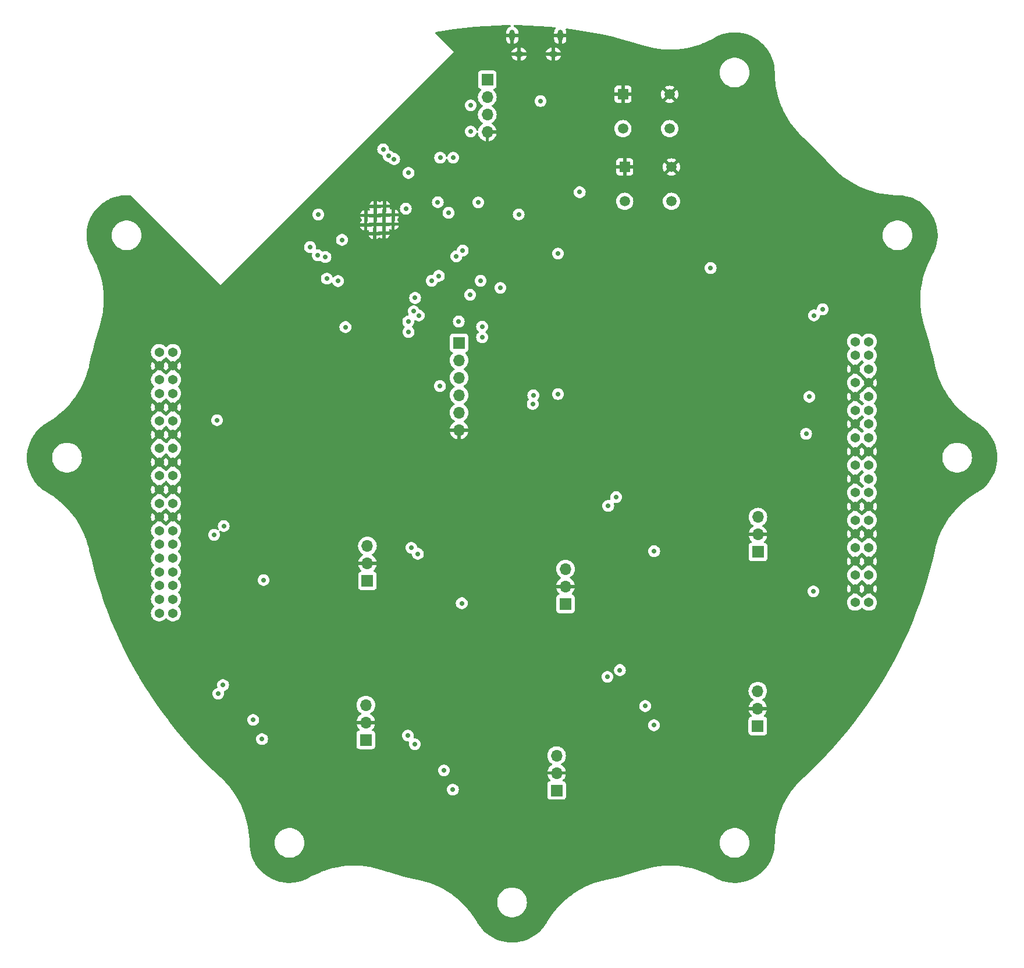
<source format=gbr>
%TF.GenerationSoftware,KiCad,Pcbnew,7.0.7*%
%TF.CreationDate,2024-03-26T11:25:22-07:00*%
%TF.ProjectId,Core-board,436f7265-2d62-46f6-9172-642e6b696361,rev?*%
%TF.SameCoordinates,Original*%
%TF.FileFunction,Copper,L2,Inr*%
%TF.FilePolarity,Positive*%
%FSLAX46Y46*%
G04 Gerber Fmt 4.6, Leading zero omitted, Abs format (unit mm)*
G04 Created by KiCad (PCBNEW 7.0.7) date 2024-03-26 11:25:22*
%MOMM*%
%LPD*%
G01*
G04 APERTURE LIST*
%TA.AperFunction,ComponentPad*%
%ADD10R,1.498000X1.498000*%
%TD*%
%TA.AperFunction,ComponentPad*%
%ADD11C,1.498000*%
%TD*%
%TA.AperFunction,ComponentPad*%
%ADD12O,0.775000X1.645000*%
%TD*%
%TA.AperFunction,ComponentPad*%
%ADD13O,1.250000X0.950000*%
%TD*%
%TA.AperFunction,ComponentPad*%
%ADD14R,1.700000X1.700000*%
%TD*%
%TA.AperFunction,ComponentPad*%
%ADD15O,1.700000X1.700000*%
%TD*%
%TA.AperFunction,HeatsinkPad*%
%ADD16C,0.700000*%
%TD*%
%TA.AperFunction,ComponentPad*%
%ADD17C,1.371600*%
%TD*%
%TA.AperFunction,ViaPad*%
%ADD18C,0.711200*%
%TD*%
G04 APERTURE END LIST*
D10*
%TO.N,GND*%
%TO.C,SW2*%
X146400000Y-46830000D03*
D11*
X153200000Y-46830000D03*
%TO.N,/ESP32-S3-WROOM-1-Breakout/BOOT*%
X146400000Y-51830000D03*
X153200000Y-51830000D03*
%TD*%
D10*
%TO.N,GND*%
%TO.C,SW1*%
X146140000Y-36245000D03*
D11*
X152940000Y-36245000D03*
%TO.N,/ESP32-S3-WROOM-1-Breakout/EN*%
X146140000Y-41245000D03*
X152940000Y-41245000D03*
%TD*%
D12*
%TO.N,GND*%
%TO.C,J11*%
X137015000Y-27700000D03*
D13*
X131015000Y-30400000D03*
X136015000Y-30400000D03*
D12*
X130015000Y-27700000D03*
%TD*%
D14*
%TO.N,/HX2_E+*%
%TO.C,J9*%
X137782500Y-110465000D03*
D15*
%TO.N,GND*%
X137782500Y-107925000D03*
%TO.N,/HX2_A+*%
X137782500Y-105385000D03*
%TD*%
D16*
%TO.N,GND*%
%TO.C,U10*%
X108704883Y-55264680D03*
X109991817Y-56537472D03*
X108754380Y-53885822D03*
X110062528Y-55179827D03*
X111363604Y-56480904D03*
X110083741Y-53899964D03*
X111370675Y-55172756D03*
X110076670Y-52563532D03*
X111384818Y-53857538D03*
X112685894Y-55158614D03*
X111427244Y-52528177D03*
X112714178Y-53800969D03*
%TD*%
D14*
%TO.N,/HX3_E+*%
%TO.C,J8*%
X165785000Y-102900000D03*
D15*
%TO.N,GND*%
X165785000Y-100360000D03*
%TO.N,/HX3_A+*%
X165785000Y-97820000D03*
%TD*%
D17*
%TO.N,+3.3V*%
%TO.C,J1*%
X78650000Y-73800000D03*
X80650000Y-73800000D03*
%TO.N,GND*%
X78650000Y-75800000D03*
X80650000Y-75800000D03*
%TO.N,+5V*%
X78650000Y-77800000D03*
X80650000Y-77800000D03*
X78650000Y-79800000D03*
X80650000Y-79800000D03*
%TO.N,GND*%
X78650000Y-81800000D03*
X80650000Y-81800000D03*
%TO.N,unconnected-(J1A-Pin_11-PadA11)*%
X78650000Y-83800000D03*
%TO.N,unconnected-(J1A-Pin_12-PadA12)*%
X80650000Y-83800000D03*
%TO.N,GND*%
X78650000Y-85800000D03*
X80650000Y-85800000D03*
%TO.N,unconnected-(J1A-Pin_15-PadA15)*%
X78650000Y-87800000D03*
%TO.N,unconnected-(J1A-Pin_16-PadA16)*%
X80650000Y-87800000D03*
%TO.N,GND*%
X78650000Y-89800000D03*
X80650000Y-89800000D03*
%TO.N,unconnected-(J1A-Pin_19-PadA19)*%
X78650000Y-91800000D03*
%TO.N,unconnected-(J1A-Pin_20-PadA20)*%
X80650000Y-91800000D03*
%TO.N,GND*%
X78650000Y-93800000D03*
X80650000Y-93800000D03*
%TO.N,unconnected-(J1A-Pin_23-PadA23)*%
X78650000Y-95800000D03*
%TO.N,unconnected-(J1A-Pin_24-PadA24)*%
X80650000Y-95800000D03*
%TO.N,GND*%
X78650000Y-97800000D03*
X80650000Y-97800000D03*
%TO.N,unconnected-(J1A-Pin_27-PadA27)*%
X78650000Y-99800000D03*
%TO.N,unconnected-(J1A-Pin_28-PadA28)*%
X80650000Y-99800000D03*
%TO.N,unconnected-(J1A-Pin_29-PadA29)*%
X78650000Y-101800000D03*
%TO.N,unconnected-(J1A-Pin_30-PadA30)*%
X80650000Y-101800000D03*
%TO.N,unconnected-(J1A-Pin_31-PadA31)*%
X78650000Y-103800000D03*
%TO.N,unconnected-(J1A-Pin_32-PadA32)*%
X80650000Y-103800000D03*
%TO.N,unconnected-(J1A-Pin_33-PadA33)*%
X78650000Y-105799900D03*
%TO.N,unconnected-(J1A-Pin_34-PadA34)*%
X80650000Y-105799900D03*
%TO.N,unconnected-(J1A-Pin_35-PadA35)*%
X78650000Y-107799900D03*
%TO.N,unconnected-(J1A-Pin_36-PadA36)*%
X80650000Y-107799900D03*
%TO.N,unconnected-(J1A-Pin_37-PadA37)*%
X78650000Y-109799900D03*
%TO.N,unconnected-(J1A-Pin_38-PadA38)*%
X80650000Y-109799900D03*
%TO.N,unconnected-(J1A-Pin_39-PadA39)*%
X78650000Y-111799900D03*
%TO.N,unconnected-(J1A-Pin_40-PadA40)*%
X80650000Y-111799900D03*
%TO.N,/I2C_SDA*%
X179920000Y-72263169D03*
%TO.N,/SPI_CLK*%
X181920000Y-72263169D03*
%TO.N,/I2C_SCL*%
X179920000Y-74263169D03*
%TO.N,/SPI_MISO*%
X181920000Y-74263169D03*
%TO.N,GND*%
X179920000Y-76263169D03*
%TO.N,/SPI_MOSI*%
X181920000Y-76263169D03*
%TO.N,/PYRO1EN*%
X179920000Y-78263169D03*
%TO.N,GND*%
X181920000Y-78263169D03*
X179920000Y-80263069D03*
%TO.N,/TC1_CS*%
X181920000Y-80263069D03*
%TO.N,/HX1_E+*%
X179920000Y-82263069D03*
%TO.N,/TC2_CS*%
X181920000Y-82263069D03*
%TO.N,GND*%
X179920000Y-84263069D03*
%TO.N,/TC3_CS*%
X181920000Y-84263069D03*
%TO.N,/HX1_A+*%
X179920000Y-86263069D03*
%TO.N,/TC4_CS*%
X181920000Y-86263069D03*
%TO.N,GND*%
X179920000Y-88263069D03*
X181920000Y-88263069D03*
%TO.N,/HX2_E+*%
X179920000Y-90263069D03*
%TO.N,/PYRO2EN*%
X181920000Y-90263069D03*
%TO.N,GND*%
X179920000Y-92263069D03*
%TO.N,/PYRO3EN*%
X181920000Y-92263069D03*
%TO.N,/HX2_A+*%
X179920000Y-94263069D03*
%TO.N,/PYRO4EN*%
X181920000Y-94263069D03*
%TO.N,GND*%
X179920000Y-96263069D03*
X181920000Y-96263069D03*
%TO.N,/HX3_E+*%
X179920000Y-98263069D03*
%TO.N,/HX5_E+*%
X181920000Y-98263069D03*
%TO.N,GND*%
X179920000Y-100263069D03*
X181920000Y-100263069D03*
%TO.N,/HX3_A+*%
X179920000Y-102263069D03*
%TO.N,/HX5_A+*%
X181920000Y-102263069D03*
%TO.N,GND*%
X179920000Y-104263069D03*
X181920000Y-104263069D03*
%TO.N,/HX4_E+*%
X179920000Y-106263069D03*
%TO.N,/HX6_E+*%
X181920000Y-106263069D03*
%TO.N,GND*%
X179920000Y-108263069D03*
X181920000Y-108263069D03*
%TO.N,/HX4_A+*%
X179920000Y-110263069D03*
%TO.N,/HX6_A+*%
X181920000Y-110263069D03*
%TD*%
D14*
%TO.N,/HX1_E+*%
%TO.C,J5*%
X108957500Y-107092000D03*
D15*
%TO.N,GND*%
X108957500Y-104552000D03*
%TO.N,/HX1_A+*%
X108957500Y-102012000D03*
%TD*%
D14*
%TO.N,/HX5_E+*%
%TO.C,J7*%
X136490000Y-137625000D03*
D15*
%TO.N,GND*%
X136490000Y-135085000D03*
%TO.N,/HX5_A+*%
X136490000Y-132545000D03*
%TD*%
D14*
%TO.N,/SPI_MOSI_BUF*%
%TO.C,J4*%
X122300000Y-72450000D03*
D15*
%TO.N,/SPI_MISO*%
X122300000Y-74990000D03*
%TO.N,/SPI_CLK_BUF*%
X122300000Y-77530000D03*
%TO.N,/SD_CS_BUF*%
X122300000Y-80070000D03*
%TO.N,+3.3V*%
X122300000Y-82610000D03*
%TO.N,GND*%
X122300000Y-85150000D03*
%TD*%
D14*
%TO.N,/HX6_E+*%
%TO.C,J2*%
X165765000Y-128240000D03*
D15*
%TO.N,GND*%
X165765000Y-125700000D03*
%TO.N,/HX6_A+*%
X165765000Y-123160000D03*
%TD*%
D14*
%TO.N,+5V*%
%TO.C,J3*%
X126400000Y-34120000D03*
D15*
%TO.N,/ESP32-S3-WROOM-1-Breakout/USB_D+*%
X126400000Y-36660000D03*
%TO.N,/ESP32-S3-WROOM-1-Breakout/USB_D-*%
X126400000Y-39200000D03*
%TO.N,GND*%
X126400000Y-41740000D03*
%TD*%
D14*
%TO.N,/HX4_E+*%
%TO.C,J6*%
X108725000Y-130265000D03*
D15*
%TO.N,GND*%
X108725000Y-127725000D03*
%TO.N,/HX4_A+*%
X108725000Y-125185000D03*
%TD*%
D18*
%TO.N,+5V*%
X134150000Y-37225000D03*
%TO.N,/ESP32-S3-WROOM-1-Breakout/USB_D+*%
X123990000Y-37860000D03*
X123990000Y-41670000D03*
%TO.N,GND*%
X118900000Y-42600000D03*
X91212500Y-77457500D03*
X161640000Y-119065000D03*
X133100000Y-78815000D03*
X150410553Y-96190000D03*
X96187500Y-70625000D03*
X152190000Y-131425000D03*
X122915000Y-140810000D03*
X93350553Y-123555000D03*
X95150000Y-133450000D03*
X121115553Y-130915000D03*
X124207500Y-113650000D03*
X133657500Y-101290000D03*
X110452373Y-43250000D03*
X152210000Y-106085000D03*
X104832500Y-97917000D03*
X132365000Y-128450000D03*
X87375000Y-79145000D03*
X95382500Y-110277000D03*
X138595000Y-46115000D03*
X100900000Y-52750000D03*
X150390553Y-121530000D03*
X104600000Y-121090000D03*
X93583053Y-100382000D03*
X161660000Y-93725000D03*
X118400000Y-73700000D03*
X122408053Y-103755000D03*
%TO.N,/ESP32-S3-WROOM-1-Breakout/BOOT*%
X139850000Y-50500000D03*
X125100000Y-52000000D03*
%TO.N,/ESP32-S3-WROOM-1-Breakout/EN*%
X112851847Y-45681765D03*
%TO.N,/ESP32-S3-WROOM-1-Breakout/USB_D+*%
X121450000Y-45480000D03*
X120750000Y-53500000D03*
%TO.N,/ESP32-S3-WROOM-1-Breakout/USB_D-*%
X119200000Y-51950000D03*
X119545000Y-45480000D03*
%TO.N,+5V*%
X93857500Y-106987000D03*
X150665000Y-128135000D03*
X87075000Y-83705000D03*
X150685000Y-102795000D03*
X121390000Y-137520000D03*
X93625000Y-130160000D03*
X122682500Y-110360000D03*
%TO.N,+3.3V*%
X136690000Y-59450000D03*
X149380000Y-125340000D03*
X120105000Y-134725000D03*
X136700000Y-79900000D03*
X92340000Y-127365000D03*
X101800000Y-53750000D03*
%TO.N,/I2C_SDA*%
X122250000Y-69350000D03*
X114900000Y-69350000D03*
%TO.N,/SPI_CLK*%
X119350000Y-62700000D03*
X116422700Y-68450000D03*
%TO.N,/I2C_SCL*%
X173950000Y-68450000D03*
%TO.N,/SPI_MISO*%
X125650000Y-70086100D03*
X125650000Y-71650000D03*
X123889448Y-65450000D03*
%TO.N,/SPI_MOSI*%
X175200000Y-67550000D03*
X118300000Y-63400000D03*
X115674936Y-67840493D03*
%TO.N,/PYRO1EN*%
X158900000Y-61550000D03*
%TO.N,/TC1_CS*%
X111248424Y-44250000D03*
%TO.N,/TC2_CS*%
X112050000Y-45250000D03*
%TO.N,/TC3_CS*%
X114950000Y-47700000D03*
%TO.N,/HX1_A+*%
X173250000Y-80300000D03*
%TO.N,/TC4_CS*%
X130975000Y-53735000D03*
%TO.N,/PYRO2EN*%
X122827601Y-59000000D03*
X128300000Y-64450000D03*
%TO.N,/PYRO3EN*%
X125431550Y-63400000D03*
X121900000Y-59850000D03*
%TO.N,/HX2_A+*%
X172800000Y-85700000D03*
%TO.N,/HX4_A+*%
X173850000Y-108650000D03*
%TO.N,/SPI_CLK_BUF*%
X119521998Y-78736998D03*
X133100000Y-80065000D03*
%TO.N,/SD_CS_BUF*%
X133020000Y-81345000D03*
%TO.N,/SD_CS*%
X115900000Y-65900000D03*
X114550000Y-52900000D03*
%TO.N,/HX_CLK*%
X87950000Y-122285000D03*
X88050000Y-99112000D03*
X145150000Y-94920000D03*
X115367900Y-102300000D03*
X145700000Y-120100000D03*
X105750000Y-70150000D03*
X114950000Y-70850000D03*
X114850000Y-129645000D03*
%TO.N,/HX6_DT*%
X104700000Y-63450000D03*
X143900000Y-121100000D03*
%TO.N,/HX1_DT*%
X86650000Y-100400000D03*
X100600000Y-58500000D03*
%TO.N,/HX2_DT*%
X101750000Y-59700000D03*
X116300000Y-103167100D03*
%TO.N,/HX3_DT*%
X144000000Y-96200000D03*
X102850000Y-59950000D03*
%TO.N,/HX4_DT*%
X87250000Y-123555000D03*
X105250000Y-57450000D03*
%TO.N,/HX5_DT*%
X115850000Y-130915000D03*
X103050000Y-63100000D03*
%TD*%
%TA.AperFunction,Conductor*%
%TO.N,GND*%
G36*
X79217340Y-98015027D02*
G01*
X79228371Y-98024818D01*
X79648933Y-98445380D01*
X79651065Y-98445380D01*
X80069690Y-98026755D01*
X80131013Y-97993270D01*
X80200704Y-97998254D01*
X80254317Y-98037123D01*
X80335510Y-98138935D01*
X80335513Y-98138938D01*
X80407541Y-98188045D01*
X80451843Y-98242074D01*
X80459903Y-98311477D01*
X80429160Y-98374220D01*
X80425371Y-98378180D01*
X80000666Y-98802885D01*
X79978264Y-98820630D01*
X79932032Y-98849256D01*
X79932031Y-98849257D01*
X79769559Y-98997369D01*
X79748954Y-99024655D01*
X79692845Y-99066291D01*
X79623133Y-99070982D01*
X79561951Y-99037240D01*
X79551046Y-99024655D01*
X79530440Y-98997369D01*
X79367968Y-98849257D01*
X79367967Y-98849256D01*
X79321732Y-98820628D01*
X79299330Y-98802883D01*
X78877451Y-98381004D01*
X78843966Y-98319681D01*
X78848950Y-98249989D01*
X78890822Y-98194056D01*
X78908995Y-98183020D01*
X78910455Y-98182025D01*
X78910455Y-98182024D01*
X78910459Y-98182023D01*
X79011491Y-98088279D01*
X79033304Y-98050498D01*
X79083868Y-98002284D01*
X79152475Y-97989060D01*
X79217340Y-98015027D01*
G37*
%TD.AperFunction*%
%TA.AperFunction,Conductor*%
G36*
X79738048Y-96562758D02*
G01*
X79748948Y-96575337D01*
X79769558Y-96602629D01*
X79932032Y-96750743D01*
X79932037Y-96750746D01*
X79932040Y-96750748D01*
X79978264Y-96779369D01*
X80000668Y-96797115D01*
X80422548Y-97218995D01*
X80456033Y-97280318D01*
X80451049Y-97350010D01*
X80409177Y-97405943D01*
X80391002Y-97416980D01*
X80389544Y-97417974D01*
X80288509Y-97511721D01*
X80288504Y-97511727D01*
X80266695Y-97549501D01*
X80216128Y-97597716D01*
X80147520Y-97610938D01*
X80082656Y-97584970D01*
X80071628Y-97575181D01*
X79651065Y-97154618D01*
X79648932Y-97154618D01*
X79230308Y-97573243D01*
X79168985Y-97606728D01*
X79099294Y-97601744D01*
X79045680Y-97562875D01*
X78995785Y-97500309D01*
X78964487Y-97461063D01*
X78964486Y-97461062D01*
X78964485Y-97461061D01*
X78964484Y-97461060D01*
X78892456Y-97411952D01*
X78848154Y-97357923D01*
X78840096Y-97288520D01*
X78870838Y-97225777D01*
X78874627Y-97221818D01*
X79299331Y-96797114D01*
X79321726Y-96779374D01*
X79367968Y-96750743D01*
X79530442Y-96602629D01*
X79551046Y-96575343D01*
X79607153Y-96533709D01*
X79676865Y-96529016D01*
X79738048Y-96562758D01*
G37*
%TD.AperFunction*%
%TA.AperFunction,Conductor*%
G36*
X79217340Y-94015027D02*
G01*
X79228371Y-94024818D01*
X79648933Y-94445380D01*
X79651065Y-94445380D01*
X80069690Y-94026755D01*
X80131013Y-93993270D01*
X80200704Y-93998254D01*
X80254317Y-94037123D01*
X80335510Y-94138935D01*
X80335513Y-94138938D01*
X80407541Y-94188045D01*
X80451843Y-94242074D01*
X80459903Y-94311477D01*
X80429160Y-94374220D01*
X80425371Y-94378180D01*
X80000666Y-94802885D01*
X79978264Y-94820630D01*
X79932032Y-94849256D01*
X79932031Y-94849257D01*
X79769559Y-94997369D01*
X79748954Y-95024655D01*
X79692845Y-95066291D01*
X79623133Y-95070982D01*
X79561951Y-95037240D01*
X79551046Y-95024655D01*
X79530440Y-94997369D01*
X79367968Y-94849257D01*
X79367967Y-94849256D01*
X79321732Y-94820628D01*
X79299330Y-94802883D01*
X78877451Y-94381004D01*
X78843966Y-94319681D01*
X78848950Y-94249989D01*
X78890822Y-94194056D01*
X78908995Y-94183020D01*
X78910455Y-94182025D01*
X78910455Y-94182024D01*
X78910459Y-94182023D01*
X79011491Y-94088279D01*
X79033304Y-94050498D01*
X79083868Y-94002284D01*
X79152475Y-93989060D01*
X79217340Y-94015027D01*
G37*
%TD.AperFunction*%
%TA.AperFunction,Conductor*%
G36*
X79738048Y-92562758D02*
G01*
X79748948Y-92575337D01*
X79769558Y-92602629D01*
X79932032Y-92750743D01*
X79932037Y-92750746D01*
X79932040Y-92750748D01*
X79978264Y-92779369D01*
X80000668Y-92797115D01*
X80422548Y-93218995D01*
X80456033Y-93280318D01*
X80451049Y-93350010D01*
X80409177Y-93405943D01*
X80391002Y-93416980D01*
X80389544Y-93417974D01*
X80288509Y-93511721D01*
X80288504Y-93511727D01*
X80266695Y-93549501D01*
X80216128Y-93597716D01*
X80147520Y-93610938D01*
X80082656Y-93584970D01*
X80071628Y-93575181D01*
X79651065Y-93154618D01*
X79648932Y-93154618D01*
X79230308Y-93573243D01*
X79168985Y-93606728D01*
X79099294Y-93601744D01*
X79045680Y-93562875D01*
X78995785Y-93500309D01*
X78964487Y-93461063D01*
X78964486Y-93461062D01*
X78964485Y-93461061D01*
X78964484Y-93461060D01*
X78892456Y-93411952D01*
X78848154Y-93357923D01*
X78840096Y-93288520D01*
X78870838Y-93225777D01*
X78874627Y-93221818D01*
X79299331Y-92797114D01*
X79321726Y-92779374D01*
X79367968Y-92750743D01*
X79530442Y-92602629D01*
X79551046Y-92575343D01*
X79607153Y-92533709D01*
X79676865Y-92529016D01*
X79738048Y-92562758D01*
G37*
%TD.AperFunction*%
%TA.AperFunction,Conductor*%
G36*
X79217340Y-90015027D02*
G01*
X79228371Y-90024818D01*
X79648933Y-90445380D01*
X79651065Y-90445380D01*
X80069690Y-90026755D01*
X80131013Y-89993270D01*
X80200704Y-89998254D01*
X80254317Y-90037123D01*
X80335510Y-90138935D01*
X80335513Y-90138938D01*
X80407541Y-90188045D01*
X80451843Y-90242074D01*
X80459903Y-90311477D01*
X80429160Y-90374220D01*
X80425371Y-90378180D01*
X80000666Y-90802885D01*
X79978264Y-90820630D01*
X79932032Y-90849256D01*
X79932031Y-90849257D01*
X79769559Y-90997369D01*
X79748954Y-91024655D01*
X79692845Y-91066291D01*
X79623133Y-91070982D01*
X79561951Y-91037240D01*
X79551046Y-91024655D01*
X79530440Y-90997369D01*
X79367968Y-90849257D01*
X79367967Y-90849256D01*
X79321732Y-90820628D01*
X79299330Y-90802883D01*
X78877451Y-90381004D01*
X78843966Y-90319681D01*
X78848950Y-90249989D01*
X78890822Y-90194056D01*
X78908995Y-90183020D01*
X78910455Y-90182025D01*
X78910455Y-90182024D01*
X78910459Y-90182023D01*
X79011491Y-90088279D01*
X79033304Y-90050498D01*
X79083868Y-90002284D01*
X79152475Y-89989060D01*
X79217340Y-90015027D01*
G37*
%TD.AperFunction*%
%TA.AperFunction,Conductor*%
G36*
X79738048Y-88562758D02*
G01*
X79748948Y-88575337D01*
X79769558Y-88602629D01*
X79932032Y-88750743D01*
X79932037Y-88750746D01*
X79932040Y-88750748D01*
X79978264Y-88779369D01*
X80000668Y-88797115D01*
X80422548Y-89218995D01*
X80456033Y-89280318D01*
X80451049Y-89350010D01*
X80409177Y-89405943D01*
X80391002Y-89416980D01*
X80389544Y-89417974D01*
X80288509Y-89511721D01*
X80288504Y-89511727D01*
X80266695Y-89549501D01*
X80216128Y-89597716D01*
X80147520Y-89610938D01*
X80082656Y-89584970D01*
X80071628Y-89575181D01*
X79651065Y-89154618D01*
X79648932Y-89154618D01*
X79230308Y-89573243D01*
X79168985Y-89606728D01*
X79099294Y-89601744D01*
X79045680Y-89562875D01*
X78995785Y-89500309D01*
X78964487Y-89461063D01*
X78964486Y-89461062D01*
X78964485Y-89461061D01*
X78964484Y-89461060D01*
X78892456Y-89411952D01*
X78848154Y-89357923D01*
X78840096Y-89288520D01*
X78870838Y-89225777D01*
X78874627Y-89221818D01*
X79299331Y-88797114D01*
X79321726Y-88779374D01*
X79367968Y-88750743D01*
X79530442Y-88602629D01*
X79551046Y-88575343D01*
X79607153Y-88533709D01*
X79676865Y-88529016D01*
X79738048Y-88562758D01*
G37*
%TD.AperFunction*%
%TA.AperFunction,Conductor*%
G36*
X79217340Y-86015027D02*
G01*
X79228371Y-86024818D01*
X79648933Y-86445380D01*
X79651065Y-86445380D01*
X80069690Y-86026755D01*
X80131013Y-85993270D01*
X80200704Y-85998254D01*
X80254317Y-86037123D01*
X80335510Y-86138935D01*
X80335513Y-86138938D01*
X80407541Y-86188045D01*
X80451843Y-86242074D01*
X80459903Y-86311477D01*
X80429160Y-86374220D01*
X80425371Y-86378180D01*
X80000666Y-86802885D01*
X79978264Y-86820630D01*
X79932032Y-86849256D01*
X79932031Y-86849257D01*
X79769559Y-86997369D01*
X79748954Y-87024655D01*
X79692845Y-87066291D01*
X79623133Y-87070982D01*
X79561951Y-87037240D01*
X79551046Y-87024655D01*
X79549842Y-87023061D01*
X79530442Y-86997371D01*
X79412936Y-86890251D01*
X79367968Y-86849257D01*
X79367967Y-86849256D01*
X79321732Y-86820628D01*
X79299330Y-86802883D01*
X78877451Y-86381004D01*
X78843966Y-86319681D01*
X78848950Y-86249989D01*
X78890822Y-86194056D01*
X78908995Y-86183020D01*
X78910455Y-86182025D01*
X78910455Y-86182024D01*
X78910459Y-86182023D01*
X79011491Y-86088279D01*
X79033304Y-86050498D01*
X79083868Y-86002284D01*
X79152475Y-85989060D01*
X79217340Y-86015027D01*
G37*
%TD.AperFunction*%
%TA.AperFunction,Conductor*%
G36*
X79738048Y-84562758D02*
G01*
X79748948Y-84575337D01*
X79769558Y-84602629D01*
X79932032Y-84750743D01*
X79932037Y-84750746D01*
X79932040Y-84750748D01*
X79978264Y-84779369D01*
X80000668Y-84797115D01*
X80422548Y-85218995D01*
X80456033Y-85280318D01*
X80451049Y-85350010D01*
X80409177Y-85405943D01*
X80391002Y-85416980D01*
X80389544Y-85417974D01*
X80288509Y-85511721D01*
X80288504Y-85511727D01*
X80266695Y-85549501D01*
X80216128Y-85597716D01*
X80147520Y-85610938D01*
X80082656Y-85584970D01*
X80071628Y-85575181D01*
X79651065Y-85154618D01*
X79648932Y-85154618D01*
X79230308Y-85573243D01*
X79168985Y-85606728D01*
X79099294Y-85601744D01*
X79045680Y-85562875D01*
X78995785Y-85500309D01*
X78964487Y-85461063D01*
X78964486Y-85461062D01*
X78964485Y-85461061D01*
X78964484Y-85461060D01*
X78892456Y-85411952D01*
X78848154Y-85357923D01*
X78840096Y-85288520D01*
X78870838Y-85225777D01*
X78874627Y-85221818D01*
X79299331Y-84797114D01*
X79321726Y-84779374D01*
X79367968Y-84750743D01*
X79530442Y-84602629D01*
X79551046Y-84575343D01*
X79607153Y-84533709D01*
X79676865Y-84529016D01*
X79738048Y-84562758D01*
G37*
%TD.AperFunction*%
%TA.AperFunction,Conductor*%
G36*
X79217340Y-82015027D02*
G01*
X79228371Y-82024818D01*
X79648933Y-82445380D01*
X79651065Y-82445380D01*
X80069690Y-82026755D01*
X80131013Y-81993270D01*
X80200704Y-81998254D01*
X80254317Y-82037123D01*
X80335510Y-82138935D01*
X80335513Y-82138938D01*
X80407541Y-82188045D01*
X80451843Y-82242074D01*
X80459903Y-82311477D01*
X80429160Y-82374220D01*
X80425371Y-82378180D01*
X80000666Y-82802885D01*
X79978264Y-82820630D01*
X79932032Y-82849256D01*
X79932031Y-82849257D01*
X79769559Y-82997369D01*
X79748954Y-83024655D01*
X79692845Y-83066291D01*
X79623133Y-83070982D01*
X79561951Y-83037240D01*
X79551046Y-83024655D01*
X79530440Y-82997369D01*
X79367968Y-82849257D01*
X79367967Y-82849256D01*
X79321732Y-82820628D01*
X79299330Y-82802883D01*
X78877451Y-82381004D01*
X78843966Y-82319681D01*
X78848950Y-82249989D01*
X78890822Y-82194056D01*
X78908995Y-82183020D01*
X78910455Y-82182025D01*
X78910455Y-82182024D01*
X78910459Y-82182023D01*
X79011491Y-82088279D01*
X79033304Y-82050498D01*
X79083868Y-82002284D01*
X79152475Y-81989060D01*
X79217340Y-82015027D01*
G37*
%TD.AperFunction*%
%TA.AperFunction,Conductor*%
G36*
X79738048Y-80562758D02*
G01*
X79748948Y-80575337D01*
X79769558Y-80602629D01*
X79932032Y-80750743D01*
X79932037Y-80750746D01*
X79932040Y-80750748D01*
X79978264Y-80779369D01*
X80000668Y-80797115D01*
X80422548Y-81218995D01*
X80456033Y-81280318D01*
X80451049Y-81350010D01*
X80409177Y-81405943D01*
X80391002Y-81416980D01*
X80389544Y-81417974D01*
X80288509Y-81511721D01*
X80288504Y-81511727D01*
X80266695Y-81549501D01*
X80216128Y-81597716D01*
X80147520Y-81610938D01*
X80082656Y-81584970D01*
X80071628Y-81575181D01*
X79651065Y-81154618D01*
X79648932Y-81154618D01*
X79230308Y-81573243D01*
X79168985Y-81606728D01*
X79099294Y-81601744D01*
X79045680Y-81562875D01*
X78964485Y-81461061D01*
X78964484Y-81461060D01*
X78892456Y-81411952D01*
X78848154Y-81357923D01*
X78840096Y-81288520D01*
X78870838Y-81225777D01*
X78874627Y-81221818D01*
X79299331Y-80797114D01*
X79321726Y-80779374D01*
X79367968Y-80750743D01*
X79530442Y-80602629D01*
X79551046Y-80575343D01*
X79607153Y-80533709D01*
X79676865Y-80529016D01*
X79738048Y-80562758D01*
G37*
%TD.AperFunction*%
%TA.AperFunction,Conductor*%
G36*
X79217340Y-76015027D02*
G01*
X79228371Y-76024818D01*
X79648933Y-76445380D01*
X79651065Y-76445380D01*
X80069690Y-76026755D01*
X80131013Y-75993270D01*
X80200704Y-75998254D01*
X80254317Y-76037123D01*
X80335510Y-76138935D01*
X80335513Y-76138938D01*
X80407541Y-76188045D01*
X80451843Y-76242074D01*
X80459903Y-76311477D01*
X80429160Y-76374220D01*
X80425371Y-76378180D01*
X80000666Y-76802885D01*
X79978264Y-76820630D01*
X79932032Y-76849256D01*
X79932031Y-76849257D01*
X79769558Y-76997369D01*
X79769556Y-76997372D01*
X79748951Y-77024657D01*
X79692841Y-77066292D01*
X79623129Y-77070982D01*
X79561948Y-77037238D01*
X79551044Y-77024653D01*
X79530441Y-76997370D01*
X79530441Y-76997369D01*
X79367968Y-76849257D01*
X79367967Y-76849256D01*
X79321732Y-76820628D01*
X79299330Y-76802883D01*
X78877451Y-76381004D01*
X78843966Y-76319681D01*
X78848950Y-76249989D01*
X78890822Y-76194056D01*
X78908995Y-76183020D01*
X78910455Y-76182025D01*
X78910455Y-76182024D01*
X78910459Y-76182023D01*
X79011491Y-76088279D01*
X79033304Y-76050498D01*
X79083868Y-76002284D01*
X79152475Y-75989060D01*
X79217340Y-76015027D01*
G37*
%TD.AperFunction*%
%TA.AperFunction,Conductor*%
G36*
X79738048Y-74562758D02*
G01*
X79748948Y-74575337D01*
X79769558Y-74602629D01*
X79932032Y-74750743D01*
X79932037Y-74750746D01*
X79932040Y-74750748D01*
X79978264Y-74779369D01*
X80000668Y-74797115D01*
X80422548Y-75218995D01*
X80456033Y-75280318D01*
X80451049Y-75350010D01*
X80409177Y-75405943D01*
X80391002Y-75416980D01*
X80389544Y-75417974D01*
X80288509Y-75511721D01*
X80288504Y-75511727D01*
X80266695Y-75549501D01*
X80216128Y-75597716D01*
X80147520Y-75610938D01*
X80082656Y-75584970D01*
X80071628Y-75575181D01*
X79651065Y-75154618D01*
X79648932Y-75154618D01*
X79230308Y-75573243D01*
X79168985Y-75606728D01*
X79099294Y-75601744D01*
X79045680Y-75562875D01*
X78964485Y-75461061D01*
X78964484Y-75461060D01*
X78892456Y-75411952D01*
X78848154Y-75357923D01*
X78840096Y-75288520D01*
X78870838Y-75225777D01*
X78874627Y-75221818D01*
X79299331Y-74797114D01*
X79321726Y-74779374D01*
X79367968Y-74750743D01*
X79530442Y-74602629D01*
X79551046Y-74575343D01*
X79607153Y-74533709D01*
X79676865Y-74529016D01*
X79738048Y-74562758D01*
G37*
%TD.AperFunction*%
%TA.AperFunction,Conductor*%
G36*
X180487340Y-108478096D02*
G01*
X180498371Y-108487887D01*
X180918933Y-108908449D01*
X180921065Y-108908449D01*
X181339690Y-108489824D01*
X181401013Y-108456339D01*
X181470704Y-108461323D01*
X181524317Y-108500192D01*
X181605510Y-108602004D01*
X181605513Y-108602007D01*
X181660907Y-108639773D01*
X181675905Y-108649999D01*
X181677541Y-108651114D01*
X181721843Y-108705143D01*
X181729903Y-108774546D01*
X181699160Y-108837289D01*
X181695371Y-108841249D01*
X181270666Y-109265954D01*
X181248264Y-109283699D01*
X181202032Y-109312325D01*
X181202031Y-109312326D01*
X181039559Y-109460438D01*
X181018954Y-109487724D01*
X180962845Y-109529360D01*
X180893133Y-109534051D01*
X180831951Y-109500309D01*
X180821046Y-109487724D01*
X180800440Y-109460438D01*
X180637968Y-109312326D01*
X180637967Y-109312325D01*
X180591732Y-109283697D01*
X180569330Y-109265952D01*
X180147451Y-108844073D01*
X180113966Y-108782750D01*
X180118950Y-108713058D01*
X180160822Y-108657125D01*
X180178995Y-108646089D01*
X180180455Y-108645094D01*
X180180455Y-108645093D01*
X180180459Y-108645092D01*
X180281491Y-108551348D01*
X180303304Y-108513567D01*
X180353868Y-108465353D01*
X180422475Y-108452129D01*
X180487340Y-108478096D01*
G37*
%TD.AperFunction*%
%TA.AperFunction,Conductor*%
G36*
X181008048Y-107025827D02*
G01*
X181018948Y-107038406D01*
X181039558Y-107065698D01*
X181202032Y-107213812D01*
X181202037Y-107213815D01*
X181202040Y-107213817D01*
X181248264Y-107242438D01*
X181270668Y-107260184D01*
X181692548Y-107682064D01*
X181726033Y-107743387D01*
X181721049Y-107813079D01*
X181679177Y-107869012D01*
X181661002Y-107880049D01*
X181659544Y-107881043D01*
X181558509Y-107974790D01*
X181558504Y-107974796D01*
X181536695Y-108012570D01*
X181486128Y-108060785D01*
X181417520Y-108074007D01*
X181352656Y-108048039D01*
X181341628Y-108038250D01*
X180921065Y-107617687D01*
X180918932Y-107617687D01*
X180500308Y-108036312D01*
X180438985Y-108069797D01*
X180369294Y-108064813D01*
X180315680Y-108025944D01*
X180234485Y-107924130D01*
X180234484Y-107924129D01*
X180162456Y-107875021D01*
X180118154Y-107820992D01*
X180110096Y-107751589D01*
X180140838Y-107688846D01*
X180144627Y-107684887D01*
X180569331Y-107260183D01*
X180591726Y-107242443D01*
X180637968Y-107213812D01*
X180800442Y-107065698D01*
X180821046Y-107038412D01*
X180877153Y-106996778D01*
X180946865Y-106992085D01*
X181008048Y-107025827D01*
G37*
%TD.AperFunction*%
%TA.AperFunction,Conductor*%
G36*
X180487340Y-104478096D02*
G01*
X180498371Y-104487887D01*
X180918933Y-104908449D01*
X180921065Y-104908449D01*
X181339690Y-104489824D01*
X181401013Y-104456339D01*
X181470704Y-104461323D01*
X181524317Y-104500192D01*
X181605510Y-104602004D01*
X181605513Y-104602007D01*
X181677541Y-104651114D01*
X181721843Y-104705143D01*
X181729903Y-104774546D01*
X181699160Y-104837289D01*
X181695371Y-104841249D01*
X181270666Y-105265954D01*
X181248264Y-105283699D01*
X181202032Y-105312325D01*
X181202031Y-105312326D01*
X181039559Y-105460438D01*
X181018954Y-105487724D01*
X180962845Y-105529360D01*
X180893133Y-105534051D01*
X180831951Y-105500309D01*
X180821046Y-105487724D01*
X180800440Y-105460438D01*
X180637968Y-105312326D01*
X180637967Y-105312325D01*
X180591732Y-105283697D01*
X180569330Y-105265952D01*
X180147451Y-104844073D01*
X180113966Y-104782750D01*
X180118950Y-104713058D01*
X180160822Y-104657125D01*
X180178995Y-104646089D01*
X180180455Y-104645094D01*
X180180455Y-104645093D01*
X180180459Y-104645092D01*
X180281491Y-104551348D01*
X180303304Y-104513567D01*
X180353868Y-104465353D01*
X180422475Y-104452129D01*
X180487340Y-104478096D01*
G37*
%TD.AperFunction*%
%TA.AperFunction,Conductor*%
G36*
X181008048Y-103025827D02*
G01*
X181018948Y-103038406D01*
X181039558Y-103065698D01*
X181202032Y-103213812D01*
X181202037Y-103213815D01*
X181202040Y-103213817D01*
X181248264Y-103242438D01*
X181270668Y-103260184D01*
X181692548Y-103682064D01*
X181726033Y-103743387D01*
X181721049Y-103813079D01*
X181679177Y-103869012D01*
X181661002Y-103880049D01*
X181659544Y-103881043D01*
X181558509Y-103974790D01*
X181558504Y-103974796D01*
X181536695Y-104012570D01*
X181486128Y-104060785D01*
X181417520Y-104074007D01*
X181352656Y-104048039D01*
X181341628Y-104038250D01*
X180921065Y-103617687D01*
X180918932Y-103617687D01*
X180500308Y-104036312D01*
X180438985Y-104069797D01*
X180369294Y-104064813D01*
X180315680Y-104025944D01*
X180234485Y-103924130D01*
X180234484Y-103924129D01*
X180162456Y-103875021D01*
X180118154Y-103820992D01*
X180110096Y-103751589D01*
X180140838Y-103688846D01*
X180144627Y-103684887D01*
X180569331Y-103260183D01*
X180591726Y-103242443D01*
X180637968Y-103213812D01*
X180800442Y-103065698D01*
X180821046Y-103038412D01*
X180877153Y-102996778D01*
X180946865Y-102992085D01*
X181008048Y-103025827D01*
G37*
%TD.AperFunction*%
%TA.AperFunction,Conductor*%
G36*
X180487340Y-100478096D02*
G01*
X180498371Y-100487887D01*
X180918933Y-100908449D01*
X180921065Y-100908449D01*
X181339690Y-100489824D01*
X181401013Y-100456339D01*
X181470704Y-100461323D01*
X181524317Y-100500192D01*
X181605510Y-100602004D01*
X181605513Y-100602007D01*
X181677541Y-100651114D01*
X181721843Y-100705143D01*
X181729903Y-100774546D01*
X181699160Y-100837289D01*
X181695371Y-100841249D01*
X181270666Y-101265954D01*
X181248264Y-101283699D01*
X181202032Y-101312325D01*
X181202031Y-101312326D01*
X181039559Y-101460438D01*
X181018954Y-101487724D01*
X180962845Y-101529360D01*
X180893133Y-101534051D01*
X180831951Y-101500309D01*
X180821046Y-101487724D01*
X180800440Y-101460438D01*
X180637968Y-101312326D01*
X180637967Y-101312325D01*
X180591732Y-101283697D01*
X180569330Y-101265952D01*
X180147451Y-100844073D01*
X180113966Y-100782750D01*
X180118950Y-100713058D01*
X180160822Y-100657125D01*
X180178995Y-100646089D01*
X180180455Y-100645094D01*
X180180455Y-100645093D01*
X180180459Y-100645092D01*
X180281491Y-100551348D01*
X180303304Y-100513567D01*
X180353868Y-100465353D01*
X180422475Y-100452129D01*
X180487340Y-100478096D01*
G37*
%TD.AperFunction*%
%TA.AperFunction,Conductor*%
G36*
X181008048Y-99025827D02*
G01*
X181018948Y-99038406D01*
X181039558Y-99065698D01*
X181202032Y-99213812D01*
X181202037Y-99213815D01*
X181202040Y-99213817D01*
X181248264Y-99242438D01*
X181270668Y-99260184D01*
X181692548Y-99682064D01*
X181726033Y-99743387D01*
X181721049Y-99813079D01*
X181679177Y-99869012D01*
X181661002Y-99880049D01*
X181659544Y-99881043D01*
X181558509Y-99974790D01*
X181558504Y-99974796D01*
X181536695Y-100012570D01*
X181486128Y-100060785D01*
X181417520Y-100074007D01*
X181352656Y-100048039D01*
X181341628Y-100038250D01*
X180921065Y-99617687D01*
X180918932Y-99617687D01*
X180500308Y-100036312D01*
X180438985Y-100069797D01*
X180369294Y-100064813D01*
X180315680Y-100025944D01*
X180243192Y-99935048D01*
X180234487Y-99924132D01*
X180234486Y-99924131D01*
X180234485Y-99924130D01*
X180234484Y-99924129D01*
X180162456Y-99875021D01*
X180118154Y-99820992D01*
X180110096Y-99751589D01*
X180140838Y-99688846D01*
X180144627Y-99684887D01*
X180569331Y-99260183D01*
X180591726Y-99242443D01*
X180637968Y-99213812D01*
X180800442Y-99065698D01*
X180821046Y-99038412D01*
X180877153Y-98996778D01*
X180946865Y-98992085D01*
X181008048Y-99025827D01*
G37*
%TD.AperFunction*%
%TA.AperFunction,Conductor*%
G36*
X180487340Y-96478096D02*
G01*
X180498371Y-96487887D01*
X180918933Y-96908449D01*
X180921065Y-96908449D01*
X181339690Y-96489824D01*
X181401013Y-96456339D01*
X181470704Y-96461323D01*
X181524317Y-96500192D01*
X181605510Y-96602004D01*
X181605513Y-96602007D01*
X181677541Y-96651114D01*
X181721843Y-96705143D01*
X181729903Y-96774546D01*
X181699160Y-96837289D01*
X181695371Y-96841249D01*
X181270666Y-97265954D01*
X181248264Y-97283699D01*
X181202032Y-97312325D01*
X181202031Y-97312326D01*
X181039559Y-97460438D01*
X181018954Y-97487724D01*
X180962845Y-97529360D01*
X180893133Y-97534051D01*
X180831951Y-97500309D01*
X180821046Y-97487724D01*
X180800912Y-97461063D01*
X180800442Y-97460440D01*
X180752768Y-97416980D01*
X180637968Y-97312326D01*
X180637967Y-97312325D01*
X180591732Y-97283697D01*
X180569330Y-97265952D01*
X180147451Y-96844073D01*
X180113966Y-96782750D01*
X180118950Y-96713058D01*
X180160822Y-96657125D01*
X180178995Y-96646089D01*
X180180455Y-96645094D01*
X180180455Y-96645093D01*
X180180459Y-96645092D01*
X180281491Y-96551348D01*
X180303304Y-96513567D01*
X180353868Y-96465353D01*
X180422475Y-96452129D01*
X180487340Y-96478096D01*
G37*
%TD.AperFunction*%
%TA.AperFunction,Conductor*%
G36*
X181008048Y-95025827D02*
G01*
X181018948Y-95038406D01*
X181039558Y-95065698D01*
X181202032Y-95213812D01*
X181202037Y-95213815D01*
X181202040Y-95213817D01*
X181248264Y-95242438D01*
X181270668Y-95260184D01*
X181692548Y-95682064D01*
X181726033Y-95743387D01*
X181721049Y-95813079D01*
X181679177Y-95869012D01*
X181661002Y-95880049D01*
X181659544Y-95881043D01*
X181558509Y-95974790D01*
X181558504Y-95974796D01*
X181536695Y-96012570D01*
X181486128Y-96060785D01*
X181417520Y-96074007D01*
X181352656Y-96048039D01*
X181341628Y-96038250D01*
X180921065Y-95617687D01*
X180918932Y-95617687D01*
X180500308Y-96036312D01*
X180438985Y-96069797D01*
X180369294Y-96064813D01*
X180315680Y-96025944D01*
X180234485Y-95924130D01*
X180234484Y-95924129D01*
X180162456Y-95875021D01*
X180118154Y-95820992D01*
X180110096Y-95751589D01*
X180140838Y-95688846D01*
X180144627Y-95684887D01*
X180569331Y-95260183D01*
X180591726Y-95242443D01*
X180637968Y-95213812D01*
X180800442Y-95065698D01*
X180821046Y-95038412D01*
X180877153Y-94996778D01*
X180946865Y-94992085D01*
X181008048Y-95025827D01*
G37*
%TD.AperFunction*%
%TA.AperFunction,Conductor*%
G36*
X180487340Y-92478096D02*
G01*
X180498371Y-92487887D01*
X180923553Y-92913068D01*
X180929186Y-92919542D01*
X181039558Y-93065698D01*
X181039561Y-93065701D01*
X181039564Y-93065704D01*
X181155542Y-93171432D01*
X181191824Y-93231143D01*
X181190063Y-93300991D01*
X181155542Y-93354706D01*
X181039559Y-93460438D01*
X181018954Y-93487724D01*
X180962845Y-93529360D01*
X180893133Y-93534051D01*
X180831951Y-93500309D01*
X180821046Y-93487724D01*
X180800912Y-93461063D01*
X180800442Y-93460440D01*
X180752768Y-93416980D01*
X180637968Y-93312326D01*
X180637967Y-93312325D01*
X180591732Y-93283697D01*
X180569330Y-93265952D01*
X180147451Y-92844073D01*
X180113966Y-92782750D01*
X180118950Y-92713058D01*
X180160822Y-92657125D01*
X180178995Y-92646089D01*
X180180455Y-92645094D01*
X180180455Y-92645093D01*
X180180459Y-92645092D01*
X180281491Y-92551348D01*
X180303304Y-92513567D01*
X180353868Y-92465353D01*
X180422475Y-92452129D01*
X180487340Y-92478096D01*
G37*
%TD.AperFunction*%
%TA.AperFunction,Conductor*%
G36*
X181008048Y-91025827D02*
G01*
X181018948Y-91038406D01*
X181034609Y-91059144D01*
X181039560Y-91065701D01*
X181155542Y-91171432D01*
X181191824Y-91231143D01*
X181190063Y-91300991D01*
X181155542Y-91354706D01*
X181039559Y-91460437D01*
X180929193Y-91606586D01*
X180923550Y-91613071D01*
X180500308Y-92036312D01*
X180438985Y-92069797D01*
X180369293Y-92064813D01*
X180315680Y-92025944D01*
X180234485Y-91924130D01*
X180234484Y-91924129D01*
X180162456Y-91875021D01*
X180118154Y-91820992D01*
X180110096Y-91751589D01*
X180140838Y-91688846D01*
X180144627Y-91684887D01*
X180569331Y-91260183D01*
X180591726Y-91242443D01*
X180637968Y-91213812D01*
X180800442Y-91065698D01*
X180821046Y-91038412D01*
X180877153Y-90996778D01*
X180946865Y-90992085D01*
X181008048Y-91025827D01*
G37*
%TD.AperFunction*%
%TA.AperFunction,Conductor*%
G36*
X180487340Y-88478096D02*
G01*
X180498371Y-88487887D01*
X180918933Y-88908449D01*
X180921065Y-88908449D01*
X181339690Y-88489824D01*
X181401013Y-88456339D01*
X181470704Y-88461323D01*
X181524317Y-88500192D01*
X181605510Y-88602004D01*
X181605513Y-88602007D01*
X181677541Y-88651114D01*
X181721843Y-88705143D01*
X181729903Y-88774546D01*
X181699160Y-88837289D01*
X181695371Y-88841249D01*
X181270666Y-89265954D01*
X181248264Y-89283699D01*
X181202032Y-89312325D01*
X181202031Y-89312326D01*
X181039559Y-89460438D01*
X181018954Y-89487724D01*
X180962845Y-89529360D01*
X180893133Y-89534051D01*
X180831951Y-89500309D01*
X180821046Y-89487724D01*
X180800912Y-89461063D01*
X180800442Y-89460440D01*
X180796758Y-89457082D01*
X180637968Y-89312326D01*
X180637967Y-89312325D01*
X180591732Y-89283697D01*
X180569330Y-89265952D01*
X180147451Y-88844073D01*
X180113966Y-88782750D01*
X180118950Y-88713058D01*
X180160822Y-88657125D01*
X180178995Y-88646089D01*
X180180455Y-88645094D01*
X180180455Y-88645093D01*
X180180459Y-88645092D01*
X180281491Y-88551348D01*
X180303304Y-88513567D01*
X180353868Y-88465353D01*
X180422475Y-88452129D01*
X180487340Y-88478096D01*
G37*
%TD.AperFunction*%
%TA.AperFunction,Conductor*%
G36*
X181008048Y-87025827D02*
G01*
X181018948Y-87038406D01*
X181039558Y-87065698D01*
X181202032Y-87213812D01*
X181202037Y-87213815D01*
X181202040Y-87213817D01*
X181248264Y-87242438D01*
X181270668Y-87260184D01*
X181692548Y-87682064D01*
X181726033Y-87743387D01*
X181721049Y-87813079D01*
X181679177Y-87869012D01*
X181661002Y-87880049D01*
X181659544Y-87881043D01*
X181558509Y-87974790D01*
X181558504Y-87974796D01*
X181536695Y-88012570D01*
X181486128Y-88060785D01*
X181417520Y-88074007D01*
X181352656Y-88048039D01*
X181341628Y-88038250D01*
X180921065Y-87617687D01*
X180918932Y-87617687D01*
X180500308Y-88036312D01*
X180438985Y-88069797D01*
X180369294Y-88064813D01*
X180315680Y-88025944D01*
X180234485Y-87924130D01*
X180234484Y-87924129D01*
X180162456Y-87875021D01*
X180118154Y-87820992D01*
X180110096Y-87751589D01*
X180140838Y-87688846D01*
X180144627Y-87684887D01*
X180569331Y-87260183D01*
X180591726Y-87242443D01*
X180637968Y-87213812D01*
X180800442Y-87065698D01*
X180821046Y-87038412D01*
X180877153Y-86996778D01*
X180946865Y-86992085D01*
X181008048Y-87025827D01*
G37*
%TD.AperFunction*%
%TA.AperFunction,Conductor*%
G36*
X180487340Y-84478096D02*
G01*
X180498371Y-84487887D01*
X180923553Y-84913068D01*
X180929186Y-84919542D01*
X181039558Y-85065698D01*
X181039561Y-85065701D01*
X181039564Y-85065704D01*
X181155542Y-85171432D01*
X181191824Y-85231143D01*
X181190063Y-85300991D01*
X181155542Y-85354706D01*
X181039559Y-85460438D01*
X181018954Y-85487724D01*
X180962845Y-85529360D01*
X180893133Y-85534051D01*
X180831951Y-85500309D01*
X180821046Y-85487724D01*
X180807374Y-85469620D01*
X180800442Y-85460440D01*
X180752768Y-85416980D01*
X180637968Y-85312326D01*
X180637967Y-85312325D01*
X180591732Y-85283697D01*
X180569330Y-85265952D01*
X180147451Y-84844073D01*
X180113966Y-84782750D01*
X180118950Y-84713058D01*
X180160822Y-84657125D01*
X180178995Y-84646089D01*
X180180455Y-84645094D01*
X180180455Y-84645093D01*
X180180459Y-84645092D01*
X180281491Y-84551348D01*
X180303304Y-84513567D01*
X180353868Y-84465353D01*
X180422475Y-84452129D01*
X180487340Y-84478096D01*
G37*
%TD.AperFunction*%
%TA.AperFunction,Conductor*%
G36*
X181008048Y-83025827D02*
G01*
X181018948Y-83038406D01*
X181034609Y-83059144D01*
X181039560Y-83065701D01*
X181155542Y-83171432D01*
X181191824Y-83231143D01*
X181190063Y-83300991D01*
X181155542Y-83354706D01*
X181039559Y-83460437D01*
X180929193Y-83606586D01*
X180923550Y-83613071D01*
X180500308Y-84036312D01*
X180438985Y-84069797D01*
X180369293Y-84064813D01*
X180315680Y-84025944D01*
X180251179Y-83945063D01*
X180234487Y-83924132D01*
X180234486Y-83924131D01*
X180234485Y-83924130D01*
X180234484Y-83924129D01*
X180162456Y-83875021D01*
X180118154Y-83820992D01*
X180110096Y-83751589D01*
X180140838Y-83688846D01*
X180144627Y-83684887D01*
X180569331Y-83260183D01*
X180591726Y-83242443D01*
X180637968Y-83213812D01*
X180800442Y-83065698D01*
X180821046Y-83038412D01*
X180877153Y-82996778D01*
X180946865Y-82992085D01*
X181008048Y-83025827D01*
G37*
%TD.AperFunction*%
%TA.AperFunction,Conductor*%
G36*
X180487340Y-80478096D02*
G01*
X180498371Y-80487887D01*
X180923553Y-80913068D01*
X180929186Y-80919542D01*
X181039558Y-81065698D01*
X181039561Y-81065701D01*
X181039564Y-81065704D01*
X181155542Y-81171432D01*
X181191824Y-81231143D01*
X181190063Y-81300991D01*
X181155542Y-81354706D01*
X181039558Y-81460438D01*
X181039556Y-81460441D01*
X181018951Y-81487726D01*
X180962841Y-81529361D01*
X180893129Y-81534051D01*
X180831948Y-81500307D01*
X180821044Y-81487722D01*
X180800441Y-81460439D01*
X180800441Y-81460438D01*
X180637968Y-81312326D01*
X180637967Y-81312325D01*
X180591732Y-81283697D01*
X180569330Y-81265952D01*
X180147451Y-80844073D01*
X180113966Y-80782750D01*
X180118950Y-80713058D01*
X180160822Y-80657125D01*
X180178995Y-80646089D01*
X180180455Y-80645094D01*
X180180455Y-80645093D01*
X180180459Y-80645092D01*
X180281491Y-80551348D01*
X180303304Y-80513567D01*
X180353868Y-80465353D01*
X180422475Y-80452129D01*
X180487340Y-80478096D01*
G37*
%TD.AperFunction*%
%TA.AperFunction,Conductor*%
G36*
X181470705Y-78461423D02*
G01*
X181524317Y-78500292D01*
X181605510Y-78602104D01*
X181605513Y-78602107D01*
X181677541Y-78651214D01*
X181721843Y-78705243D01*
X181729903Y-78774646D01*
X181699160Y-78837389D01*
X181695371Y-78841349D01*
X181270926Y-79265793D01*
X181248524Y-79283538D01*
X181202032Y-79312325D01*
X181202031Y-79312326D01*
X181039559Y-79460438D01*
X180929193Y-79606586D01*
X180923550Y-79613071D01*
X180500308Y-80036312D01*
X180438985Y-80069797D01*
X180369293Y-80064813D01*
X180315680Y-80025944D01*
X180234485Y-79924130D01*
X180234484Y-79924129D01*
X180162456Y-79875021D01*
X180118154Y-79820992D01*
X180110096Y-79751589D01*
X180140838Y-79688846D01*
X180144627Y-79684887D01*
X180569069Y-79260446D01*
X180591468Y-79242703D01*
X180637968Y-79213912D01*
X180683046Y-79172818D01*
X180800440Y-79065800D01*
X180800442Y-79065798D01*
X180910817Y-78919637D01*
X180916449Y-78913164D01*
X181339690Y-78489924D01*
X181401013Y-78456439D01*
X181470705Y-78461423D01*
G37*
%TD.AperFunction*%
%TA.AperFunction,Conductor*%
G36*
X180487340Y-76478196D02*
G01*
X180498371Y-76487987D01*
X180923553Y-76913168D01*
X180929186Y-76919642D01*
X181039558Y-77065798D01*
X181202032Y-77213912D01*
X181202037Y-77213915D01*
X181202040Y-77213917D01*
X181248264Y-77242538D01*
X181270668Y-77260284D01*
X181692548Y-77682164D01*
X181726033Y-77743487D01*
X181721049Y-77813179D01*
X181679177Y-77869112D01*
X181661002Y-77880149D01*
X181659544Y-77881143D01*
X181558509Y-77974890D01*
X181558504Y-77974896D01*
X181536695Y-78012670D01*
X181486128Y-78060885D01*
X181417520Y-78074107D01*
X181352656Y-78048139D01*
X181341628Y-78038350D01*
X180916445Y-77613168D01*
X180910809Y-77606690D01*
X180800442Y-77460540D01*
X180800440Y-77460537D01*
X180637968Y-77312426D01*
X180637967Y-77312425D01*
X180591732Y-77283797D01*
X180569330Y-77266052D01*
X180147451Y-76844173D01*
X180113966Y-76782850D01*
X180118950Y-76713158D01*
X180160822Y-76657225D01*
X180178995Y-76646189D01*
X180180455Y-76645194D01*
X180180455Y-76645193D01*
X180180459Y-76645192D01*
X180281491Y-76551448D01*
X180303304Y-76513667D01*
X180353868Y-76465453D01*
X180422475Y-76452229D01*
X180487340Y-76478196D01*
G37*
%TD.AperFunction*%
%TA.AperFunction,Conductor*%
G36*
X181008048Y-75025927D02*
G01*
X181018948Y-75038506D01*
X181034609Y-75059244D01*
X181039560Y-75065801D01*
X181155542Y-75171532D01*
X181191824Y-75231243D01*
X181190063Y-75301091D01*
X181155542Y-75354806D01*
X181039559Y-75460537D01*
X180929193Y-75606686D01*
X180923550Y-75613171D01*
X180500308Y-76036412D01*
X180438985Y-76069897D01*
X180369293Y-76064913D01*
X180315680Y-76026044D01*
X180234485Y-75924230D01*
X180234484Y-75924229D01*
X180162456Y-75875121D01*
X180118154Y-75821092D01*
X180110096Y-75751689D01*
X180140838Y-75688946D01*
X180144627Y-75684987D01*
X180569331Y-75260283D01*
X180591726Y-75242543D01*
X180637968Y-75213912D01*
X180800442Y-75065798D01*
X180821046Y-75038512D01*
X180877153Y-74996878D01*
X180946865Y-74992185D01*
X181008048Y-75025927D01*
G37*
%TD.AperFunction*%
%TA.AperFunction,Conductor*%
G36*
X129764068Y-26195306D02*
G01*
X129809823Y-26248110D01*
X129819767Y-26317268D01*
X129790742Y-26380824D01*
X129744277Y-26411630D01*
X129745174Y-26413645D01*
X129568807Y-26492166D01*
X129417872Y-26601828D01*
X129417869Y-26601830D01*
X129293041Y-26740467D01*
X129199762Y-26902032D01*
X129199759Y-26902038D01*
X129142113Y-27079457D01*
X129142112Y-27079459D01*
X129127500Y-27218489D01*
X129127500Y-27450000D01*
X129641000Y-27450000D01*
X129708039Y-27469685D01*
X129753794Y-27522489D01*
X129765000Y-27574000D01*
X129765000Y-27826000D01*
X129745315Y-27893039D01*
X129692511Y-27938794D01*
X129641000Y-27950000D01*
X129127500Y-27950000D01*
X129127500Y-28181510D01*
X129142112Y-28320540D01*
X129142113Y-28320542D01*
X129199759Y-28497961D01*
X129199762Y-28497967D01*
X129293041Y-28659531D01*
X129417873Y-28798172D01*
X129568808Y-28907834D01*
X129739235Y-28983711D01*
X129739239Y-28983712D01*
X129764999Y-28989188D01*
X129764999Y-28381264D01*
X129784684Y-28314225D01*
X129837488Y-28268470D01*
X129906646Y-28258526D01*
X129913190Y-28259647D01*
X130014998Y-28279898D01*
X130015000Y-28279898D01*
X130015001Y-28279898D01*
X130116808Y-28259647D01*
X130186400Y-28265874D01*
X130241577Y-28308737D01*
X130264822Y-28374627D01*
X130265000Y-28381264D01*
X130265000Y-28989188D01*
X130290761Y-28983712D01*
X130290762Y-28983712D01*
X130461192Y-28907833D01*
X130612127Y-28798171D01*
X130612130Y-28798169D01*
X130736958Y-28659532D01*
X130830237Y-28497967D01*
X130830240Y-28497961D01*
X130887886Y-28320542D01*
X130887887Y-28320540D01*
X130902500Y-28181510D01*
X130902500Y-27950000D01*
X130389000Y-27950000D01*
X130321961Y-27930315D01*
X130276206Y-27877511D01*
X130265000Y-27826000D01*
X130265000Y-27574000D01*
X130284685Y-27506961D01*
X130337489Y-27461206D01*
X130389000Y-27450000D01*
X130902500Y-27450000D01*
X130902500Y-27218489D01*
X130887887Y-27079459D01*
X130887886Y-27079457D01*
X130830240Y-26902038D01*
X130830237Y-26902032D01*
X130736958Y-26740468D01*
X130612126Y-26601827D01*
X130461191Y-26492165D01*
X130284827Y-26413645D01*
X130285786Y-26411488D01*
X130236979Y-26378117D01*
X130209780Y-26313759D01*
X130221692Y-26244912D01*
X130268935Y-26193435D01*
X130332971Y-26175621D01*
X130782353Y-26175621D01*
X132332469Y-26213787D01*
X133881176Y-26290096D01*
X135427535Y-26404502D01*
X136256074Y-26486349D01*
X136320853Y-26512528D01*
X136361195Y-26569574D01*
X136364292Y-26639375D01*
X136336034Y-26692720D01*
X136293039Y-26740471D01*
X136199762Y-26902032D01*
X136199759Y-26902038D01*
X136142113Y-27079457D01*
X136142112Y-27079459D01*
X136127500Y-27218489D01*
X136127500Y-27450000D01*
X136641000Y-27450000D01*
X136708039Y-27469685D01*
X136753794Y-27522489D01*
X136765000Y-27574000D01*
X136765000Y-27826000D01*
X136745315Y-27893039D01*
X136692511Y-27938794D01*
X136641000Y-27950000D01*
X136127500Y-27950000D01*
X136127500Y-28181510D01*
X136142112Y-28320540D01*
X136142113Y-28320542D01*
X136199759Y-28497961D01*
X136199762Y-28497967D01*
X136293041Y-28659531D01*
X136417873Y-28798172D01*
X136568808Y-28907834D01*
X136739233Y-28983710D01*
X136739238Y-28983712D01*
X136764999Y-28989188D01*
X136765000Y-28989188D01*
X136765000Y-28381264D01*
X136784685Y-28314225D01*
X136837489Y-28268470D01*
X136906647Y-28258526D01*
X136913192Y-28259647D01*
X137014999Y-28279898D01*
X137015000Y-28279898D01*
X137015001Y-28279898D01*
X137116808Y-28259647D01*
X137186400Y-28265874D01*
X137241577Y-28308737D01*
X137264822Y-28374627D01*
X137265000Y-28381264D01*
X137265000Y-28989188D01*
X137290761Y-28983712D01*
X137290762Y-28983712D01*
X137461192Y-28907833D01*
X137612127Y-28798171D01*
X137612130Y-28798169D01*
X137736958Y-28659532D01*
X137830237Y-28497967D01*
X137830240Y-28497961D01*
X137887886Y-28320542D01*
X137887887Y-28320540D01*
X137902500Y-28181510D01*
X137902500Y-27950000D01*
X137389000Y-27950000D01*
X137321961Y-27930315D01*
X137276206Y-27877511D01*
X137265000Y-27826000D01*
X137265000Y-27574000D01*
X137284685Y-27506961D01*
X137337489Y-27461206D01*
X137389000Y-27450000D01*
X137902500Y-27450000D01*
X137902500Y-27218489D01*
X137887887Y-27079459D01*
X137887886Y-27079457D01*
X137830240Y-26902038D01*
X137830239Y-26902037D01*
X137806283Y-26860544D01*
X137789810Y-26792644D01*
X137812662Y-26726617D01*
X137867583Y-26683426D01*
X137928892Y-26675481D01*
X138509466Y-26747302D01*
X140043169Y-26975490D01*
X141570792Y-27241358D01*
X143091407Y-27544747D01*
X144604094Y-27885473D01*
X146107937Y-28263328D01*
X147602023Y-28678084D01*
X149084538Y-29129212D01*
X149085444Y-29129500D01*
X149085444Y-29129501D01*
X149405889Y-29231344D01*
X150056485Y-29401498D01*
X150437662Y-29480318D01*
X150715039Y-29537675D01*
X151379747Y-29639501D01*
X151379757Y-29639502D01*
X152048869Y-29706711D01*
X152720566Y-29739118D01*
X152720573Y-29739117D01*
X152720574Y-29739118D01*
X153393047Y-29736636D01*
X154064481Y-29699273D01*
X154733080Y-29627128D01*
X154733079Y-29627128D01*
X155397033Y-29520396D01*
X155397034Y-29520396D01*
X156054563Y-29379364D01*
X156703874Y-29204415D01*
X156703875Y-29204415D01*
X157343259Y-28996011D01*
X157790793Y-28823979D01*
X157970953Y-28754726D01*
X158585291Y-28481201D01*
X159184613Y-28176174D01*
X159184615Y-28176173D01*
X159471309Y-28010995D01*
X159475956Y-28008318D01*
X159568439Y-27959882D01*
X159890141Y-27791400D01*
X159894620Y-27789281D01*
X160322596Y-27607346D01*
X160327247Y-27605586D01*
X160768463Y-27458647D01*
X160773237Y-27457269D01*
X160934933Y-27417528D01*
X161224851Y-27346275D01*
X161229711Y-27345286D01*
X161688795Y-27270958D01*
X161693691Y-27270366D01*
X162157275Y-27233188D01*
X162162238Y-27232991D01*
X162627290Y-27233202D01*
X162632230Y-27233404D01*
X163095754Y-27271003D01*
X163100705Y-27271605D01*
X163559686Y-27346344D01*
X163564569Y-27347343D01*
X164016063Y-27458743D01*
X164020856Y-27460133D01*
X164461929Y-27607469D01*
X164466569Y-27609229D01*
X164894384Y-27791555D01*
X164898877Y-27793688D01*
X165310639Y-28009814D01*
X165314953Y-28012304D01*
X165708011Y-28260838D01*
X165712111Y-28263668D01*
X166083895Y-28542982D01*
X166087761Y-28546137D01*
X166435906Y-28854455D01*
X166439492Y-28857898D01*
X166560398Y-28983712D01*
X166761713Y-29193198D01*
X166765023Y-29196932D01*
X167059243Y-29557049D01*
X167062239Y-29561033D01*
X167326553Y-29943637D01*
X167329216Y-29947845D01*
X167561919Y-30350470D01*
X167564241Y-30354888D01*
X167763821Y-30774918D01*
X167765780Y-30779508D01*
X167930942Y-31214211D01*
X167932520Y-31218930D01*
X168062197Y-31665502D01*
X168063395Y-31670347D01*
X168156752Y-32125912D01*
X168157557Y-32130837D01*
X168213985Y-32592426D01*
X168214391Y-32597400D01*
X168233552Y-33062603D01*
X168233859Y-33400768D01*
X168269362Y-34072304D01*
X168339652Y-34741082D01*
X168339652Y-34741083D01*
X168379906Y-34996000D01*
X168444545Y-35405342D01*
X168583754Y-36063254D01*
X168719447Y-36572489D01*
X168756904Y-36713058D01*
X168958632Y-37337834D01*
X168963531Y-37353005D01*
X169048207Y-37575123D01*
X169203076Y-37981370D01*
X169247148Y-38081099D01*
X169432139Y-38499711D01*
X169474903Y-38596479D01*
X169778263Y-39196639D01*
X170112342Y-39780243D01*
X170476261Y-40345755D01*
X170504822Y-40385449D01*
X170869021Y-40891617D01*
X170869023Y-40891620D01*
X171289567Y-41416369D01*
X171289569Y-41416371D01*
X171385384Y-41523976D01*
X171736768Y-41918599D01*
X171736769Y-41918599D01*
X171736772Y-41918602D01*
X172209427Y-42396957D01*
X172442641Y-42609680D01*
X172457847Y-42623550D01*
X173305203Y-43410848D01*
X174137960Y-44213571D01*
X174955838Y-45031449D01*
X175758561Y-45864207D01*
X176544872Y-46710501D01*
X176545847Y-46711570D01*
X176545847Y-46711571D01*
X176718785Y-46901170D01*
X176772440Y-46959994D01*
X177250786Y-47432645D01*
X177250786Y-47432644D01*
X177250793Y-47432651D01*
X177687021Y-47821086D01*
X177753024Y-47879858D01*
X178277764Y-48300397D01*
X178277764Y-48300398D01*
X178823639Y-48693168D01*
X179389152Y-49057088D01*
X179972757Y-49391168D01*
X180572918Y-49694528D01*
X180572926Y-49694531D01*
X180572931Y-49694534D01*
X180948014Y-49860289D01*
X181188028Y-49966355D01*
X181816395Y-50205899D01*
X182456344Y-50412523D01*
X183106139Y-50585670D01*
X183106138Y-50585669D01*
X183106141Y-50585669D01*
X183106150Y-50585672D01*
X183764063Y-50724877D01*
X184428313Y-50829765D01*
X184428319Y-50829765D01*
X184428328Y-50829767D01*
X185097106Y-50900052D01*
X185768662Y-50935551D01*
X185768661Y-50935550D01*
X186035383Y-50935788D01*
X186035387Y-50935790D01*
X186060019Y-50935811D01*
X186060020Y-50935812D01*
X186102675Y-50935849D01*
X186104101Y-50935851D01*
X186104158Y-50935851D01*
X186104890Y-50935852D01*
X186104896Y-50935852D01*
X186104969Y-50935855D01*
X186105941Y-50936141D01*
X186107444Y-50935957D01*
X186151266Y-50937760D01*
X186572050Y-50955078D01*
X186576971Y-50955480D01*
X186942345Y-51000136D01*
X187038580Y-51011898D01*
X187043506Y-51012702D01*
X187499066Y-51106047D01*
X187503890Y-51107238D01*
X187950504Y-51236917D01*
X187955196Y-51238486D01*
X188382986Y-51401011D01*
X188389922Y-51403646D01*
X188394513Y-51405605D01*
X188814546Y-51605177D01*
X188818964Y-51607499D01*
X189221593Y-51840197D01*
X189225763Y-51842836D01*
X189608395Y-52107161D01*
X189612384Y-52110161D01*
X189972504Y-52404376D01*
X189976239Y-52407687D01*
X190311535Y-52729900D01*
X190314991Y-52733500D01*
X190623297Y-53081626D01*
X190626453Y-53085492D01*
X190905776Y-53457287D01*
X190908610Y-53461394D01*
X191126066Y-53805299D01*
X191154410Y-53850125D01*
X191157132Y-53854429D01*
X191159627Y-53858751D01*
X191252568Y-54035822D01*
X191368120Y-54255973D01*
X191375747Y-54270503D01*
X191377886Y-54275011D01*
X191560204Y-54702809D01*
X191561974Y-54707476D01*
X191639991Y-54941033D01*
X191708847Y-55147169D01*
X191709304Y-55148535D01*
X191710693Y-55153329D01*
X191822087Y-55604817D01*
X191823086Y-55609707D01*
X191897820Y-56068681D01*
X191898423Y-56073635D01*
X191927255Y-56429119D01*
X191931454Y-56480904D01*
X191936015Y-56537133D01*
X191936218Y-56542120D01*
X191936421Y-57007145D01*
X191936222Y-57012132D01*
X191899040Y-57475660D01*
X191898442Y-57480615D01*
X191824110Y-57939666D01*
X191823114Y-57944556D01*
X191712116Y-58396143D01*
X191710731Y-58400938D01*
X191563791Y-58842123D01*
X191562025Y-58846790D01*
X191380085Y-59274744D01*
X191377949Y-59279255D01*
X191160218Y-59694962D01*
X190993233Y-59984795D01*
X190919854Y-60128974D01*
X190688209Y-60584118D01*
X190589376Y-60806100D01*
X190459271Y-61098321D01*
X190414687Y-61198457D01*
X190173401Y-61826158D01*
X190173401Y-61826157D01*
X190155423Y-61881315D01*
X189965003Y-62465531D01*
X189965000Y-62465541D01*
X189965000Y-62465542D01*
X189790055Y-63114847D01*
X189649024Y-63772376D01*
X189649024Y-63772377D01*
X189542293Y-64436329D01*
X189470149Y-65104927D01*
X189470149Y-65104926D01*
X189432787Y-65776361D01*
X189431631Y-66089709D01*
X189430305Y-66448842D01*
X189462713Y-67120538D01*
X189510259Y-67593900D01*
X189529922Y-67789660D01*
X189631748Y-68454367D01*
X189674099Y-68659178D01*
X189767924Y-69112920D01*
X189876737Y-69528975D01*
X189938077Y-69763516D01*
X190038595Y-70079797D01*
X190038597Y-70079800D01*
X190039872Y-70083809D01*
X190380102Y-71189458D01*
X190699930Y-72301015D01*
X190699931Y-72301015D01*
X190999296Y-73418257D01*
X191278096Y-74540808D01*
X191536166Y-75667977D01*
X191536235Y-75668288D01*
X191536622Y-75670051D01*
X191548162Y-75722675D01*
X191548221Y-75722863D01*
X191565138Y-75800000D01*
X191606597Y-75989060D01*
X191608277Y-75996718D01*
X191662423Y-76194056D01*
X191786213Y-76645221D01*
X191991736Y-77266054D01*
X191997556Y-77283633D01*
X192241731Y-77910215D01*
X192324686Y-78094248D01*
X192513745Y-78513669D01*
X192518081Y-78523287D01*
X192825862Y-79121198D01*
X192970514Y-79369623D01*
X193164245Y-79702336D01*
X193530968Y-80263069D01*
X193532322Y-80265140D01*
X193927552Y-80805975D01*
X193929093Y-80808083D01*
X193929093Y-80808084D01*
X193929098Y-80808090D01*
X194353506Y-81329726D01*
X194804403Y-81828644D01*
X195177891Y-82201099D01*
X195280579Y-82303503D01*
X195280578Y-82303502D01*
X195289452Y-82311477D01*
X195780738Y-82753013D01*
X196303548Y-83175975D01*
X196303556Y-83175981D01*
X196303560Y-83175984D01*
X196467367Y-83294996D01*
X196847595Y-83571246D01*
X197053351Y-83705000D01*
X197395321Y-83927302D01*
X197411414Y-83937763D01*
X197647860Y-84074559D01*
X197663611Y-84083672D01*
X197702440Y-84106138D01*
X197711520Y-84111891D01*
X198097370Y-84356365D01*
X198101474Y-84359203D01*
X198473012Y-84638867D01*
X198476876Y-84642027D01*
X198480333Y-84645094D01*
X198819366Y-84945902D01*
X198824709Y-84950642D01*
X198828305Y-84954101D01*
X199150219Y-85289698D01*
X199153522Y-85293431D01*
X199447407Y-85653816D01*
X199447412Y-85653821D01*
X199450399Y-85657801D01*
X199524618Y-85765447D01*
X199714358Y-86040646D01*
X199717023Y-86044865D01*
X199949353Y-86447700D01*
X199951671Y-86452120D01*
X200150859Y-86872321D01*
X200152810Y-86876903D01*
X200245971Y-87122783D01*
X200317571Y-87311758D01*
X200319150Y-87316492D01*
X200448420Y-87763198D01*
X200449612Y-87768037D01*
X200511161Y-88069797D01*
X200542547Y-88223675D01*
X200543345Y-88228594D01*
X200573614Y-88478096D01*
X200599349Y-88690226D01*
X200599750Y-88695200D01*
X200618459Y-89159854D01*
X200618459Y-89164844D01*
X200599750Y-89629498D01*
X200599349Y-89634472D01*
X200599177Y-89635892D01*
X200544296Y-90088279D01*
X200543347Y-90096098D01*
X200542547Y-90101024D01*
X200516199Y-90230201D01*
X200476075Y-90426924D01*
X200449614Y-90556654D01*
X200448420Y-90561500D01*
X200319150Y-91008205D01*
X200317571Y-91012940D01*
X200152814Y-91447786D01*
X200150859Y-91452378D01*
X199951672Y-91872578D01*
X199949354Y-91876998D01*
X199717023Y-92279833D01*
X199714358Y-92284052D01*
X199450408Y-92666885D01*
X199447412Y-92670877D01*
X199153525Y-93031263D01*
X199150218Y-93035000D01*
X198828307Y-93370597D01*
X198824710Y-93374057D01*
X198476875Y-93682673D01*
X198473011Y-93685833D01*
X198101477Y-93965495D01*
X198097372Y-93968334D01*
X197702453Y-94218552D01*
X197677767Y-94232835D01*
X197677765Y-94232836D01*
X197663611Y-94241026D01*
X197663610Y-94241026D01*
X197411414Y-94386937D01*
X196847596Y-94753454D01*
X196847589Y-94753459D01*
X196847588Y-94753459D01*
X196472706Y-95025827D01*
X196303549Y-95148727D01*
X195780741Y-95571689D01*
X195443230Y-95875021D01*
X195280570Y-96021209D01*
X195280571Y-96021209D01*
X194804406Y-96496058D01*
X194395422Y-96948599D01*
X194353504Y-96994981D01*
X193929095Y-97516617D01*
X193841932Y-97635892D01*
X193532323Y-98059561D01*
X193532322Y-98059562D01*
X193169912Y-98613700D01*
X193164246Y-98622363D01*
X192825860Y-99203501D01*
X192825852Y-99203516D01*
X192825852Y-99203515D01*
X192518076Y-99801412D01*
X192241723Y-100414483D01*
X191997547Y-101041062D01*
X191786203Y-101679467D01*
X191643849Y-102198273D01*
X191608260Y-102327978D01*
X191575147Y-102478974D01*
X191545848Y-102612576D01*
X191540359Y-102637604D01*
X191536248Y-102656348D01*
X191185451Y-104166796D01*
X190797598Y-105668091D01*
X190372909Y-107159384D01*
X189911642Y-108639773D01*
X189414077Y-110108359D01*
X188880515Y-111564253D01*
X188311279Y-113006573D01*
X187706715Y-114434445D01*
X187067188Y-115847004D01*
X186393086Y-117243393D01*
X185684818Y-118622767D01*
X184942813Y-119984290D01*
X184167520Y-121327137D01*
X183359409Y-122650493D01*
X182518971Y-123953559D01*
X181646713Y-125235542D01*
X180743164Y-126495668D01*
X179808873Y-127733172D01*
X178844405Y-128947305D01*
X177850345Y-130137330D01*
X176827295Y-131302528D01*
X175775874Y-132442190D01*
X174696721Y-133555628D01*
X173590488Y-134642167D01*
X172459936Y-135699192D01*
X172209401Y-135927715D01*
X171736743Y-136406073D01*
X171604260Y-136554857D01*
X171289542Y-136908303D01*
X171289540Y-136908305D01*
X171079913Y-137169875D01*
X170942753Y-137341022D01*
X170868986Y-137433067D01*
X170677662Y-137698974D01*
X170554518Y-137870123D01*
X170476235Y-137978922D01*
X170476234Y-137978922D01*
X170112315Y-138544436D01*
X169778242Y-139128033D01*
X169778241Y-139128033D01*
X169778233Y-139128049D01*
X169474872Y-139728216D01*
X169203053Y-140343313D01*
X168963509Y-140971682D01*
X168756885Y-141611631D01*
X168583738Y-142261438D01*
X168444533Y-142919352D01*
X168354986Y-143486449D01*
X168339643Y-143583616D01*
X168269358Y-144252394D01*
X168269358Y-144252397D01*
X168233859Y-144923939D01*
X168233859Y-144923949D01*
X168233858Y-144923949D01*
X168233562Y-145254821D01*
X168233556Y-145260187D01*
X168214322Y-145727302D01*
X168213917Y-145732276D01*
X168157493Y-146193862D01*
X168156689Y-146198788D01*
X168063338Y-146654348D01*
X168062140Y-146659193D01*
X167932468Y-147105758D01*
X167930885Y-147110490D01*
X167765727Y-147545200D01*
X167763768Y-147549791D01*
X167564196Y-147969811D01*
X167561875Y-147974229D01*
X167329179Y-148376845D01*
X167326510Y-148381062D01*
X167062199Y-148763668D01*
X167059199Y-148767657D01*
X166914026Y-148945349D01*
X166771096Y-149120295D01*
X166764995Y-149127762D01*
X166761684Y-149131497D01*
X166439464Y-149466798D01*
X166435864Y-149470254D01*
X166087739Y-149778559D01*
X166083873Y-149781715D01*
X165712078Y-150061038D01*
X165707971Y-150063872D01*
X165314942Y-150312390D01*
X165310620Y-150314886D01*
X164898855Y-150531015D01*
X164894346Y-150533155D01*
X164466570Y-150715467D01*
X164461904Y-150717237D01*
X164020827Y-150864575D01*
X164016033Y-150865965D01*
X163564565Y-150977360D01*
X163559675Y-150978360D01*
X163100693Y-151053099D01*
X163095740Y-151053702D01*
X162632242Y-151091300D01*
X162627256Y-151091503D01*
X162162231Y-151091714D01*
X162157244Y-151091516D01*
X162009966Y-151079704D01*
X161693706Y-151054340D01*
X161688761Y-151053742D01*
X161573238Y-151035038D01*
X161229709Y-150979419D01*
X161224829Y-150978426D01*
X160773244Y-150867438D01*
X160768450Y-150866054D01*
X160445936Y-150758646D01*
X160327253Y-150719120D01*
X160322586Y-150717355D01*
X159894623Y-150535423D01*
X159890112Y-150533288D01*
X159478280Y-150317601D01*
X159477587Y-150316932D01*
X159475377Y-150316047D01*
X159437074Y-150293980D01*
X159437073Y-150293979D01*
X159427857Y-150288670D01*
X159427818Y-150288651D01*
X159184611Y-150148528D01*
X158744335Y-149924452D01*
X158585287Y-149843505D01*
X158108912Y-149631407D01*
X157970954Y-149569984D01*
X157970953Y-149569984D01*
X157970949Y-149569982D01*
X157343248Y-149328696D01*
X157343249Y-149328696D01*
X157112535Y-149253497D01*
X156703876Y-149120298D01*
X156703835Y-149120287D01*
X156054560Y-148945349D01*
X155397032Y-148804318D01*
X155397031Y-148804318D01*
X154733079Y-148697587D01*
X154064481Y-148625443D01*
X153393047Y-148588080D01*
X152720575Y-148585598D01*
X152720574Y-148585598D01*
X152720567Y-148585598D01*
X152048870Y-148618005D01*
X151394528Y-148683729D01*
X151379749Y-148685214D01*
X150715042Y-148787039D01*
X150395564Y-148853101D01*
X150056489Y-148923215D01*
X149405893Y-149093367D01*
X149405894Y-149093367D01*
X149128216Y-149181616D01*
X149099040Y-149190888D01*
X149085448Y-149195208D01*
X147979951Y-149535393D01*
X146868394Y-149855221D01*
X145751152Y-150154586D01*
X144628602Y-150433386D01*
X143501536Y-150691433D01*
X143501122Y-150691524D01*
X143501121Y-150691524D01*
X143500608Y-150691636D01*
X143500267Y-150691711D01*
X143447240Y-150703340D01*
X143446918Y-150703439D01*
X143172698Y-150763575D01*
X143172695Y-150763575D01*
X143172694Y-150763576D01*
X143064902Y-150793152D01*
X142524190Y-150941512D01*
X141885790Y-151152850D01*
X141885789Y-151152850D01*
X141648466Y-151245332D01*
X141259197Y-151397028D01*
X141106837Y-151465706D01*
X140646126Y-151673376D01*
X140646127Y-151673376D01*
X140646125Y-151673377D01*
X140048214Y-151981158D01*
X139734242Y-152163977D01*
X139467076Y-152319541D01*
X139249643Y-152461743D01*
X138904272Y-152687617D01*
X138528518Y-152962209D01*
X138361328Y-153084387D01*
X138361327Y-153084387D01*
X137839691Y-153508793D01*
X137340774Y-153959688D01*
X137340775Y-153959688D01*
X137340767Y-153959695D01*
X136865918Y-154435860D01*
X136865918Y-154435859D01*
X136865912Y-154435866D01*
X136416398Y-154936029D01*
X135993435Y-155458838D01*
X135962027Y-155502068D01*
X135598168Y-156002876D01*
X135231648Y-156566701D01*
X135231648Y-156566702D01*
X135085525Y-156819265D01*
X135063269Y-156857730D01*
X134813043Y-157252660D01*
X134810204Y-157256765D01*
X134530542Y-157628299D01*
X134527382Y-157632163D01*
X134218766Y-157979998D01*
X134215307Y-157983594D01*
X133879710Y-158305506D01*
X133875973Y-158308813D01*
X133515587Y-158602700D01*
X133511595Y-158605696D01*
X133128762Y-158869646D01*
X133124543Y-158872311D01*
X132721699Y-159104647D01*
X132717287Y-159106960D01*
X132459942Y-159228949D01*
X132297098Y-159306143D01*
X132292506Y-159308098D01*
X131857650Y-159472859D01*
X131852916Y-159474438D01*
X131406210Y-159603708D01*
X131401364Y-159604902D01*
X130945734Y-159697835D01*
X130940811Y-159698634D01*
X130732266Y-159723934D01*
X130479182Y-159754637D01*
X130474208Y-159755038D01*
X130009555Y-159773747D01*
X130004565Y-159773747D01*
X129539911Y-159755038D01*
X129534937Y-159754637D01*
X129465169Y-159746173D01*
X129073304Y-159698633D01*
X129068387Y-159697835D01*
X128612748Y-159604900D01*
X128607909Y-159603708D01*
X128161203Y-159474438D01*
X128156469Y-159472859D01*
X127721613Y-159308098D01*
X127717021Y-159306143D01*
X127296822Y-159106955D01*
X127292420Y-159104647D01*
X126889576Y-158872311D01*
X126885357Y-158869646D01*
X126703852Y-158744504D01*
X126502512Y-158605687D01*
X126498539Y-158602705D01*
X126338990Y-158472597D01*
X126138146Y-158308813D01*
X126134409Y-158305506D01*
X125798812Y-157983594D01*
X125795353Y-157979998D01*
X125486724Y-157632148D01*
X125483587Y-157628311D01*
X125203912Y-157256762D01*
X125201085Y-157252674D01*
X124951053Y-156858052D01*
X124928612Y-156819264D01*
X124782487Y-156566695D01*
X124779568Y-156562205D01*
X124415971Y-156002877D01*
X124415970Y-156002875D01*
X124020698Y-155458827D01*
X123597735Y-154936017D01*
X123220559Y-154516342D01*
X123148215Y-154435846D01*
X123148215Y-154435847D01*
X122673365Y-153959681D01*
X122643122Y-153932349D01*
X127842514Y-153932349D01*
X127862674Y-154227082D01*
X127922781Y-154516339D01*
X127922782Y-154516342D01*
X128021712Y-154794702D01*
X128021711Y-154794702D01*
X128157630Y-155057013D01*
X128157634Y-155057019D01*
X128327994Y-155298365D01*
X128529645Y-155514280D01*
X128758802Y-155700713D01*
X128758805Y-155700715D01*
X128758809Y-155700718D01*
X128891230Y-155781245D01*
X129011229Y-155854218D01*
X129196292Y-155934602D01*
X129282198Y-155971916D01*
X129566670Y-156051622D01*
X129823979Y-156086987D01*
X129859345Y-156091849D01*
X129859346Y-156091849D01*
X130154775Y-156091849D01*
X130186328Y-156087512D01*
X130447450Y-156051622D01*
X130731922Y-155971916D01*
X131002892Y-155854217D01*
X131255311Y-155700718D01*
X131484478Y-155514277D01*
X131686123Y-155298368D01*
X131856490Y-155057012D01*
X131992406Y-154794706D01*
X132091339Y-154516337D01*
X132151445Y-154227088D01*
X132171606Y-153932349D01*
X132151445Y-153637610D01*
X132091339Y-153348361D01*
X131992407Y-153069995D01*
X131992408Y-153069995D01*
X131856489Y-152807684D01*
X131856485Y-152807678D01*
X131686125Y-152566332D01*
X131618908Y-152494360D01*
X131484478Y-152350421D01*
X131484476Y-152350420D01*
X131484474Y-152350417D01*
X131255317Y-152163984D01*
X131255306Y-152163977D01*
X131002890Y-152010479D01*
X130731925Y-151892783D01*
X130731923Y-151892782D01*
X130731922Y-151892782D01*
X130650990Y-151870105D01*
X130447455Y-151813077D01*
X130447451Y-151813076D01*
X130447450Y-151813076D01*
X130301111Y-151792962D01*
X130154775Y-151772849D01*
X130154774Y-151772849D01*
X129859346Y-151772849D01*
X129859345Y-151772849D01*
X129566670Y-151813076D01*
X129566664Y-151813077D01*
X129282194Y-151892783D01*
X129011229Y-152010479D01*
X128758813Y-152163977D01*
X128758802Y-152163984D01*
X128529645Y-152350417D01*
X128327994Y-152566332D01*
X128157634Y-152807678D01*
X128157630Y-152807684D01*
X128021712Y-153069995D01*
X127922782Y-153348355D01*
X127922781Y-153348358D01*
X127862674Y-153637615D01*
X127842514Y-153932349D01*
X122643122Y-153932349D01*
X122174447Y-153508783D01*
X122174442Y-153508779D01*
X122174430Y-153508768D01*
X121652804Y-153084370D01*
X121652803Y-153084370D01*
X121109859Y-152687598D01*
X121109858Y-152687597D01*
X120547055Y-152319521D01*
X120279924Y-152163977D01*
X119965916Y-151981137D01*
X119368005Y-151673355D01*
X118754933Y-151397004D01*
X118128350Y-151152829D01*
X118128345Y-151152827D01*
X118128339Y-151152825D01*
X117489938Y-150941486D01*
X116841430Y-150763548D01*
X116556833Y-150701137D01*
X116545311Y-150698610D01*
X116513069Y-150691539D01*
X116512999Y-150691523D01*
X115385519Y-150433383D01*
X114262969Y-150154583D01*
X113145727Y-149855219D01*
X112034170Y-149535390D01*
X111921545Y-149500733D01*
X110928362Y-149195110D01*
X110903902Y-149187336D01*
X110885905Y-149181617D01*
X110885904Y-149181617D01*
X110876810Y-149178727D01*
X110876772Y-149178718D01*
X110608226Y-149093370D01*
X110608215Y-149093367D01*
X109957637Y-148923216D01*
X109299096Y-148787041D01*
X109299097Y-148787041D01*
X109299088Y-148787039D01*
X109299085Y-148787039D01*
X109144129Y-148763301D01*
X108634371Y-148685210D01*
X108619541Y-148683720D01*
X107965250Y-148618000D01*
X107293553Y-148585592D01*
X107293546Y-148585592D01*
X106621072Y-148588072D01*
X105949638Y-148625435D01*
X105281039Y-148697579D01*
X105281038Y-148697579D01*
X104617086Y-148804309D01*
X103959557Y-148945341D01*
X103329949Y-149114980D01*
X103310241Y-149120290D01*
X102901532Y-149253506D01*
X102670862Y-149328691D01*
X102311646Y-149466773D01*
X102043168Y-149569975D01*
X101428830Y-149843499D01*
X100829508Y-150148525D01*
X100829501Y-150148529D01*
X100569983Y-150298049D01*
X100569980Y-150298049D01*
X100569981Y-150298050D01*
X100538193Y-150316364D01*
X100124008Y-150533279D01*
X100119498Y-150535415D01*
X99691544Y-150717338D01*
X99686876Y-150719104D01*
X99245669Y-150866037D01*
X99240875Y-150867422D01*
X98789291Y-150978406D01*
X98784401Y-150979401D01*
X98358316Y-151048384D01*
X98325361Y-151053720D01*
X98320418Y-151054317D01*
X97987338Y-151081029D01*
X97856880Y-151091491D01*
X97851893Y-151091689D01*
X97386870Y-151091476D01*
X97381883Y-151091273D01*
X96918387Y-151053674D01*
X96913433Y-151053071D01*
X96454451Y-150978330D01*
X96449562Y-150977330D01*
X96232025Y-150923655D01*
X95998094Y-150865934D01*
X95993306Y-150864546D01*
X95552223Y-150717205D01*
X95547557Y-150715435D01*
X95519177Y-150703340D01*
X95119786Y-150533125D01*
X95115277Y-150530985D01*
X94703514Y-150314857D01*
X94699192Y-150312361D01*
X94306164Y-150063844D01*
X94302057Y-150061010D01*
X93930264Y-149781688D01*
X93926397Y-149778532D01*
X93815483Y-149680306D01*
X93578261Y-149470221D01*
X93574671Y-149466773D01*
X93484085Y-149372510D01*
X93252447Y-149131469D01*
X93249147Y-149127745D01*
X93238711Y-149114972D01*
X92954930Y-148767627D01*
X92951938Y-148763648D01*
X92687621Y-148381039D01*
X92684957Y-148376830D01*
X92452260Y-147974213D01*
X92449938Y-147969795D01*
X92411004Y-147887855D01*
X92250362Y-147549774D01*
X92248408Y-147545191D01*
X92083243Y-147110479D01*
X92081660Y-147105746D01*
X92057685Y-147023183D01*
X91951985Y-146659178D01*
X91950789Y-146654339D01*
X91943922Y-146620830D01*
X91857433Y-146198776D01*
X91856630Y-146193856D01*
X91800203Y-145732269D01*
X91799797Y-145727295D01*
X91780593Y-145261028D01*
X91780593Y-145260177D01*
X91780594Y-145260177D01*
X91780589Y-145254814D01*
X95457514Y-145254814D01*
X95477674Y-145549547D01*
X95537781Y-145838804D01*
X95537782Y-145838807D01*
X95636712Y-146117167D01*
X95636711Y-146117167D01*
X95772630Y-146379478D01*
X95772634Y-146379484D01*
X95942994Y-146620830D01*
X96144645Y-146836745D01*
X96373802Y-147023178D01*
X96373805Y-147023180D01*
X96373809Y-147023183D01*
X96506230Y-147103710D01*
X96626229Y-147176683D01*
X96811292Y-147257067D01*
X96897198Y-147294381D01*
X97181670Y-147374087D01*
X97438979Y-147409452D01*
X97474345Y-147414314D01*
X97474346Y-147414314D01*
X97769775Y-147414314D01*
X97801328Y-147409977D01*
X98062450Y-147374087D01*
X98346922Y-147294381D01*
X98617892Y-147176682D01*
X98870311Y-147023183D01*
X99099478Y-146836742D01*
X99301123Y-146620833D01*
X99471490Y-146379477D01*
X99607406Y-146117171D01*
X99706339Y-145838802D01*
X99766445Y-145549553D01*
X99786606Y-145254814D01*
X160227514Y-145254814D01*
X160247674Y-145549547D01*
X160307781Y-145838804D01*
X160307782Y-145838807D01*
X160406712Y-146117167D01*
X160406711Y-146117167D01*
X160542630Y-146379478D01*
X160542634Y-146379484D01*
X160712994Y-146620830D01*
X160914645Y-146836745D01*
X161143802Y-147023178D01*
X161143805Y-147023180D01*
X161143809Y-147023183D01*
X161276230Y-147103710D01*
X161396229Y-147176683D01*
X161581292Y-147257067D01*
X161667198Y-147294381D01*
X161951670Y-147374087D01*
X162208979Y-147409452D01*
X162244345Y-147414314D01*
X162244346Y-147414314D01*
X162539775Y-147414314D01*
X162571328Y-147409977D01*
X162832450Y-147374087D01*
X163116922Y-147294381D01*
X163387892Y-147176682D01*
X163640311Y-147023183D01*
X163869478Y-146836742D01*
X164071123Y-146620833D01*
X164241490Y-146379477D01*
X164377406Y-146117171D01*
X164476339Y-145838802D01*
X164536445Y-145549553D01*
X164556606Y-145254814D01*
X164536445Y-144960075D01*
X164476339Y-144670826D01*
X164456511Y-144615037D01*
X164377407Y-144392460D01*
X164377408Y-144392460D01*
X164241489Y-144130149D01*
X164241485Y-144130143D01*
X164071125Y-143888797D01*
X164003907Y-143816825D01*
X163869478Y-143672886D01*
X163869476Y-143672885D01*
X163869474Y-143672882D01*
X163640317Y-143486449D01*
X163640306Y-143486442D01*
X163387890Y-143332944D01*
X163116925Y-143215248D01*
X163116923Y-143215247D01*
X163116922Y-143215247D01*
X163035990Y-143192570D01*
X162832455Y-143135542D01*
X162832451Y-143135541D01*
X162832450Y-143135541D01*
X162686111Y-143115427D01*
X162539775Y-143095314D01*
X162539774Y-143095314D01*
X162244346Y-143095314D01*
X162244345Y-143095314D01*
X161951670Y-143135541D01*
X161951664Y-143135542D01*
X161667194Y-143215248D01*
X161396229Y-143332944D01*
X161143813Y-143486442D01*
X161143802Y-143486449D01*
X160914645Y-143672882D01*
X160712994Y-143888797D01*
X160542634Y-144130143D01*
X160542630Y-144130149D01*
X160406712Y-144392460D01*
X160307782Y-144670820D01*
X160307781Y-144670823D01*
X160247674Y-144960080D01*
X160227514Y-145254814D01*
X99786606Y-145254814D01*
X99766445Y-144960075D01*
X99706339Y-144670826D01*
X99686511Y-144615037D01*
X99607407Y-144392460D01*
X99607408Y-144392460D01*
X99471489Y-144130149D01*
X99471485Y-144130143D01*
X99301125Y-143888797D01*
X99233907Y-143816825D01*
X99099478Y-143672886D01*
X99099476Y-143672885D01*
X99099474Y-143672882D01*
X98870317Y-143486449D01*
X98870306Y-143486442D01*
X98617890Y-143332944D01*
X98346925Y-143215248D01*
X98346923Y-143215247D01*
X98346922Y-143215247D01*
X98265990Y-143192570D01*
X98062455Y-143135542D01*
X98062451Y-143135541D01*
X98062450Y-143135541D01*
X97916111Y-143115427D01*
X97769775Y-143095314D01*
X97769774Y-143095314D01*
X97474346Y-143095314D01*
X97474345Y-143095314D01*
X97181670Y-143135541D01*
X97181664Y-143135542D01*
X96897194Y-143215248D01*
X96626229Y-143332944D01*
X96373813Y-143486442D01*
X96373802Y-143486449D01*
X96144645Y-143672882D01*
X95942994Y-143888797D01*
X95772634Y-144130143D01*
X95772630Y-144130149D01*
X95636712Y-144392460D01*
X95537782Y-144670820D01*
X95537781Y-144670823D01*
X95477674Y-144960080D01*
X95457514Y-145254814D01*
X91780589Y-145254814D01*
X91780289Y-144923937D01*
X91770817Y-144744781D01*
X91744786Y-144252392D01*
X91674495Y-143583615D01*
X91674495Y-143583616D01*
X91674494Y-143583615D01*
X91674493Y-143583601D01*
X91569601Y-142919352D01*
X91430391Y-142261440D01*
X91257241Y-141611641D01*
X91257240Y-141611640D01*
X91050614Y-140971692D01*
X91050614Y-140971693D01*
X91050612Y-140971687D01*
X90811064Y-140343320D01*
X90539242Y-139728226D01*
X90235877Y-139128061D01*
X90116085Y-138918797D01*
X89901792Y-138544449D01*
X89901778Y-138544428D01*
X89722272Y-138265486D01*
X89537870Y-137978937D01*
X89207652Y-137520000D01*
X120529184Y-137520000D01*
X120547995Y-137698974D01*
X120603605Y-137870125D01*
X120693585Y-138025975D01*
X120814002Y-138159711D01*
X120959592Y-138265489D01*
X121123993Y-138338685D01*
X121123996Y-138338685D01*
X121123997Y-138338686D01*
X121152128Y-138344665D01*
X121300020Y-138376100D01*
X121479980Y-138376100D01*
X121656007Y-138338685D01*
X121820408Y-138265489D01*
X121965998Y-138159711D01*
X122086415Y-138025975D01*
X122176395Y-137870125D01*
X122232005Y-137698974D01*
X122250816Y-137520000D01*
X122232005Y-137341026D01*
X122176395Y-137169875D01*
X122086415Y-137014025D01*
X121965998Y-136880289D01*
X121820408Y-136774511D01*
X121656007Y-136701315D01*
X121656006Y-136701314D01*
X121656002Y-136701313D01*
X121479980Y-136663900D01*
X121300020Y-136663900D01*
X121123997Y-136701313D01*
X120959588Y-136774513D01*
X120814000Y-136880290D01*
X120693584Y-137014026D01*
X120603604Y-137169876D01*
X120547996Y-137341022D01*
X120547995Y-137341024D01*
X120547994Y-137341026D01*
X120547995Y-137341026D01*
X120529184Y-137520000D01*
X89207652Y-137520000D01*
X89145099Y-137433064D01*
X89145099Y-137433063D01*
X88724559Y-136908324D01*
X88563215Y-136727129D01*
X88277352Y-136406093D01*
X88277345Y-136406086D01*
X88277346Y-136406086D01*
X87804695Y-135927740D01*
X87804666Y-135927714D01*
X87556273Y-135701147D01*
X86512226Y-134724999D01*
X119244184Y-134724999D01*
X119262995Y-134903975D01*
X119262996Y-134903977D01*
X119298455Y-135013111D01*
X119318605Y-135075125D01*
X119408585Y-135230975D01*
X119529002Y-135364711D01*
X119674592Y-135470489D01*
X119838993Y-135543685D01*
X119838996Y-135543685D01*
X119838997Y-135543686D01*
X119867128Y-135549665D01*
X120015020Y-135581100D01*
X120194980Y-135581100D01*
X120371007Y-135543685D01*
X120535408Y-135470489D01*
X120680998Y-135364711D01*
X120801415Y-135230975D01*
X120891395Y-135075125D01*
X120947005Y-134903974D01*
X120965816Y-134725000D01*
X120947005Y-134546026D01*
X120891395Y-134374875D01*
X120801415Y-134219025D01*
X120680998Y-134085289D01*
X120535408Y-133979511D01*
X120371007Y-133906315D01*
X120371006Y-133906314D01*
X120371002Y-133906313D01*
X120194980Y-133868900D01*
X120015020Y-133868900D01*
X119838997Y-133906313D01*
X119674588Y-133979513D01*
X119529000Y-134085290D01*
X119408584Y-134219026D01*
X119318604Y-134374876D01*
X119262996Y-134546022D01*
X119262995Y-134546024D01*
X119244184Y-134724999D01*
X86512226Y-134724999D01*
X86423632Y-134642167D01*
X85317399Y-133555628D01*
X84337890Y-132545000D01*
X135134341Y-132545000D01*
X135154936Y-132780403D01*
X135154938Y-132780413D01*
X135216094Y-133008655D01*
X135216096Y-133008659D01*
X135216097Y-133008663D01*
X135315965Y-133222829D01*
X135315965Y-133222830D01*
X135315967Y-133222834D01*
X135451501Y-133416395D01*
X135451506Y-133416402D01*
X135618597Y-133583493D01*
X135618603Y-133583498D01*
X135804594Y-133713730D01*
X135848219Y-133768307D01*
X135855413Y-133837805D01*
X135823890Y-133900160D01*
X135804595Y-133916880D01*
X135618922Y-134046890D01*
X135618920Y-134046891D01*
X135451891Y-134213920D01*
X135451886Y-134213926D01*
X135316400Y-134407420D01*
X135316399Y-134407422D01*
X135216570Y-134621507D01*
X135216567Y-134621513D01*
X135159364Y-134834999D01*
X135159364Y-134835000D01*
X135876653Y-134835000D01*
X135943692Y-134854685D01*
X135989447Y-134907489D01*
X135999391Y-134976647D01*
X135995631Y-134993933D01*
X135990000Y-135013111D01*
X135990000Y-135156888D01*
X135995631Y-135176067D01*
X135995630Y-135245936D01*
X135957855Y-135304714D01*
X135894299Y-135333738D01*
X135876653Y-135335000D01*
X135159364Y-135335000D01*
X135216567Y-135548486D01*
X135216570Y-135548492D01*
X135316399Y-135762578D01*
X135451894Y-135956082D01*
X135573946Y-136078134D01*
X135607431Y-136139457D01*
X135602447Y-136209149D01*
X135560575Y-136265082D01*
X135529598Y-136281997D01*
X135397671Y-136331202D01*
X135397664Y-136331206D01*
X135282455Y-136417452D01*
X135282452Y-136417455D01*
X135196206Y-136532664D01*
X135196202Y-136532671D01*
X135145908Y-136667517D01*
X135142275Y-136701313D01*
X135139501Y-136727123D01*
X135139500Y-136727135D01*
X135139500Y-138522870D01*
X135139501Y-138522876D01*
X135145908Y-138582483D01*
X135196202Y-138717328D01*
X135196206Y-138717335D01*
X135282452Y-138832544D01*
X135282455Y-138832547D01*
X135397664Y-138918793D01*
X135397671Y-138918797D01*
X135532517Y-138969091D01*
X135532516Y-138969091D01*
X135539444Y-138969835D01*
X135592127Y-138975500D01*
X137387872Y-138975499D01*
X137447483Y-138969091D01*
X137582331Y-138918796D01*
X137697546Y-138832546D01*
X137783796Y-138717331D01*
X137834091Y-138582483D01*
X137840500Y-138522873D01*
X137840499Y-136727128D01*
X137834091Y-136667517D01*
X137783796Y-136532669D01*
X137783795Y-136532668D01*
X137783793Y-136532664D01*
X137697547Y-136417455D01*
X137697544Y-136417452D01*
X137582335Y-136331206D01*
X137582328Y-136331202D01*
X137450401Y-136281997D01*
X137394467Y-136240126D01*
X137370050Y-136174662D01*
X137384902Y-136106389D01*
X137406053Y-136078133D01*
X137528108Y-135956078D01*
X137663600Y-135762578D01*
X137763429Y-135548492D01*
X137763432Y-135548486D01*
X137820636Y-135335000D01*
X137103347Y-135335000D01*
X137036308Y-135315315D01*
X136990553Y-135262511D01*
X136980609Y-135193353D01*
X136984369Y-135176067D01*
X136990000Y-135156888D01*
X136990000Y-135013111D01*
X136984369Y-134993933D01*
X136984370Y-134924064D01*
X137022145Y-134865286D01*
X137085701Y-134836262D01*
X137103347Y-134835000D01*
X137820636Y-134835000D01*
X137820635Y-134834999D01*
X137763432Y-134621513D01*
X137763429Y-134621507D01*
X137663600Y-134407422D01*
X137663599Y-134407420D01*
X137528113Y-134213926D01*
X137528108Y-134213920D01*
X137361078Y-134046890D01*
X137175405Y-133916879D01*
X137131780Y-133862302D01*
X137124588Y-133792804D01*
X137156110Y-133730449D01*
X137175406Y-133713730D01*
X137361401Y-133583495D01*
X137528495Y-133416401D01*
X137664035Y-133222830D01*
X137763903Y-133008663D01*
X137825063Y-132780408D01*
X137845659Y-132545000D01*
X137825063Y-132309592D01*
X137763903Y-132081337D01*
X137664035Y-131867171D01*
X137570569Y-131733686D01*
X137528494Y-131673597D01*
X137361402Y-131506506D01*
X137361395Y-131506501D01*
X137167834Y-131370967D01*
X137167830Y-131370965D01*
X137138585Y-131357328D01*
X136953663Y-131271097D01*
X136953659Y-131271096D01*
X136953655Y-131271094D01*
X136725413Y-131209938D01*
X136725403Y-131209936D01*
X136490001Y-131189341D01*
X136489999Y-131189341D01*
X136254596Y-131209936D01*
X136254586Y-131209938D01*
X136026344Y-131271094D01*
X136026335Y-131271098D01*
X135812171Y-131370964D01*
X135812169Y-131370965D01*
X135618597Y-131506505D01*
X135451505Y-131673597D01*
X135315965Y-131867169D01*
X135315964Y-131867171D01*
X135216098Y-132081335D01*
X135216094Y-132081344D01*
X135154938Y-132309586D01*
X135154936Y-132309596D01*
X135134341Y-132544999D01*
X135134341Y-132545000D01*
X84337890Y-132545000D01*
X84238246Y-132442190D01*
X83186825Y-131302528D01*
X82183679Y-130160000D01*
X92764184Y-130160000D01*
X92782995Y-130338975D01*
X92782996Y-130338977D01*
X92835672Y-130501100D01*
X92838605Y-130510125D01*
X92928585Y-130665975D01*
X93049002Y-130799711D01*
X93194592Y-130905489D01*
X93358993Y-130978685D01*
X93358996Y-130978685D01*
X93358997Y-130978686D01*
X93387128Y-130984665D01*
X93535020Y-131016100D01*
X93714980Y-131016100D01*
X93891007Y-130978685D01*
X94055408Y-130905489D01*
X94200998Y-130799711D01*
X94321415Y-130665975D01*
X94411395Y-130510125D01*
X94467005Y-130338974D01*
X94485816Y-130160000D01*
X94467005Y-129981026D01*
X94411395Y-129809875D01*
X94321415Y-129654025D01*
X94200998Y-129520289D01*
X94100878Y-129447547D01*
X94055411Y-129414513D01*
X94055410Y-129414512D01*
X94055408Y-129414511D01*
X93891007Y-129341315D01*
X93891006Y-129341314D01*
X93891002Y-129341313D01*
X93714980Y-129303900D01*
X93535020Y-129303900D01*
X93358997Y-129341313D01*
X93194588Y-129414513D01*
X93049000Y-129520290D01*
X92928584Y-129654026D01*
X92838604Y-129809876D01*
X92782996Y-129981022D01*
X92782995Y-129981024D01*
X92764184Y-130160000D01*
X82183679Y-130160000D01*
X82163775Y-130137330D01*
X81169715Y-128947305D01*
X80205247Y-127733172D01*
X79927284Y-127365000D01*
X91479184Y-127365000D01*
X91482253Y-127394202D01*
X91497995Y-127543975D01*
X91497996Y-127543977D01*
X91533455Y-127653111D01*
X91553605Y-127715125D01*
X91643585Y-127870975D01*
X91764002Y-128004711D01*
X91909592Y-128110489D01*
X92073993Y-128183685D01*
X92073996Y-128183685D01*
X92073997Y-128183686D01*
X92102128Y-128189665D01*
X92250020Y-128221100D01*
X92429980Y-128221100D01*
X92606007Y-128183685D01*
X92770408Y-128110489D01*
X92915998Y-128004711D01*
X93036415Y-127870975D01*
X93126395Y-127715125D01*
X93182005Y-127543974D01*
X93200816Y-127365000D01*
X93182005Y-127186026D01*
X93126395Y-127014875D01*
X93036415Y-126859025D01*
X92915998Y-126725289D01*
X92770408Y-126619511D01*
X92606007Y-126546315D01*
X92606006Y-126546314D01*
X92606002Y-126546313D01*
X92429980Y-126508900D01*
X92250020Y-126508900D01*
X92073997Y-126546313D01*
X91909588Y-126619513D01*
X91764000Y-126725290D01*
X91643584Y-126859026D01*
X91553604Y-127014876D01*
X91497996Y-127186022D01*
X91497995Y-127186024D01*
X91487853Y-127282516D01*
X91479184Y-127365000D01*
X79927284Y-127365000D01*
X79270956Y-126495668D01*
X78367407Y-125235542D01*
X78333018Y-125185000D01*
X107369341Y-125185000D01*
X107389936Y-125420403D01*
X107389938Y-125420413D01*
X107451094Y-125648655D01*
X107451096Y-125648659D01*
X107451097Y-125648663D01*
X107517501Y-125791067D01*
X107550965Y-125862830D01*
X107550967Y-125862834D01*
X107686501Y-126056395D01*
X107686506Y-126056402D01*
X107853597Y-126223493D01*
X107853603Y-126223498D01*
X108039594Y-126353730D01*
X108083219Y-126408307D01*
X108090413Y-126477805D01*
X108058890Y-126540160D01*
X108039595Y-126556880D01*
X107853922Y-126686890D01*
X107853920Y-126686891D01*
X107686891Y-126853920D01*
X107686886Y-126853926D01*
X107551400Y-127047420D01*
X107551399Y-127047422D01*
X107451570Y-127261507D01*
X107451567Y-127261513D01*
X107394364Y-127474999D01*
X107394364Y-127475000D01*
X108111653Y-127475000D01*
X108178692Y-127494685D01*
X108224447Y-127547489D01*
X108234391Y-127616647D01*
X108230631Y-127633933D01*
X108225000Y-127653111D01*
X108225000Y-127796888D01*
X108230631Y-127816067D01*
X108230630Y-127885936D01*
X108192855Y-127944714D01*
X108129299Y-127973738D01*
X108111653Y-127975000D01*
X107394364Y-127975000D01*
X107451567Y-128188486D01*
X107451570Y-128188492D01*
X107551399Y-128402578D01*
X107686894Y-128596082D01*
X107808946Y-128718134D01*
X107842431Y-128779457D01*
X107837447Y-128849149D01*
X107795575Y-128905082D01*
X107764598Y-128921997D01*
X107632671Y-128971202D01*
X107632664Y-128971206D01*
X107517455Y-129057452D01*
X107517452Y-129057455D01*
X107431206Y-129172664D01*
X107431202Y-129172671D01*
X107380908Y-129307517D01*
X107377275Y-129341313D01*
X107374501Y-129367123D01*
X107374500Y-129367135D01*
X107374500Y-131162870D01*
X107374501Y-131162876D01*
X107380908Y-131222483D01*
X107431202Y-131357328D01*
X107431206Y-131357335D01*
X107517452Y-131472544D01*
X107517455Y-131472547D01*
X107632664Y-131558793D01*
X107632671Y-131558797D01*
X107767517Y-131609091D01*
X107767516Y-131609091D01*
X107774444Y-131609835D01*
X107827127Y-131615500D01*
X109622872Y-131615499D01*
X109682483Y-131609091D01*
X109817331Y-131558796D01*
X109932546Y-131472546D01*
X110018796Y-131357331D01*
X110069091Y-131222483D01*
X110075500Y-131162873D01*
X110075499Y-129644999D01*
X113989184Y-129644999D01*
X114007995Y-129823975D01*
X114007996Y-129823977D01*
X114060773Y-129986411D01*
X114063605Y-129995125D01*
X114153585Y-130150975D01*
X114274002Y-130284711D01*
X114419592Y-130390489D01*
X114583993Y-130463685D01*
X114583996Y-130463685D01*
X114583997Y-130463686D01*
X114612128Y-130469665D01*
X114760020Y-130501100D01*
X114913656Y-130501100D01*
X114980695Y-130520785D01*
X115026450Y-130573589D01*
X115036394Y-130642747D01*
X115031587Y-130663413D01*
X115030756Y-130665975D01*
X115007996Y-130736022D01*
X115007995Y-130736024D01*
X114989184Y-130915000D01*
X115007995Y-131093975D01*
X115007996Y-131093977D01*
X115063495Y-131264788D01*
X115063605Y-131265125D01*
X115153585Y-131420975D01*
X115274002Y-131554711D01*
X115419592Y-131660489D01*
X115583993Y-131733685D01*
X115583996Y-131733685D01*
X115583997Y-131733686D01*
X115612128Y-131739665D01*
X115760020Y-131771100D01*
X115939980Y-131771100D01*
X116116007Y-131733685D01*
X116280408Y-131660489D01*
X116425998Y-131554711D01*
X116546415Y-131420975D01*
X116636395Y-131265125D01*
X116692005Y-131093974D01*
X116710816Y-130915000D01*
X116692005Y-130736026D01*
X116636395Y-130564875D01*
X116546415Y-130409025D01*
X116425998Y-130275289D01*
X116280408Y-130169511D01*
X116116007Y-130096315D01*
X116116006Y-130096314D01*
X116116002Y-130096313D01*
X115939980Y-130058900D01*
X115786344Y-130058900D01*
X115719305Y-130039215D01*
X115673550Y-129986411D01*
X115663606Y-129917253D01*
X115668413Y-129896582D01*
X115692005Y-129823974D01*
X115710816Y-129645000D01*
X115692005Y-129466026D01*
X115636395Y-129294875D01*
X115546415Y-129139025D01*
X115425998Y-129005289D01*
X115301040Y-128914501D01*
X115280411Y-128899513D01*
X115280410Y-128899512D01*
X115280408Y-128899511D01*
X115116007Y-128826315D01*
X115116006Y-128826314D01*
X115116002Y-128826313D01*
X114939980Y-128788900D01*
X114760020Y-128788900D01*
X114583997Y-128826313D01*
X114583992Y-128826315D01*
X114583993Y-128826315D01*
X114463132Y-128880126D01*
X114419588Y-128899513D01*
X114274000Y-129005290D01*
X114153584Y-129139026D01*
X114063604Y-129294876D01*
X114007996Y-129466022D01*
X114007995Y-129466024D01*
X113989184Y-129644999D01*
X110075499Y-129644999D01*
X110075499Y-129367128D01*
X110069091Y-129307517D01*
X110064376Y-129294876D01*
X110018797Y-129172671D01*
X110018793Y-129172664D01*
X109932547Y-129057455D01*
X109932544Y-129057452D01*
X109817335Y-128971206D01*
X109817328Y-128971202D01*
X109685401Y-128921997D01*
X109629467Y-128880126D01*
X109605050Y-128814662D01*
X109619902Y-128746389D01*
X109641053Y-128718133D01*
X109763108Y-128596078D01*
X109898600Y-128402578D01*
X109998429Y-128188492D01*
X109998432Y-128188486D01*
X110012764Y-128135000D01*
X149804184Y-128135000D01*
X149822995Y-128313974D01*
X149878605Y-128485125D01*
X149968585Y-128640975D01*
X150089002Y-128774711D01*
X150234592Y-128880489D01*
X150398993Y-128953685D01*
X150398996Y-128953685D01*
X150398997Y-128953686D01*
X150427128Y-128959665D01*
X150575020Y-128991100D01*
X150754980Y-128991100D01*
X150931007Y-128953685D01*
X151095408Y-128880489D01*
X151240998Y-128774711D01*
X151361415Y-128640975D01*
X151451395Y-128485125D01*
X151507005Y-128313974D01*
X151525816Y-128135000D01*
X151507005Y-127956026D01*
X151451395Y-127784875D01*
X151361415Y-127629025D01*
X151240998Y-127495289D01*
X151095408Y-127389511D01*
X150931007Y-127316315D01*
X150931006Y-127316314D01*
X150931002Y-127316313D01*
X150754980Y-127278900D01*
X150575020Y-127278900D01*
X150398997Y-127316313D01*
X150234588Y-127389513D01*
X150089000Y-127495290D01*
X149968584Y-127629026D01*
X149878604Y-127784876D01*
X149822996Y-127956022D01*
X149822995Y-127956024D01*
X149806760Y-128110489D01*
X149804184Y-128135000D01*
X110012764Y-128135000D01*
X110055636Y-127975000D01*
X109338347Y-127975000D01*
X109271308Y-127955315D01*
X109225553Y-127902511D01*
X109215609Y-127833353D01*
X109219369Y-127816067D01*
X109225000Y-127796888D01*
X109225000Y-127653111D01*
X109219369Y-127633933D01*
X109219370Y-127564064D01*
X109257145Y-127505286D01*
X109320701Y-127476262D01*
X109338347Y-127475000D01*
X110055636Y-127475000D01*
X110055635Y-127474999D01*
X109998432Y-127261513D01*
X109998429Y-127261507D01*
X109898600Y-127047422D01*
X109898599Y-127047420D01*
X109763113Y-126853926D01*
X109763108Y-126853920D01*
X109596078Y-126686890D01*
X109410405Y-126556879D01*
X109366780Y-126502302D01*
X109359588Y-126432804D01*
X109391110Y-126370449D01*
X109410406Y-126353730D01*
X109596401Y-126223495D01*
X109763495Y-126056401D01*
X109899035Y-125862830D01*
X109998903Y-125648663D01*
X110060063Y-125420408D01*
X110067098Y-125340000D01*
X148519184Y-125340000D01*
X148537995Y-125518975D01*
X148537996Y-125518977D01*
X148580133Y-125648664D01*
X148593605Y-125690125D01*
X148683585Y-125845975D01*
X148804002Y-125979711D01*
X148949592Y-126085489D01*
X149113993Y-126158685D01*
X149113996Y-126158685D01*
X149113997Y-126158686D01*
X149142128Y-126164665D01*
X149290020Y-126196100D01*
X149469980Y-126196100D01*
X149646007Y-126158685D01*
X149810408Y-126085489D01*
X149955998Y-125979711D01*
X150076415Y-125845975D01*
X150166395Y-125690125D01*
X150222005Y-125518974D01*
X150240816Y-125340000D01*
X150222005Y-125161026D01*
X150166395Y-124989875D01*
X150076415Y-124834025D01*
X149955998Y-124700289D01*
X149810408Y-124594511D01*
X149646007Y-124521315D01*
X149646006Y-124521314D01*
X149646002Y-124521313D01*
X149469980Y-124483900D01*
X149290020Y-124483900D01*
X149113997Y-124521313D01*
X148949588Y-124594513D01*
X148804000Y-124700290D01*
X148683584Y-124834026D01*
X148593604Y-124989876D01*
X148537996Y-125161022D01*
X148537995Y-125161024D01*
X148519184Y-125340000D01*
X110067098Y-125340000D01*
X110080659Y-125185000D01*
X110078561Y-125161026D01*
X110060063Y-124949596D01*
X110060063Y-124949592D01*
X109998903Y-124721337D01*
X109899035Y-124507171D01*
X109847733Y-124433903D01*
X109763494Y-124313597D01*
X109596402Y-124146506D01*
X109596395Y-124146501D01*
X109402834Y-124010967D01*
X109402830Y-124010965D01*
X109402829Y-124010964D01*
X109188663Y-123911097D01*
X109188659Y-123911096D01*
X109188655Y-123911094D01*
X108960413Y-123849938D01*
X108960403Y-123849936D01*
X108725001Y-123829341D01*
X108724999Y-123829341D01*
X108489596Y-123849936D01*
X108489586Y-123849938D01*
X108261344Y-123911094D01*
X108261335Y-123911098D01*
X108047171Y-124010964D01*
X108047169Y-124010965D01*
X107853597Y-124146505D01*
X107686505Y-124313597D01*
X107550965Y-124507169D01*
X107550964Y-124507171D01*
X107451098Y-124721335D01*
X107451094Y-124721344D01*
X107389938Y-124949586D01*
X107389936Y-124949596D01*
X107369341Y-125184999D01*
X107369341Y-125185000D01*
X78333018Y-125185000D01*
X77495149Y-123953559D01*
X77238091Y-123555000D01*
X86389184Y-123555000D01*
X86407995Y-123733975D01*
X86407996Y-123733977D01*
X86441739Y-123837830D01*
X86463605Y-123905125D01*
X86553585Y-124060975D01*
X86674002Y-124194711D01*
X86819592Y-124300489D01*
X86983993Y-124373685D01*
X86983996Y-124373685D01*
X86983997Y-124373686D01*
X87012128Y-124379665D01*
X87160020Y-124411100D01*
X87339980Y-124411100D01*
X87516007Y-124373685D01*
X87680408Y-124300489D01*
X87825998Y-124194711D01*
X87946415Y-124060975D01*
X88036395Y-123905125D01*
X88092005Y-123733974D01*
X88110816Y-123555000D01*
X88092005Y-123376026D01*
X88059798Y-123276905D01*
X88057804Y-123207067D01*
X88086186Y-123160000D01*
X164409341Y-123160000D01*
X164429936Y-123395403D01*
X164429938Y-123395413D01*
X164491094Y-123623655D01*
X164491096Y-123623659D01*
X164491097Y-123623663D01*
X164587007Y-123829341D01*
X164590965Y-123837830D01*
X164590967Y-123837834D01*
X164671999Y-123953559D01*
X164726505Y-124031401D01*
X164893599Y-124198495D01*
X165057984Y-124313599D01*
X165079594Y-124328730D01*
X165123219Y-124383307D01*
X165130413Y-124452805D01*
X165098890Y-124515160D01*
X165079595Y-124531880D01*
X164893922Y-124661890D01*
X164893920Y-124661891D01*
X164726891Y-124828920D01*
X164726886Y-124828926D01*
X164591400Y-125022420D01*
X164591399Y-125022422D01*
X164491570Y-125236507D01*
X164491567Y-125236513D01*
X164434364Y-125449999D01*
X164434364Y-125450000D01*
X165151653Y-125450000D01*
X165218692Y-125469685D01*
X165264447Y-125522489D01*
X165274391Y-125591647D01*
X165270631Y-125608933D01*
X165265000Y-125628111D01*
X165265000Y-125771888D01*
X165270631Y-125791067D01*
X165270630Y-125860936D01*
X165232855Y-125919714D01*
X165169299Y-125948738D01*
X165151653Y-125950000D01*
X164434364Y-125950000D01*
X164491567Y-126163486D01*
X164491570Y-126163492D01*
X164591399Y-126377578D01*
X164726894Y-126571082D01*
X164848946Y-126693134D01*
X164882431Y-126754457D01*
X164877447Y-126824149D01*
X164835575Y-126880082D01*
X164804598Y-126896997D01*
X164672671Y-126946202D01*
X164672664Y-126946206D01*
X164557455Y-127032452D01*
X164557452Y-127032455D01*
X164471206Y-127147664D01*
X164471202Y-127147671D01*
X164420908Y-127282517D01*
X164417275Y-127316313D01*
X164414501Y-127342123D01*
X164414500Y-127342135D01*
X164414500Y-129137870D01*
X164414501Y-129137876D01*
X164420908Y-129197483D01*
X164471202Y-129332328D01*
X164471206Y-129332335D01*
X164557452Y-129447544D01*
X164557455Y-129447547D01*
X164672664Y-129533793D01*
X164672671Y-129533797D01*
X164807517Y-129584091D01*
X164807516Y-129584091D01*
X164814444Y-129584835D01*
X164867127Y-129590500D01*
X166662872Y-129590499D01*
X166722483Y-129584091D01*
X166857331Y-129533796D01*
X166972546Y-129447546D01*
X167058796Y-129332331D01*
X167109091Y-129197483D01*
X167115500Y-129137873D01*
X167115499Y-127342128D01*
X167109091Y-127282517D01*
X167073102Y-127186026D01*
X167058797Y-127147671D01*
X167058793Y-127147664D01*
X166972547Y-127032455D01*
X166972544Y-127032452D01*
X166857335Y-126946206D01*
X166857328Y-126946202D01*
X166725401Y-126896997D01*
X166669467Y-126855126D01*
X166645050Y-126789662D01*
X166659902Y-126721389D01*
X166681053Y-126693133D01*
X166803108Y-126571078D01*
X166938600Y-126377578D01*
X167038429Y-126163492D01*
X167038432Y-126163486D01*
X167095636Y-125950000D01*
X166378347Y-125950000D01*
X166311308Y-125930315D01*
X166265553Y-125877511D01*
X166255609Y-125808353D01*
X166259369Y-125791067D01*
X166265000Y-125771888D01*
X166265000Y-125628111D01*
X166259369Y-125608933D01*
X166259370Y-125539064D01*
X166297145Y-125480286D01*
X166360701Y-125451262D01*
X166378347Y-125450000D01*
X167095636Y-125450000D01*
X167095635Y-125449999D01*
X167038432Y-125236513D01*
X167038429Y-125236507D01*
X166938600Y-125022422D01*
X166938599Y-125022420D01*
X166803113Y-124828926D01*
X166803108Y-124828920D01*
X166636078Y-124661890D01*
X166450405Y-124531879D01*
X166406780Y-124477302D01*
X166399588Y-124407804D01*
X166431110Y-124345449D01*
X166450406Y-124328730D01*
X166636401Y-124198495D01*
X166803495Y-124031401D01*
X166939035Y-123837830D01*
X167038903Y-123623663D01*
X167100063Y-123395408D01*
X167120659Y-123160000D01*
X167100063Y-122924592D01*
X167038903Y-122696337D01*
X166939035Y-122482171D01*
X166926296Y-122463977D01*
X166803494Y-122288597D01*
X166636402Y-122121506D01*
X166636395Y-122121501D01*
X166442834Y-121985967D01*
X166442830Y-121985965D01*
X166378782Y-121956099D01*
X166228663Y-121886097D01*
X166228659Y-121886096D01*
X166228655Y-121886094D01*
X166000413Y-121824938D01*
X166000403Y-121824936D01*
X165765001Y-121804341D01*
X165764999Y-121804341D01*
X165529596Y-121824936D01*
X165529586Y-121824938D01*
X165301344Y-121886094D01*
X165301335Y-121886098D01*
X165087171Y-121985964D01*
X165087169Y-121985965D01*
X164893597Y-122121505D01*
X164726505Y-122288597D01*
X164590965Y-122482169D01*
X164590964Y-122482171D01*
X164491098Y-122696335D01*
X164491094Y-122696344D01*
X164429938Y-122924586D01*
X164429936Y-122924596D01*
X164409341Y-123159999D01*
X164409341Y-123160000D01*
X88086186Y-123160000D01*
X88093884Y-123147234D01*
X88151946Y-123117301D01*
X88216007Y-123103685D01*
X88380408Y-123030489D01*
X88525998Y-122924711D01*
X88646415Y-122790975D01*
X88736395Y-122635125D01*
X88792005Y-122463974D01*
X88810816Y-122285000D01*
X88792005Y-122106026D01*
X88736395Y-121934875D01*
X88646415Y-121779025D01*
X88525998Y-121645289D01*
X88380408Y-121539511D01*
X88216007Y-121466315D01*
X88216006Y-121466314D01*
X88216002Y-121466313D01*
X88039980Y-121428900D01*
X87860020Y-121428900D01*
X87683997Y-121466313D01*
X87519588Y-121539513D01*
X87374000Y-121645290D01*
X87253584Y-121779026D01*
X87163604Y-121934876D01*
X87107996Y-122106022D01*
X87107995Y-122106024D01*
X87089184Y-122285000D01*
X87107995Y-122463975D01*
X87107996Y-122463977D01*
X87140200Y-122563091D01*
X87142195Y-122632932D01*
X87106114Y-122692765D01*
X87048050Y-122722699D01*
X86983996Y-122736314D01*
X86983994Y-122736314D01*
X86983993Y-122736315D01*
X86861225Y-122790975D01*
X86819588Y-122809513D01*
X86674000Y-122915290D01*
X86553584Y-123049026D01*
X86463604Y-123204876D01*
X86407996Y-123376022D01*
X86407995Y-123376024D01*
X86389184Y-123555000D01*
X77238091Y-123555000D01*
X76654711Y-122650493D01*
X75846600Y-121327137D01*
X75715462Y-121099999D01*
X143039184Y-121099999D01*
X143057995Y-121278975D01*
X143057996Y-121278977D01*
X143106708Y-121428900D01*
X143113605Y-121450125D01*
X143203585Y-121605975D01*
X143324002Y-121739711D01*
X143469592Y-121845489D01*
X143633993Y-121918685D01*
X143633996Y-121918685D01*
X143633997Y-121918686D01*
X143662128Y-121924665D01*
X143810020Y-121956100D01*
X143989980Y-121956100D01*
X144166007Y-121918685D01*
X144330408Y-121845489D01*
X144475998Y-121739711D01*
X144596415Y-121605975D01*
X144686395Y-121450125D01*
X144742005Y-121278974D01*
X144760816Y-121100000D01*
X144742005Y-120921026D01*
X144686395Y-120749875D01*
X144596415Y-120594025D01*
X144475998Y-120460289D01*
X144330408Y-120354511D01*
X144166007Y-120281315D01*
X144166006Y-120281314D01*
X144166002Y-120281313D01*
X143989980Y-120243900D01*
X143810020Y-120243900D01*
X143633997Y-120281313D01*
X143469588Y-120354513D01*
X143324000Y-120460290D01*
X143203584Y-120594026D01*
X143113604Y-120749876D01*
X143057996Y-120921022D01*
X143057995Y-120921024D01*
X143039184Y-121099999D01*
X75715462Y-121099999D01*
X75138112Y-120100000D01*
X144839184Y-120100000D01*
X144854308Y-120243900D01*
X144857995Y-120278974D01*
X144913605Y-120450125D01*
X145003585Y-120605975D01*
X145124002Y-120739711D01*
X145269592Y-120845489D01*
X145433993Y-120918685D01*
X145433996Y-120918685D01*
X145433997Y-120918686D01*
X145462128Y-120924665D01*
X145610020Y-120956100D01*
X145789980Y-120956100D01*
X145966007Y-120918685D01*
X146130408Y-120845489D01*
X146275998Y-120739711D01*
X146396415Y-120605975D01*
X146486395Y-120450125D01*
X146542005Y-120278974D01*
X146560816Y-120100000D01*
X146542005Y-119921026D01*
X146486395Y-119749875D01*
X146396415Y-119594025D01*
X146275998Y-119460289D01*
X146130408Y-119354511D01*
X145966007Y-119281315D01*
X145966006Y-119281314D01*
X145966002Y-119281313D01*
X145789980Y-119243900D01*
X145610020Y-119243900D01*
X145433997Y-119281313D01*
X145269588Y-119354513D01*
X145124000Y-119460290D01*
X145003584Y-119594026D01*
X144913604Y-119749876D01*
X144857996Y-119921022D01*
X144857995Y-119921024D01*
X144839184Y-120100000D01*
X75138112Y-120100000D01*
X75071307Y-119984290D01*
X74329302Y-118622767D01*
X73621034Y-117243393D01*
X72946932Y-115847004D01*
X72307405Y-114434445D01*
X71702841Y-113006573D01*
X71226607Y-111799900D01*
X77458618Y-111799900D01*
X77478903Y-112018813D01*
X77539069Y-112230279D01*
X77637063Y-112427076D01*
X77637068Y-112427084D01*
X77650000Y-112444208D01*
X77769558Y-112602529D01*
X77932032Y-112750643D01*
X78118955Y-112866381D01*
X78323963Y-112945802D01*
X78540073Y-112986200D01*
X78540075Y-112986200D01*
X78759925Y-112986200D01*
X78759927Y-112986200D01*
X78976037Y-112945802D01*
X79181045Y-112866381D01*
X79367968Y-112750643D01*
X79530442Y-112602529D01*
X79551046Y-112575243D01*
X79607153Y-112533609D01*
X79676865Y-112528916D01*
X79738048Y-112562658D01*
X79748948Y-112575237D01*
X79769558Y-112602529D01*
X79932032Y-112750643D01*
X80118955Y-112866381D01*
X80323963Y-112945802D01*
X80540073Y-112986200D01*
X80540075Y-112986200D01*
X80759925Y-112986200D01*
X80759927Y-112986200D01*
X80976037Y-112945802D01*
X81181045Y-112866381D01*
X81367968Y-112750643D01*
X81530442Y-112602529D01*
X81662933Y-112427082D01*
X81760931Y-112230277D01*
X81821096Y-112018816D01*
X81841382Y-111799900D01*
X81821096Y-111580984D01*
X81760931Y-111369523D01*
X81757625Y-111362883D01*
X81662936Y-111172723D01*
X81662931Y-111172715D01*
X81530440Y-110997268D01*
X81414456Y-110891536D01*
X81378174Y-110831825D01*
X81379935Y-110761978D01*
X81414454Y-110708265D01*
X81530442Y-110602529D01*
X81662933Y-110427082D01*
X81696336Y-110360000D01*
X121821684Y-110360000D01*
X121840495Y-110538975D01*
X121840496Y-110538977D01*
X121895499Y-110708262D01*
X121896105Y-110710125D01*
X121986085Y-110865975D01*
X122106502Y-110999711D01*
X122252092Y-111105489D01*
X122416493Y-111178685D01*
X122416496Y-111178685D01*
X122416497Y-111178686D01*
X122444628Y-111184665D01*
X122592520Y-111216100D01*
X122772480Y-111216100D01*
X122948507Y-111178685D01*
X123112908Y-111105489D01*
X123258498Y-110999711D01*
X123378915Y-110865975D01*
X123468895Y-110710125D01*
X123524505Y-110538974D01*
X123543316Y-110360000D01*
X123524505Y-110181026D01*
X123468895Y-110009875D01*
X123378915Y-109854025D01*
X123258498Y-109720289D01*
X123112908Y-109614511D01*
X122948507Y-109541315D01*
X122948506Y-109541314D01*
X122948502Y-109541313D01*
X122772480Y-109503900D01*
X122592520Y-109503900D01*
X122416497Y-109541313D01*
X122252088Y-109614513D01*
X122106500Y-109720290D01*
X121986084Y-109854026D01*
X121896104Y-110009876D01*
X121840496Y-110181022D01*
X121840495Y-110181024D01*
X121821684Y-110360000D01*
X81696336Y-110360000D01*
X81760931Y-110230277D01*
X81821096Y-110018816D01*
X81841382Y-109799900D01*
X81821096Y-109580984D01*
X81760931Y-109369523D01*
X81760930Y-109369520D01*
X81662936Y-109172723D01*
X81662931Y-109172715D01*
X81530440Y-108997268D01*
X81414456Y-108891536D01*
X81378174Y-108831825D01*
X81379935Y-108761978D01*
X81414454Y-108708265D01*
X81530442Y-108602529D01*
X81662933Y-108427082D01*
X81760931Y-108230277D01*
X81821096Y-108018816D01*
X81841382Y-107799900D01*
X81821096Y-107580984D01*
X81760931Y-107369523D01*
X81741027Y-107329550D01*
X81662936Y-107172723D01*
X81662931Y-107172715D01*
X81530440Y-106997268D01*
X81519176Y-106987000D01*
X92996684Y-106987000D01*
X92997712Y-106996778D01*
X93015495Y-107165975D01*
X93015496Y-107165977D01*
X93068643Y-107329550D01*
X93071105Y-107337125D01*
X93161085Y-107492975D01*
X93281502Y-107626711D01*
X93427092Y-107732489D01*
X93591493Y-107805685D01*
X93591496Y-107805685D01*
X93591497Y-107805686D01*
X93619628Y-107811665D01*
X93767520Y-107843100D01*
X93947480Y-107843100D01*
X94123507Y-107805685D01*
X94287908Y-107732489D01*
X94433498Y-107626711D01*
X94553915Y-107492975D01*
X94643895Y-107337125D01*
X94699505Y-107165974D01*
X94718316Y-106987000D01*
X94699505Y-106808026D01*
X94643895Y-106636875D01*
X94553915Y-106481025D01*
X94433498Y-106347289D01*
X94317580Y-106263069D01*
X94287911Y-106241513D01*
X94287910Y-106241512D01*
X94287908Y-106241511D01*
X94123507Y-106168315D01*
X94123506Y-106168314D01*
X94123502Y-106168313D01*
X93947480Y-106130900D01*
X93767520Y-106130900D01*
X93591497Y-106168313D01*
X93591492Y-106168315D01*
X93591493Y-106168315D01*
X93452320Y-106230279D01*
X93427088Y-106241513D01*
X93281500Y-106347290D01*
X93161084Y-106481026D01*
X93071104Y-106636876D01*
X93015496Y-106808022D01*
X93015495Y-106808024D01*
X93005053Y-106907377D01*
X92996684Y-106987000D01*
X81519176Y-106987000D01*
X81414456Y-106891536D01*
X81378174Y-106831825D01*
X81379935Y-106761978D01*
X81414454Y-106708265D01*
X81530442Y-106602529D01*
X81662933Y-106427082D01*
X81702666Y-106347289D01*
X81760930Y-106230279D01*
X81771214Y-106194135D01*
X81821096Y-106018816D01*
X81841382Y-105799900D01*
X81821096Y-105580984D01*
X81760931Y-105369523D01*
X81760930Y-105369520D01*
X81662936Y-105172723D01*
X81662931Y-105172715D01*
X81586030Y-105070882D01*
X81530442Y-104997271D01*
X81414508Y-104891584D01*
X81378230Y-104831877D01*
X81379990Y-104762029D01*
X81414508Y-104708315D01*
X81530442Y-104602629D01*
X81662933Y-104427182D01*
X81760931Y-104230377D01*
X81821096Y-104018916D01*
X81841382Y-103800000D01*
X81821096Y-103581084D01*
X81760931Y-103369623D01*
X81760930Y-103369620D01*
X81662936Y-103172823D01*
X81662931Y-103172815D01*
X81582488Y-103066291D01*
X81530442Y-102997371D01*
X81520298Y-102988124D01*
X81414457Y-102891637D01*
X81378176Y-102831926D01*
X81379936Y-102762079D01*
X81414457Y-102708363D01*
X81434787Y-102689830D01*
X81530442Y-102602629D01*
X81662933Y-102427182D01*
X81760931Y-102230377D01*
X81821096Y-102018916D01*
X81821737Y-102012000D01*
X107601841Y-102012000D01*
X107622436Y-102247403D01*
X107622438Y-102247413D01*
X107683594Y-102475655D01*
X107683596Y-102475659D01*
X107683597Y-102475663D01*
X107747441Y-102612576D01*
X107783465Y-102689830D01*
X107783467Y-102689834D01*
X107919001Y-102883395D01*
X107919006Y-102883402D01*
X108086097Y-103050493D01*
X108086103Y-103050498D01*
X108107811Y-103065698D01*
X108265031Y-103175785D01*
X108272094Y-103180730D01*
X108315719Y-103235307D01*
X108322913Y-103304805D01*
X108291390Y-103367160D01*
X108272095Y-103383880D01*
X108086422Y-103513890D01*
X108086420Y-103513891D01*
X107919391Y-103680920D01*
X107919386Y-103680926D01*
X107783900Y-103874420D01*
X107783899Y-103874422D01*
X107684070Y-104088507D01*
X107684067Y-104088513D01*
X107626864Y-104301999D01*
X107626864Y-104302000D01*
X108344153Y-104302000D01*
X108411192Y-104321685D01*
X108456947Y-104374489D01*
X108466891Y-104443647D01*
X108463131Y-104460933D01*
X108457500Y-104480111D01*
X108457500Y-104623888D01*
X108463131Y-104643067D01*
X108463130Y-104712936D01*
X108425355Y-104771714D01*
X108361799Y-104800738D01*
X108344153Y-104802000D01*
X107626864Y-104802000D01*
X107684067Y-105015486D01*
X107684070Y-105015492D01*
X107783899Y-105229578D01*
X107919394Y-105423082D01*
X108041446Y-105545134D01*
X108074931Y-105606457D01*
X108069947Y-105676149D01*
X108028075Y-105732082D01*
X107997098Y-105748997D01*
X107865171Y-105798202D01*
X107865164Y-105798206D01*
X107749955Y-105884452D01*
X107749952Y-105884455D01*
X107663706Y-105999664D01*
X107663702Y-105999671D01*
X107613408Y-106134517D01*
X107609775Y-106168313D01*
X107607001Y-106194123D01*
X107607000Y-106194135D01*
X107607000Y-107989870D01*
X107607001Y-107989876D01*
X107613408Y-108049483D01*
X107663702Y-108184328D01*
X107663706Y-108184335D01*
X107749952Y-108299544D01*
X107749955Y-108299547D01*
X107865164Y-108385793D01*
X107865171Y-108385797D01*
X108000017Y-108436091D01*
X108000016Y-108436091D01*
X108006944Y-108436835D01*
X108059627Y-108442500D01*
X109855372Y-108442499D01*
X109914983Y-108436091D01*
X110049831Y-108385796D01*
X110165046Y-108299546D01*
X110251296Y-108184331D01*
X110301591Y-108049483D01*
X110308000Y-107989873D01*
X110307999Y-106194128D01*
X110301591Y-106134517D01*
X110267887Y-106044153D01*
X110251297Y-105999671D01*
X110251293Y-105999664D01*
X110165047Y-105884455D01*
X110165044Y-105884452D01*
X110049835Y-105798206D01*
X110049828Y-105798202D01*
X109917901Y-105748997D01*
X109861967Y-105707126D01*
X109837550Y-105641662D01*
X109852402Y-105573389D01*
X109873553Y-105545133D01*
X109995608Y-105423078D01*
X110022271Y-105385000D01*
X136426841Y-105385000D01*
X136447436Y-105620403D01*
X136447438Y-105620413D01*
X136508594Y-105848655D01*
X136508596Y-105848659D01*
X136508597Y-105848663D01*
X136587941Y-106018816D01*
X136608465Y-106062830D01*
X136608467Y-106062834D01*
X136744001Y-106256395D01*
X136744006Y-106256402D01*
X136911097Y-106423493D01*
X136911103Y-106423498D01*
X137097094Y-106553730D01*
X137140719Y-106608307D01*
X137147913Y-106677805D01*
X137116390Y-106740160D01*
X137097095Y-106756880D01*
X136911422Y-106886890D01*
X136911420Y-106886891D01*
X136744391Y-107053920D01*
X136744386Y-107053926D01*
X136608900Y-107247420D01*
X136608899Y-107247422D01*
X136509070Y-107461507D01*
X136509067Y-107461513D01*
X136451864Y-107674999D01*
X136451864Y-107675000D01*
X137169153Y-107675000D01*
X137236192Y-107694685D01*
X137281947Y-107747489D01*
X137291891Y-107816647D01*
X137288131Y-107833933D01*
X137282500Y-107853111D01*
X137282500Y-107996888D01*
X137288131Y-108016067D01*
X137288130Y-108085936D01*
X137250355Y-108144714D01*
X137186799Y-108173738D01*
X137169153Y-108175000D01*
X136451864Y-108175000D01*
X136509067Y-108388486D01*
X136509070Y-108388492D01*
X136608899Y-108602578D01*
X136744394Y-108796082D01*
X136866446Y-108918134D01*
X136899931Y-108979457D01*
X136894947Y-109049149D01*
X136853075Y-109105082D01*
X136822098Y-109121997D01*
X136690171Y-109171202D01*
X136690164Y-109171206D01*
X136574955Y-109257452D01*
X136574952Y-109257455D01*
X136488706Y-109372664D01*
X136488702Y-109372671D01*
X136438408Y-109507517D01*
X136435556Y-109534051D01*
X136432001Y-109567123D01*
X136432000Y-109567135D01*
X136432000Y-111362870D01*
X136432001Y-111362876D01*
X136438408Y-111422483D01*
X136488702Y-111557328D01*
X136488706Y-111557335D01*
X136574952Y-111672544D01*
X136574955Y-111672547D01*
X136690164Y-111758793D01*
X136690171Y-111758797D01*
X136825017Y-111809091D01*
X136825016Y-111809091D01*
X136831944Y-111809835D01*
X136884627Y-111815500D01*
X138680372Y-111815499D01*
X138739983Y-111809091D01*
X138874831Y-111758796D01*
X138990046Y-111672546D01*
X139076296Y-111557331D01*
X139126591Y-111422483D01*
X139133000Y-111362873D01*
X139132999Y-110263069D01*
X178728618Y-110263069D01*
X178748903Y-110481982D01*
X178809069Y-110693448D01*
X178907063Y-110890245D01*
X178907068Y-110890253D01*
X178920000Y-110907377D01*
X179039558Y-111065698D01*
X179202032Y-111213812D01*
X179388955Y-111329550D01*
X179593963Y-111408971D01*
X179810073Y-111449369D01*
X179810075Y-111449369D01*
X180029925Y-111449369D01*
X180029927Y-111449369D01*
X180246037Y-111408971D01*
X180451045Y-111329550D01*
X180637968Y-111213812D01*
X180800442Y-111065698D01*
X180821046Y-111038412D01*
X180877153Y-110996778D01*
X180946865Y-110992085D01*
X181008048Y-111025827D01*
X181018948Y-111038406D01*
X181039558Y-111065698D01*
X181202032Y-111213812D01*
X181388955Y-111329550D01*
X181593963Y-111408971D01*
X181810073Y-111449369D01*
X181810075Y-111449369D01*
X182029925Y-111449369D01*
X182029927Y-111449369D01*
X182246037Y-111408971D01*
X182451045Y-111329550D01*
X182637968Y-111213812D01*
X182800442Y-111065698D01*
X182932933Y-110890251D01*
X183030931Y-110693446D01*
X183091096Y-110481985D01*
X183111382Y-110263069D01*
X183091096Y-110044153D01*
X183030931Y-109832692D01*
X183030930Y-109832689D01*
X182932936Y-109635892D01*
X182932931Y-109635884D01*
X182800440Y-109460437D01*
X182637968Y-109312326D01*
X182637967Y-109312325D01*
X182591732Y-109283697D01*
X182569330Y-109265952D01*
X182147451Y-108844073D01*
X182113966Y-108782750D01*
X182118950Y-108713058D01*
X182160822Y-108657125D01*
X182178995Y-108646089D01*
X182180455Y-108645094D01*
X182180455Y-108645093D01*
X182180459Y-108645092D01*
X182281491Y-108551348D01*
X182303304Y-108513567D01*
X182353868Y-108465353D01*
X182422475Y-108452129D01*
X182487340Y-108478096D01*
X182498371Y-108487887D01*
X182918723Y-108908239D01*
X182932506Y-108889987D01*
X182932511Y-108889980D01*
X183030460Y-108693270D01*
X183030461Y-108693269D01*
X183090603Y-108481888D01*
X183110880Y-108263069D01*
X183110880Y-108263068D01*
X183090603Y-108044249D01*
X183030461Y-107832870D01*
X182932506Y-107636150D01*
X182918722Y-107617897D01*
X182500308Y-108036312D01*
X182438985Y-108069797D01*
X182369293Y-108064813D01*
X182315680Y-108025944D01*
X182234485Y-107924130D01*
X182234484Y-107924129D01*
X182162456Y-107875021D01*
X182118154Y-107820992D01*
X182110096Y-107751589D01*
X182140838Y-107688846D01*
X182144627Y-107684887D01*
X182569331Y-107260183D01*
X182591726Y-107242443D01*
X182637968Y-107213812D01*
X182735452Y-107124943D01*
X182800440Y-107065700D01*
X182800443Y-107065697D01*
X182932933Y-106890251D01*
X182973878Y-106808024D01*
X183030930Y-106693448D01*
X183047026Y-106636876D01*
X183091096Y-106481985D01*
X183111382Y-106263069D01*
X183091096Y-106044153D01*
X183030931Y-105832692D01*
X183030930Y-105832689D01*
X182932936Y-105635892D01*
X182932931Y-105635884D01*
X182800440Y-105460437D01*
X182637968Y-105312326D01*
X182637967Y-105312325D01*
X182591732Y-105283697D01*
X182569330Y-105265952D01*
X182147451Y-104844073D01*
X182113966Y-104782750D01*
X182118950Y-104713058D01*
X182160822Y-104657125D01*
X182178995Y-104646089D01*
X182180455Y-104645094D01*
X182180455Y-104645093D01*
X182180459Y-104645092D01*
X182281491Y-104551348D01*
X182303304Y-104513567D01*
X182353868Y-104465353D01*
X182422475Y-104452129D01*
X182487340Y-104478096D01*
X182498371Y-104487887D01*
X182918723Y-104908239D01*
X182932506Y-104889987D01*
X182932511Y-104889980D01*
X183030460Y-104693270D01*
X183030461Y-104693269D01*
X183090603Y-104481888D01*
X183110880Y-104263069D01*
X183110880Y-104263068D01*
X183090603Y-104044249D01*
X183030461Y-103832870D01*
X182932506Y-103636150D01*
X182918722Y-103617897D01*
X182500308Y-104036312D01*
X182438985Y-104069797D01*
X182369293Y-104064813D01*
X182315680Y-104025944D01*
X182234485Y-103924130D01*
X182234484Y-103924129D01*
X182162456Y-103875021D01*
X182118154Y-103820992D01*
X182110096Y-103751589D01*
X182140838Y-103688846D01*
X182144627Y-103684887D01*
X182569331Y-103260183D01*
X182591726Y-103242443D01*
X182637968Y-103213812D01*
X182800442Y-103065698D01*
X182932933Y-102890251D01*
X182995076Y-102765453D01*
X183030930Y-102693448D01*
X183030931Y-102693446D01*
X183091096Y-102481985D01*
X183111382Y-102263069D01*
X183091096Y-102044153D01*
X183030931Y-101832692D01*
X183018471Y-101807669D01*
X182932936Y-101635892D01*
X182932931Y-101635884D01*
X182800440Y-101460437D01*
X182637968Y-101312326D01*
X182637967Y-101312325D01*
X182591732Y-101283697D01*
X182569330Y-101265952D01*
X182147451Y-100844073D01*
X182113966Y-100782750D01*
X182118950Y-100713058D01*
X182160822Y-100657125D01*
X182178995Y-100646089D01*
X182180455Y-100645094D01*
X182180455Y-100645093D01*
X182180459Y-100645092D01*
X182281491Y-100551348D01*
X182303304Y-100513567D01*
X182353868Y-100465353D01*
X182422475Y-100452129D01*
X182487340Y-100478096D01*
X182498371Y-100487887D01*
X182918723Y-100908239D01*
X182932506Y-100889987D01*
X182932511Y-100889980D01*
X183030460Y-100693270D01*
X183030461Y-100693269D01*
X183090603Y-100481888D01*
X183110880Y-100263069D01*
X183110880Y-100263068D01*
X183090603Y-100044249D01*
X183030461Y-99832870D01*
X182932506Y-99636150D01*
X182918722Y-99617897D01*
X182500308Y-100036312D01*
X182438985Y-100069797D01*
X182369293Y-100064813D01*
X182315680Y-100025944D01*
X182243192Y-99935048D01*
X182234487Y-99924132D01*
X182234486Y-99924131D01*
X182234485Y-99924130D01*
X182234484Y-99924129D01*
X182162456Y-99875021D01*
X182118154Y-99820992D01*
X182110096Y-99751589D01*
X182140838Y-99688846D01*
X182144627Y-99684887D01*
X182569331Y-99260183D01*
X182591726Y-99242443D01*
X182637968Y-99213812D01*
X182749652Y-99111999D01*
X182800440Y-99065700D01*
X182800443Y-99065697D01*
X182932933Y-98890251D01*
X183030931Y-98693446D01*
X183091096Y-98481985D01*
X183111382Y-98263069D01*
X183091096Y-98044153D01*
X183030931Y-97832692D01*
X183030930Y-97832689D01*
X182932936Y-97635892D01*
X182932931Y-97635884D01*
X182800440Y-97460437D01*
X182637968Y-97312326D01*
X182637967Y-97312325D01*
X182591732Y-97283697D01*
X182569330Y-97265952D01*
X182147451Y-96844073D01*
X182113966Y-96782750D01*
X182118950Y-96713058D01*
X182160822Y-96657125D01*
X182178995Y-96646089D01*
X182180455Y-96645094D01*
X182180455Y-96645093D01*
X182180459Y-96645092D01*
X182281491Y-96551348D01*
X182303304Y-96513567D01*
X182353868Y-96465353D01*
X182422475Y-96452129D01*
X182487340Y-96478096D01*
X182498371Y-96487887D01*
X182918723Y-96908239D01*
X182932506Y-96889987D01*
X182932511Y-96889980D01*
X183030460Y-96693270D01*
X183030461Y-96693269D01*
X183090603Y-96481888D01*
X183110880Y-96263069D01*
X183110880Y-96263068D01*
X183090603Y-96044249D01*
X183030461Y-95832870D01*
X182932506Y-95636150D01*
X182918722Y-95617897D01*
X182500308Y-96036312D01*
X182438985Y-96069797D01*
X182369293Y-96064813D01*
X182315680Y-96025944D01*
X182234485Y-95924130D01*
X182234484Y-95924129D01*
X182162456Y-95875021D01*
X182118154Y-95820992D01*
X182110096Y-95751589D01*
X182140838Y-95688846D01*
X182144627Y-95684887D01*
X182569331Y-95260183D01*
X182591726Y-95242443D01*
X182637968Y-95213812D01*
X182800442Y-95065698D01*
X182932933Y-94890251D01*
X183030931Y-94693446D01*
X183091096Y-94481985D01*
X183111382Y-94263069D01*
X183091096Y-94044153D01*
X183030931Y-93832692D01*
X183030930Y-93832689D01*
X182932936Y-93635892D01*
X182932931Y-93635884D01*
X182887090Y-93575181D01*
X182800442Y-93460440D01*
X182684453Y-93354703D01*
X182648175Y-93294996D01*
X182649935Y-93225148D01*
X182684453Y-93171435D01*
X182800442Y-93065698D01*
X182932933Y-92890251D01*
X183030931Y-92693446D01*
X183091096Y-92481985D01*
X183111382Y-92263069D01*
X183091096Y-92044153D01*
X183030931Y-91832692D01*
X183030930Y-91832689D01*
X182932936Y-91635892D01*
X182932931Y-91635884D01*
X182878582Y-91563914D01*
X182800442Y-91460440D01*
X182684453Y-91354703D01*
X182648175Y-91294996D01*
X182649935Y-91225148D01*
X182684453Y-91171435D01*
X182800442Y-91065698D01*
X182932933Y-90890251D01*
X183030931Y-90693446D01*
X183091096Y-90481985D01*
X183111382Y-90263069D01*
X183091096Y-90044153D01*
X183030931Y-89832692D01*
X183030930Y-89832689D01*
X182932936Y-89635892D01*
X182932931Y-89635884D01*
X182800440Y-89460437D01*
X182637968Y-89312326D01*
X182637967Y-89312325D01*
X182591732Y-89283697D01*
X182569330Y-89265952D01*
X182465727Y-89162349D01*
X192612514Y-89162349D01*
X192632674Y-89457082D01*
X192632674Y-89457086D01*
X192632675Y-89457088D01*
X192633501Y-89461061D01*
X192692781Y-89746339D01*
X192692782Y-89746342D01*
X192791712Y-90024702D01*
X192791711Y-90024702D01*
X192927630Y-90287013D01*
X192927634Y-90287019D01*
X193097994Y-90528365D01*
X193299645Y-90744280D01*
X193528802Y-90930713D01*
X193528805Y-90930715D01*
X193528809Y-90930718D01*
X193656231Y-91008205D01*
X193781229Y-91084218D01*
X193945777Y-91155691D01*
X194052198Y-91201916D01*
X194336670Y-91281622D01*
X194593979Y-91316987D01*
X194629345Y-91321849D01*
X194629346Y-91321849D01*
X194924775Y-91321849D01*
X194956328Y-91317512D01*
X195217450Y-91281622D01*
X195501922Y-91201916D01*
X195772892Y-91084217D01*
X196025311Y-90930718D01*
X196254478Y-90744277D01*
X196456123Y-90528368D01*
X196626490Y-90287012D01*
X196762406Y-90024706D01*
X196861339Y-89746337D01*
X196921445Y-89457088D01*
X196941606Y-89162349D01*
X196921445Y-88867610D01*
X196861339Y-88578361D01*
X196807607Y-88427176D01*
X196762407Y-88299995D01*
X196762408Y-88299995D01*
X196626489Y-88037684D01*
X196626485Y-88037678D01*
X196456125Y-87796332D01*
X196364273Y-87697983D01*
X196254478Y-87580421D01*
X196254476Y-87580420D01*
X196254474Y-87580417D01*
X196025317Y-87393984D01*
X196025306Y-87393977D01*
X195772890Y-87240479D01*
X195501925Y-87122783D01*
X195501923Y-87122782D01*
X195501922Y-87122782D01*
X195420990Y-87100105D01*
X195217455Y-87043077D01*
X195217451Y-87043076D01*
X195217450Y-87043076D01*
X195071111Y-87022962D01*
X194924775Y-87002849D01*
X194924774Y-87002849D01*
X194629346Y-87002849D01*
X194629345Y-87002849D01*
X194336670Y-87043076D01*
X194336664Y-87043077D01*
X194052194Y-87122783D01*
X193781229Y-87240479D01*
X193528813Y-87393977D01*
X193528802Y-87393984D01*
X193299645Y-87580417D01*
X193097994Y-87796332D01*
X192927634Y-88037678D01*
X192927630Y-88037684D01*
X192791712Y-88299995D01*
X192692782Y-88578355D01*
X192692781Y-88578358D01*
X192632674Y-88867615D01*
X192612514Y-89162349D01*
X182465727Y-89162349D01*
X182147451Y-88844073D01*
X182113966Y-88782750D01*
X182118950Y-88713058D01*
X182160822Y-88657125D01*
X182178995Y-88646089D01*
X182180455Y-88645094D01*
X182180455Y-88645093D01*
X182180459Y-88645092D01*
X182281491Y-88551348D01*
X182303304Y-88513567D01*
X182353868Y-88465353D01*
X182422475Y-88452129D01*
X182487340Y-88478096D01*
X182498371Y-88487887D01*
X182918723Y-88908239D01*
X182932506Y-88889987D01*
X182932511Y-88889980D01*
X183030460Y-88693270D01*
X183030461Y-88693269D01*
X183090603Y-88481888D01*
X183110880Y-88263069D01*
X183110880Y-88263068D01*
X183090603Y-88044249D01*
X183030461Y-87832870D01*
X182932506Y-87636150D01*
X182918722Y-87617897D01*
X182500308Y-88036312D01*
X182438985Y-88069797D01*
X182369293Y-88064813D01*
X182315680Y-88025944D01*
X182234485Y-87924130D01*
X182234484Y-87924129D01*
X182162456Y-87875021D01*
X182118154Y-87820992D01*
X182110096Y-87751589D01*
X182140838Y-87688846D01*
X182144627Y-87684887D01*
X182569331Y-87260183D01*
X182591726Y-87242443D01*
X182637968Y-87213812D01*
X182800442Y-87065698D01*
X182932933Y-86890251D01*
X183030931Y-86693446D01*
X183091096Y-86481985D01*
X183111382Y-86263069D01*
X183091096Y-86044153D01*
X183030931Y-85832692D01*
X183028385Y-85827578D01*
X182932936Y-85635892D01*
X182932931Y-85635884D01*
X182886917Y-85574952D01*
X182800442Y-85460440D01*
X182684453Y-85354703D01*
X182648175Y-85294996D01*
X182649935Y-85225148D01*
X182684453Y-85171435D01*
X182800442Y-85065698D01*
X182932933Y-84890251D01*
X183030931Y-84693446D01*
X183091096Y-84481985D01*
X183111382Y-84263069D01*
X183091096Y-84044153D01*
X183030931Y-83832692D01*
X183030930Y-83832689D01*
X182932936Y-83635892D01*
X182932931Y-83635884D01*
X182884119Y-83571247D01*
X182800442Y-83460440D01*
X182684453Y-83354703D01*
X182648175Y-83294996D01*
X182649935Y-83225148D01*
X182684453Y-83171435D01*
X182800442Y-83065698D01*
X182932933Y-82890251D01*
X183030931Y-82693446D01*
X183091096Y-82481985D01*
X183111382Y-82263069D01*
X183091096Y-82044153D01*
X183030931Y-81832692D01*
X183030930Y-81832689D01*
X182932936Y-81635892D01*
X182932931Y-81635884D01*
X182887090Y-81575181D01*
X182800442Y-81460440D01*
X182684453Y-81354703D01*
X182648175Y-81294996D01*
X182649935Y-81225148D01*
X182684453Y-81171435D01*
X182800442Y-81065698D01*
X182932933Y-80890251D01*
X183030931Y-80693446D01*
X183091096Y-80481985D01*
X183111382Y-80263069D01*
X183091096Y-80044153D01*
X183030931Y-79832692D01*
X183030930Y-79832689D01*
X182932936Y-79635892D01*
X182932931Y-79635884D01*
X182874890Y-79559025D01*
X182800442Y-79460440D01*
X182637968Y-79312326D01*
X182591474Y-79283538D01*
X182569071Y-79265792D01*
X182147451Y-78844173D01*
X182113966Y-78782850D01*
X182118950Y-78713159D01*
X182160821Y-78657225D01*
X182178996Y-78646189D01*
X182180455Y-78645194D01*
X182180455Y-78645193D01*
X182180459Y-78645192D01*
X182281491Y-78551448D01*
X182303304Y-78513667D01*
X182353868Y-78465453D01*
X182422475Y-78452229D01*
X182487340Y-78478196D01*
X182498371Y-78487987D01*
X182918723Y-78908339D01*
X182932506Y-78890087D01*
X182932511Y-78890080D01*
X183030460Y-78693370D01*
X183030461Y-78693369D01*
X183090603Y-78481988D01*
X183110880Y-78263169D01*
X183110880Y-78263168D01*
X183090603Y-78044349D01*
X183030461Y-77832970D01*
X182932506Y-77636250D01*
X182918722Y-77617997D01*
X182500308Y-78036412D01*
X182438985Y-78069897D01*
X182369293Y-78064913D01*
X182315680Y-78026044D01*
X182234485Y-77924230D01*
X182234484Y-77924229D01*
X182162456Y-77875121D01*
X182118154Y-77821092D01*
X182110096Y-77751689D01*
X182140838Y-77688946D01*
X182144627Y-77684987D01*
X182569331Y-77260283D01*
X182591726Y-77242543D01*
X182637968Y-77213912D01*
X182788298Y-77076869D01*
X182800440Y-77065800D01*
X182800443Y-77065797D01*
X182932933Y-76890351D01*
X183030931Y-76693546D01*
X183091096Y-76482085D01*
X183111382Y-76263169D01*
X183091096Y-76044253D01*
X183030931Y-75832792D01*
X183030930Y-75832789D01*
X182932936Y-75635992D01*
X182932931Y-75635984D01*
X182841882Y-75515416D01*
X182800442Y-75460540D01*
X182792899Y-75453664D01*
X182684457Y-75354806D01*
X182648176Y-75295095D01*
X182649936Y-75225248D01*
X182684457Y-75171532D01*
X182703011Y-75154618D01*
X182800442Y-75065798D01*
X182932933Y-74890351D01*
X183030931Y-74693546D01*
X183091096Y-74482085D01*
X183111382Y-74263169D01*
X183091096Y-74044253D01*
X183030931Y-73832792D01*
X183030930Y-73832789D01*
X182932936Y-73635992D01*
X182932931Y-73635984D01*
X182891472Y-73581084D01*
X182800442Y-73460540D01*
X182684453Y-73354803D01*
X182648175Y-73295096D01*
X182649935Y-73225248D01*
X182684453Y-73171535D01*
X182800442Y-73065798D01*
X182932933Y-72890351D01*
X183030931Y-72693546D01*
X183091096Y-72482085D01*
X183111382Y-72263169D01*
X183091096Y-72044253D01*
X183030931Y-71832792D01*
X183030930Y-71832789D01*
X182932936Y-71635992D01*
X182932931Y-71635984D01*
X182869611Y-71552135D01*
X182800442Y-71460540D01*
X182637968Y-71312426D01*
X182612901Y-71296905D01*
X182451046Y-71196688D01*
X182451044Y-71196687D01*
X182380282Y-71169274D01*
X182246037Y-71117267D01*
X182029927Y-71076869D01*
X181810073Y-71076869D01*
X181593963Y-71117267D01*
X181536719Y-71139443D01*
X181388955Y-71196687D01*
X181388953Y-71196688D01*
X181202036Y-71312423D01*
X181202034Y-71312424D01*
X181202032Y-71312426D01*
X181039558Y-71460540D01*
X181039557Y-71460541D01*
X181018954Y-71487824D01*
X180962845Y-71529460D01*
X180893133Y-71534151D01*
X180831951Y-71500409D01*
X180821046Y-71487824D01*
X180820249Y-71486769D01*
X180800442Y-71460540D01*
X180637968Y-71312426D01*
X180612901Y-71296905D01*
X180451046Y-71196688D01*
X180451044Y-71196687D01*
X180380282Y-71169274D01*
X180246037Y-71117267D01*
X180029927Y-71076869D01*
X179810073Y-71076869D01*
X179593963Y-71117267D01*
X179536719Y-71139443D01*
X179388955Y-71196687D01*
X179388953Y-71196688D01*
X179202036Y-71312423D01*
X179202034Y-71312424D01*
X179202032Y-71312426D01*
X179039558Y-71460540D01*
X179039557Y-71460541D01*
X178907068Y-71635984D01*
X178907063Y-71635992D01*
X178809069Y-71832789D01*
X178748903Y-72044255D01*
X178728618Y-72263169D01*
X178748903Y-72482082D01*
X178809069Y-72693548D01*
X178907063Y-72890345D01*
X178907068Y-72890353D01*
X179039559Y-73065800D01*
X179155542Y-73171532D01*
X179191824Y-73231243D01*
X179190063Y-73301091D01*
X179155542Y-73354806D01*
X179039559Y-73460537D01*
X178907068Y-73635984D01*
X178907063Y-73635992D01*
X178809069Y-73832789D01*
X178748903Y-74044255D01*
X178728618Y-74263169D01*
X178748903Y-74482082D01*
X178809069Y-74693548D01*
X178907063Y-74890345D01*
X178907068Y-74890353D01*
X178920000Y-74907477D01*
X179039558Y-75065798D01*
X179202032Y-75213912D01*
X179202037Y-75213915D01*
X179202040Y-75213917D01*
X179248264Y-75242538D01*
X179270668Y-75260284D01*
X179692548Y-75682164D01*
X179726033Y-75743487D01*
X179721049Y-75813179D01*
X179679177Y-75869112D01*
X179661002Y-75880149D01*
X179659544Y-75881143D01*
X179558509Y-75974890D01*
X179558504Y-75974896D01*
X179536695Y-76012670D01*
X179486128Y-76060885D01*
X179417520Y-76074107D01*
X179352656Y-76048139D01*
X179341628Y-76038350D01*
X178921276Y-75617997D01*
X178907494Y-75636248D01*
X178809538Y-75832970D01*
X178749396Y-76044349D01*
X178729120Y-76263168D01*
X178729120Y-76263169D01*
X178749396Y-76481988D01*
X178809538Y-76693367D01*
X178907489Y-76890080D01*
X178907497Y-76890093D01*
X178921276Y-76908339D01*
X179339690Y-76489924D01*
X179401013Y-76456439D01*
X179470704Y-76461423D01*
X179524317Y-76500292D01*
X179605510Y-76602104D01*
X179605513Y-76602107D01*
X179677541Y-76651214D01*
X179721843Y-76705243D01*
X179729903Y-76774646D01*
X179699160Y-76837389D01*
X179695371Y-76841349D01*
X179270666Y-77266054D01*
X179248264Y-77283799D01*
X179202032Y-77312425D01*
X179202031Y-77312426D01*
X179039559Y-77460537D01*
X178907068Y-77635984D01*
X178907063Y-77635992D01*
X178809069Y-77832789D01*
X178748903Y-78044255D01*
X178728618Y-78263169D01*
X178748903Y-78482082D01*
X178809069Y-78693548D01*
X178907063Y-78890345D01*
X178907068Y-78890353D01*
X179039559Y-79065800D01*
X179202029Y-79213910D01*
X179202031Y-79213911D01*
X179202032Y-79213912D01*
X179248524Y-79242698D01*
X179270926Y-79260443D01*
X179692548Y-79682064D01*
X179726033Y-79743387D01*
X179721049Y-79813078D01*
X179679178Y-79869012D01*
X179661001Y-79880049D01*
X179659544Y-79881043D01*
X179558509Y-79974790D01*
X179558504Y-79974796D01*
X179536695Y-80012570D01*
X179486128Y-80060785D01*
X179417520Y-80074007D01*
X179352656Y-80048039D01*
X179341628Y-80038250D01*
X178921276Y-79617897D01*
X178907494Y-79636148D01*
X178809538Y-79832870D01*
X178749396Y-80044249D01*
X178729120Y-80263068D01*
X178729120Y-80263069D01*
X178749396Y-80481888D01*
X178809538Y-80693267D01*
X178907489Y-80889980D01*
X178907497Y-80889993D01*
X178921276Y-80908239D01*
X179339690Y-80489824D01*
X179401013Y-80456339D01*
X179470704Y-80461323D01*
X179524317Y-80500192D01*
X179605510Y-80602004D01*
X179605513Y-80602007D01*
X179677541Y-80651114D01*
X179721843Y-80705143D01*
X179729903Y-80774546D01*
X179699160Y-80837289D01*
X179695371Y-80841249D01*
X179270666Y-81265954D01*
X179248264Y-81283699D01*
X179202032Y-81312325D01*
X179202031Y-81312326D01*
X179039559Y-81460437D01*
X178907068Y-81635884D01*
X178907063Y-81635892D01*
X178809069Y-81832689D01*
X178748903Y-82044155D01*
X178728618Y-82263069D01*
X178748903Y-82481982D01*
X178809069Y-82693448D01*
X178907063Y-82890245D01*
X178907068Y-82890253D01*
X178959371Y-82959513D01*
X179039558Y-83065698D01*
X179202032Y-83213812D01*
X179202037Y-83213815D01*
X179202040Y-83213817D01*
X179248264Y-83242438D01*
X179270668Y-83260184D01*
X179692548Y-83682064D01*
X179726033Y-83743387D01*
X179721049Y-83813079D01*
X179679177Y-83869012D01*
X179661002Y-83880049D01*
X179659544Y-83881043D01*
X179558509Y-83974790D01*
X179558504Y-83974796D01*
X179536695Y-84012570D01*
X179486128Y-84060785D01*
X179417520Y-84074007D01*
X179352656Y-84048039D01*
X179341628Y-84038250D01*
X178921276Y-83617897D01*
X178907494Y-83636148D01*
X178809538Y-83832870D01*
X178749396Y-84044249D01*
X178729120Y-84263068D01*
X178729120Y-84263069D01*
X178749396Y-84481888D01*
X178809538Y-84693267D01*
X178907489Y-84889980D01*
X178907497Y-84889993D01*
X178921276Y-84908239D01*
X179339690Y-84489824D01*
X179401013Y-84456339D01*
X179470704Y-84461323D01*
X179524317Y-84500192D01*
X179605510Y-84602004D01*
X179605513Y-84602007D01*
X179677541Y-84651114D01*
X179721843Y-84705143D01*
X179729903Y-84774546D01*
X179699160Y-84837289D01*
X179695371Y-84841249D01*
X179270666Y-85265954D01*
X179248264Y-85283699D01*
X179202032Y-85312325D01*
X179202031Y-85312326D01*
X179039559Y-85460437D01*
X178907068Y-85635884D01*
X178907063Y-85635892D01*
X178809069Y-85832689D01*
X178748903Y-86044155D01*
X178728618Y-86263069D01*
X178748903Y-86481982D01*
X178809069Y-86693448D01*
X178907063Y-86890245D01*
X178907068Y-86890253D01*
X178920000Y-86907377D01*
X179039558Y-87065698D01*
X179202032Y-87213812D01*
X179202037Y-87213815D01*
X179202040Y-87213817D01*
X179248264Y-87242438D01*
X179270668Y-87260184D01*
X179692548Y-87682064D01*
X179726033Y-87743387D01*
X179721049Y-87813079D01*
X179679177Y-87869012D01*
X179661002Y-87880049D01*
X179659544Y-87881043D01*
X179558509Y-87974790D01*
X179558504Y-87974796D01*
X179536695Y-88012570D01*
X179486128Y-88060785D01*
X179417520Y-88074007D01*
X179352656Y-88048039D01*
X179341628Y-88038250D01*
X178921276Y-87617897D01*
X178907494Y-87636148D01*
X178809538Y-87832870D01*
X178749396Y-88044249D01*
X178729120Y-88263068D01*
X178729120Y-88263069D01*
X178749396Y-88481888D01*
X178809538Y-88693267D01*
X178907489Y-88889980D01*
X178907497Y-88889993D01*
X178921276Y-88908239D01*
X179339690Y-88489824D01*
X179401013Y-88456339D01*
X179470704Y-88461323D01*
X179524317Y-88500192D01*
X179605510Y-88602004D01*
X179605513Y-88602007D01*
X179677541Y-88651114D01*
X179721843Y-88705143D01*
X179729903Y-88774546D01*
X179699160Y-88837289D01*
X179695371Y-88841249D01*
X179270666Y-89265954D01*
X179248264Y-89283699D01*
X179202032Y-89312325D01*
X179202031Y-89312326D01*
X179039559Y-89460437D01*
X178907068Y-89635884D01*
X178907063Y-89635892D01*
X178809069Y-89832689D01*
X178748903Y-90044155D01*
X178728618Y-90263069D01*
X178748903Y-90481982D01*
X178809069Y-90693448D01*
X178907063Y-90890245D01*
X178907068Y-90890253D01*
X178973312Y-90977974D01*
X179039558Y-91065698D01*
X179202032Y-91213812D01*
X179202037Y-91213815D01*
X179202040Y-91213817D01*
X179248264Y-91242438D01*
X179270668Y-91260184D01*
X179692548Y-91682064D01*
X179726033Y-91743387D01*
X179721049Y-91813079D01*
X179679177Y-91869012D01*
X179661002Y-91880049D01*
X179659544Y-91881043D01*
X179558509Y-91974790D01*
X179558504Y-91974796D01*
X179536695Y-92012570D01*
X179486128Y-92060785D01*
X179417520Y-92074007D01*
X179352656Y-92048039D01*
X179341628Y-92038250D01*
X178921276Y-91617897D01*
X178907494Y-91636148D01*
X178809538Y-91832870D01*
X178749396Y-92044249D01*
X178729120Y-92263068D01*
X178729120Y-92263069D01*
X178749396Y-92481888D01*
X178809538Y-92693267D01*
X178907489Y-92889980D01*
X178907497Y-92889993D01*
X178921276Y-92908239D01*
X179339690Y-92489824D01*
X179401013Y-92456339D01*
X179470704Y-92461323D01*
X179524317Y-92500192D01*
X179605510Y-92602004D01*
X179605513Y-92602007D01*
X179677541Y-92651114D01*
X179721843Y-92705143D01*
X179729903Y-92774546D01*
X179699160Y-92837289D01*
X179695371Y-92841249D01*
X179270666Y-93265954D01*
X179248264Y-93283699D01*
X179202032Y-93312325D01*
X179202031Y-93312326D01*
X179039559Y-93460437D01*
X178907068Y-93635884D01*
X178907063Y-93635892D01*
X178809069Y-93832689D01*
X178748903Y-94044155D01*
X178728618Y-94263069D01*
X178748903Y-94481982D01*
X178809069Y-94693448D01*
X178907063Y-94890245D01*
X178907068Y-94890253D01*
X178920000Y-94907377D01*
X179039558Y-95065698D01*
X179202032Y-95213812D01*
X179202037Y-95213815D01*
X179202040Y-95213817D01*
X179248264Y-95242438D01*
X179270668Y-95260184D01*
X179692548Y-95682064D01*
X179726033Y-95743387D01*
X179721049Y-95813079D01*
X179679177Y-95869012D01*
X179661002Y-95880049D01*
X179659544Y-95881043D01*
X179558509Y-95974790D01*
X179558504Y-95974796D01*
X179536695Y-96012570D01*
X179486128Y-96060785D01*
X179417520Y-96074007D01*
X179352656Y-96048039D01*
X179341628Y-96038250D01*
X178921276Y-95617897D01*
X178907494Y-95636148D01*
X178809538Y-95832870D01*
X178749396Y-96044249D01*
X178729120Y-96263068D01*
X178729120Y-96263069D01*
X178749396Y-96481888D01*
X178809538Y-96693267D01*
X178907489Y-96889980D01*
X178907497Y-96889993D01*
X178921276Y-96908239D01*
X179339690Y-96489824D01*
X179401013Y-96456339D01*
X179470704Y-96461323D01*
X179524317Y-96500192D01*
X179605510Y-96602004D01*
X179605513Y-96602007D01*
X179677541Y-96651114D01*
X179721843Y-96705143D01*
X179729903Y-96774546D01*
X179699160Y-96837289D01*
X179695371Y-96841249D01*
X179270666Y-97265954D01*
X179248264Y-97283699D01*
X179202032Y-97312325D01*
X179202031Y-97312326D01*
X179039559Y-97460437D01*
X178907068Y-97635884D01*
X178907063Y-97635892D01*
X178809069Y-97832689D01*
X178748903Y-98044155D01*
X178728618Y-98263069D01*
X178748903Y-98481982D01*
X178809069Y-98693448D01*
X178907063Y-98890245D01*
X178907068Y-98890253D01*
X178939369Y-98933026D01*
X179039558Y-99065698D01*
X179202032Y-99213812D01*
X179202037Y-99213815D01*
X179202040Y-99213817D01*
X179248264Y-99242438D01*
X179270668Y-99260184D01*
X179692548Y-99682064D01*
X179726033Y-99743387D01*
X179721049Y-99813079D01*
X179679177Y-99869012D01*
X179661002Y-99880049D01*
X179659544Y-99881043D01*
X179558509Y-99974790D01*
X179558504Y-99974796D01*
X179536695Y-100012570D01*
X179486128Y-100060785D01*
X179417520Y-100074007D01*
X179352656Y-100048039D01*
X179341628Y-100038250D01*
X178921276Y-99617897D01*
X178907494Y-99636148D01*
X178809538Y-99832870D01*
X178749396Y-100044249D01*
X178729120Y-100263068D01*
X178729120Y-100263069D01*
X178749396Y-100481888D01*
X178809538Y-100693267D01*
X178907489Y-100889980D01*
X178907497Y-100889993D01*
X178921276Y-100908239D01*
X179339690Y-100489824D01*
X179401013Y-100456339D01*
X179470704Y-100461323D01*
X179524317Y-100500192D01*
X179605510Y-100602004D01*
X179605513Y-100602007D01*
X179677541Y-100651114D01*
X179721843Y-100705143D01*
X179729903Y-100774546D01*
X179699160Y-100837289D01*
X179695371Y-100841249D01*
X179270666Y-101265954D01*
X179248264Y-101283699D01*
X179202032Y-101312325D01*
X179202031Y-101312326D01*
X179039559Y-101460437D01*
X178907068Y-101635884D01*
X178907063Y-101635892D01*
X178809069Y-101832689D01*
X178748903Y-102044155D01*
X178728618Y-102263069D01*
X178748903Y-102481982D01*
X178809069Y-102693448D01*
X178907063Y-102890245D01*
X178907068Y-102890253D01*
X178920000Y-102907377D01*
X179039558Y-103065698D01*
X179202032Y-103213812D01*
X179202037Y-103213815D01*
X179202040Y-103213817D01*
X179248264Y-103242438D01*
X179270668Y-103260184D01*
X179692548Y-103682064D01*
X179726033Y-103743387D01*
X179721049Y-103813079D01*
X179679177Y-103869012D01*
X179661002Y-103880049D01*
X179659544Y-103881043D01*
X179558509Y-103974790D01*
X179558504Y-103974796D01*
X179536695Y-104012570D01*
X179486128Y-104060785D01*
X179417520Y-104074007D01*
X179352656Y-104048039D01*
X179341628Y-104038250D01*
X178921276Y-103617897D01*
X178907494Y-103636148D01*
X178809538Y-103832870D01*
X178749396Y-104044249D01*
X178729120Y-104263068D01*
X178729120Y-104263069D01*
X178749396Y-104481888D01*
X178809538Y-104693267D01*
X178907489Y-104889980D01*
X178907497Y-104889993D01*
X178921276Y-104908239D01*
X179339690Y-104489824D01*
X179401013Y-104456339D01*
X179470704Y-104461323D01*
X179524317Y-104500192D01*
X179605510Y-104602004D01*
X179605513Y-104602007D01*
X179677541Y-104651114D01*
X179721843Y-104705143D01*
X179729903Y-104774546D01*
X179699160Y-104837289D01*
X179695371Y-104841249D01*
X179270666Y-105265954D01*
X179248264Y-105283699D01*
X179202032Y-105312325D01*
X179202031Y-105312326D01*
X179039559Y-105460437D01*
X178907068Y-105635884D01*
X178907063Y-105635892D01*
X178809069Y-105832689D01*
X178748903Y-106044155D01*
X178728618Y-106263069D01*
X178748903Y-106481982D01*
X178809069Y-106693448D01*
X178907063Y-106890245D01*
X178907068Y-106890253D01*
X178920000Y-106907377D01*
X179039558Y-107065698D01*
X179202032Y-107213812D01*
X179202037Y-107213815D01*
X179202040Y-107213817D01*
X179248264Y-107242438D01*
X179270668Y-107260184D01*
X179692548Y-107682064D01*
X179726033Y-107743387D01*
X179721049Y-107813079D01*
X179679177Y-107869012D01*
X179661002Y-107880049D01*
X179659544Y-107881043D01*
X179558509Y-107974790D01*
X179558504Y-107974796D01*
X179536695Y-108012570D01*
X179486128Y-108060785D01*
X179417520Y-108074007D01*
X179352656Y-108048039D01*
X179341628Y-108038250D01*
X178921276Y-107617897D01*
X178907494Y-107636148D01*
X178809538Y-107832870D01*
X178749396Y-108044249D01*
X178729120Y-108263068D01*
X178729120Y-108263069D01*
X178749396Y-108481888D01*
X178809538Y-108693267D01*
X178907489Y-108889980D01*
X178907497Y-108889993D01*
X178921276Y-108908239D01*
X179339690Y-108489824D01*
X179401013Y-108456339D01*
X179470704Y-108461323D01*
X179524317Y-108500192D01*
X179605510Y-108602004D01*
X179605513Y-108602007D01*
X179660907Y-108639773D01*
X179675905Y-108649999D01*
X179677541Y-108651114D01*
X179721843Y-108705143D01*
X179729903Y-108774546D01*
X179699160Y-108837289D01*
X179695371Y-108841249D01*
X179270666Y-109265954D01*
X179248264Y-109283699D01*
X179202032Y-109312325D01*
X179202031Y-109312326D01*
X179039559Y-109460437D01*
X178907068Y-109635884D01*
X178907063Y-109635892D01*
X178809069Y-109832689D01*
X178748903Y-110044155D01*
X178728618Y-110263069D01*
X139132999Y-110263069D01*
X139132999Y-109567128D01*
X139126591Y-109507517D01*
X139126062Y-109506100D01*
X139076297Y-109372671D01*
X139076293Y-109372664D01*
X138990047Y-109257455D01*
X138990044Y-109257452D01*
X138874835Y-109171206D01*
X138874828Y-109171202D01*
X138742901Y-109121997D01*
X138686967Y-109080126D01*
X138662550Y-109014662D01*
X138677402Y-108946389D01*
X138698553Y-108918133D01*
X138820608Y-108796078D01*
X138922894Y-108650000D01*
X172989184Y-108650000D01*
X173007995Y-108828975D01*
X173007996Y-108828977D01*
X173062677Y-108997271D01*
X173063605Y-109000125D01*
X173153585Y-109155975D01*
X173274002Y-109289711D01*
X173419592Y-109395489D01*
X173583993Y-109468685D01*
X173583996Y-109468685D01*
X173583997Y-109468686D01*
X173612128Y-109474665D01*
X173760020Y-109506100D01*
X173939980Y-109506100D01*
X174116007Y-109468685D01*
X174280408Y-109395489D01*
X174425998Y-109289711D01*
X174546415Y-109155975D01*
X174636395Y-109000125D01*
X174692005Y-108828974D01*
X174710816Y-108650000D01*
X174692005Y-108471026D01*
X174636395Y-108299875D01*
X174546415Y-108144025D01*
X174425998Y-108010289D01*
X174280408Y-107904511D01*
X174116007Y-107831315D01*
X174116006Y-107831314D01*
X174116002Y-107831313D01*
X173939980Y-107793900D01*
X173760020Y-107793900D01*
X173583997Y-107831313D01*
X173419588Y-107904513D01*
X173274000Y-108010290D01*
X173153584Y-108144026D01*
X173063604Y-108299876D01*
X173007996Y-108471022D01*
X173007995Y-108471024D01*
X172989184Y-108650000D01*
X138922894Y-108650000D01*
X138956100Y-108602578D01*
X139055929Y-108388492D01*
X139055932Y-108388486D01*
X139113136Y-108175000D01*
X138395847Y-108175000D01*
X138328808Y-108155315D01*
X138283053Y-108102511D01*
X138273109Y-108033353D01*
X138276869Y-108016067D01*
X138282500Y-107996888D01*
X138282500Y-107853111D01*
X138276869Y-107833933D01*
X138276870Y-107764064D01*
X138314645Y-107705286D01*
X138378201Y-107676262D01*
X138395847Y-107675000D01*
X139113136Y-107675000D01*
X139113135Y-107674999D01*
X139055932Y-107461513D01*
X139055929Y-107461507D01*
X138956100Y-107247422D01*
X138956099Y-107247420D01*
X138820613Y-107053926D01*
X138820608Y-107053920D01*
X138653578Y-106886890D01*
X138467905Y-106756879D01*
X138424280Y-106702302D01*
X138417088Y-106632804D01*
X138448610Y-106570449D01*
X138467906Y-106553730D01*
X138503344Y-106528916D01*
X138653901Y-106423495D01*
X138820995Y-106256401D01*
X138956535Y-106062830D01*
X139056403Y-105848663D01*
X139117563Y-105620408D01*
X139138159Y-105385000D01*
X139117563Y-105149592D01*
X139056403Y-104921337D01*
X138956535Y-104707171D01*
X138946802Y-104693270D01*
X138820994Y-104513597D01*
X138653902Y-104346506D01*
X138653895Y-104346501D01*
X138460334Y-104210967D01*
X138460330Y-104210965D01*
X138423511Y-104193796D01*
X138246163Y-104111097D01*
X138246159Y-104111096D01*
X138246155Y-104111094D01*
X138017913Y-104049938D01*
X138017903Y-104049936D01*
X137782501Y-104029341D01*
X137782499Y-104029341D01*
X137547096Y-104049936D01*
X137547086Y-104049938D01*
X137318844Y-104111094D01*
X137318835Y-104111098D01*
X137104671Y-104210964D01*
X137104669Y-104210965D01*
X136911097Y-104346505D01*
X136744005Y-104513597D01*
X136608465Y-104707169D01*
X136608464Y-104707171D01*
X136508598Y-104921335D01*
X136508594Y-104921344D01*
X136447438Y-105149586D01*
X136447436Y-105149596D01*
X136426841Y-105384999D01*
X136426841Y-105385000D01*
X110022271Y-105385000D01*
X110131100Y-105229578D01*
X110230929Y-105015492D01*
X110230932Y-105015486D01*
X110288136Y-104802000D01*
X109570847Y-104802000D01*
X109503808Y-104782315D01*
X109458053Y-104729511D01*
X109448109Y-104660353D01*
X109451869Y-104643067D01*
X109457500Y-104623888D01*
X109457500Y-104480111D01*
X109451869Y-104460933D01*
X109451870Y-104391064D01*
X109489645Y-104332286D01*
X109553201Y-104303262D01*
X109570847Y-104302000D01*
X110288136Y-104302000D01*
X110288135Y-104301999D01*
X110230932Y-104088513D01*
X110230929Y-104088507D01*
X110131100Y-103874422D01*
X110131099Y-103874420D01*
X109995613Y-103680926D01*
X109995608Y-103680920D01*
X109828578Y-103513890D01*
X109642905Y-103383879D01*
X109599280Y-103329302D01*
X109592088Y-103259804D01*
X109623610Y-103197449D01*
X109642906Y-103180730D01*
X109828901Y-103050495D01*
X109995995Y-102883401D01*
X110131535Y-102689830D01*
X110231403Y-102475663D01*
X110278471Y-102300000D01*
X114507084Y-102300000D01*
X114525895Y-102478975D01*
X114525896Y-102478977D01*
X114577436Y-102637604D01*
X114581505Y-102650125D01*
X114671485Y-102805975D01*
X114791902Y-102939711D01*
X114937492Y-103045489D01*
X115101893Y-103118685D01*
X115101896Y-103118685D01*
X115101897Y-103118686D01*
X115130028Y-103124665D01*
X115277920Y-103156100D01*
X115326378Y-103156100D01*
X115393417Y-103175785D01*
X115439172Y-103228589D01*
X115449698Y-103267134D01*
X115456232Y-103329302D01*
X115457995Y-103346075D01*
X115457996Y-103346077D01*
X115512521Y-103513891D01*
X115513605Y-103517225D01*
X115603585Y-103673075D01*
X115724002Y-103806811D01*
X115869592Y-103912589D01*
X116033993Y-103985785D01*
X116033996Y-103985785D01*
X116033997Y-103985786D01*
X116062128Y-103991765D01*
X116210020Y-104023200D01*
X116389980Y-104023200D01*
X116566007Y-103985785D01*
X116730408Y-103912589D01*
X116875998Y-103806811D01*
X116996415Y-103673075D01*
X117086395Y-103517225D01*
X117142005Y-103346074D01*
X117160816Y-103167100D01*
X117142005Y-102988126D01*
X117086395Y-102816975D01*
X117073708Y-102795000D01*
X149824184Y-102795000D01*
X149842995Y-102973975D01*
X149842996Y-102973977D01*
X149874514Y-103070982D01*
X149898605Y-103145125D01*
X149988585Y-103300975D01*
X150109002Y-103434711D01*
X150254592Y-103540489D01*
X150418993Y-103613685D01*
X150418996Y-103613685D01*
X150418997Y-103613686D01*
X150437821Y-103617687D01*
X150595020Y-103651100D01*
X150774980Y-103651100D01*
X150951007Y-103613685D01*
X151115408Y-103540489D01*
X151260998Y-103434711D01*
X151381415Y-103300975D01*
X151471395Y-103145125D01*
X151527005Y-102973974D01*
X151545816Y-102795000D01*
X151527005Y-102616026D01*
X151471395Y-102444875D01*
X151381415Y-102289025D01*
X151260998Y-102155289D01*
X151115408Y-102049511D01*
X150951007Y-101976315D01*
X150951006Y-101976314D01*
X150951002Y-101976313D01*
X150774980Y-101938900D01*
X150595020Y-101938900D01*
X150418997Y-101976313D01*
X150418992Y-101976315D01*
X150418993Y-101976315D01*
X150266627Y-102044153D01*
X150254588Y-102049513D01*
X150109000Y-102155290D01*
X149988584Y-102289026D01*
X149898604Y-102444876D01*
X149842996Y-102616022D01*
X149842995Y-102616024D01*
X149824184Y-102795000D01*
X117073708Y-102795000D01*
X116996415Y-102661125D01*
X116875998Y-102527389D01*
X116730408Y-102421611D01*
X116566007Y-102348415D01*
X116566006Y-102348414D01*
X116566002Y-102348413D01*
X116389980Y-102311000D01*
X116341522Y-102311000D01*
X116274483Y-102291315D01*
X116228728Y-102238511D01*
X116218201Y-102199965D01*
X116209905Y-102121026D01*
X116154295Y-101949875D01*
X116064315Y-101794025D01*
X115943898Y-101660289D01*
X115798308Y-101554511D01*
X115633907Y-101481315D01*
X115633906Y-101481314D01*
X115633902Y-101481313D01*
X115457880Y-101443900D01*
X115277920Y-101443900D01*
X115101897Y-101481313D01*
X115087498Y-101487724D01*
X114951344Y-101548344D01*
X114937488Y-101554513D01*
X114791900Y-101660290D01*
X114671484Y-101794026D01*
X114581504Y-101949876D01*
X114525896Y-102121022D01*
X114525895Y-102121024D01*
X114507084Y-102300000D01*
X110278471Y-102300000D01*
X110292563Y-102247408D01*
X110313159Y-102012000D01*
X110292563Y-101776592D01*
X110240177Y-101581084D01*
X110231405Y-101548344D01*
X110231404Y-101548343D01*
X110231403Y-101548337D01*
X110131535Y-101334171D01*
X110116239Y-101312325D01*
X109995994Y-101140597D01*
X109828902Y-100973506D01*
X109828895Y-100973501D01*
X109635334Y-100837967D01*
X109635330Y-100837965D01*
X109633880Y-100837289D01*
X109421163Y-100738097D01*
X109421159Y-100738096D01*
X109421155Y-100738094D01*
X109192913Y-100676938D01*
X109192903Y-100676936D01*
X108957501Y-100656341D01*
X108957499Y-100656341D01*
X108722096Y-100676936D01*
X108722086Y-100676938D01*
X108493844Y-100738094D01*
X108493835Y-100738098D01*
X108279671Y-100837964D01*
X108279669Y-100837965D01*
X108086097Y-100973505D01*
X107919005Y-101140597D01*
X107783465Y-101334169D01*
X107783464Y-101334171D01*
X107683598Y-101548335D01*
X107683594Y-101548344D01*
X107622438Y-101776586D01*
X107622436Y-101776596D01*
X107601841Y-102011999D01*
X107601841Y-102012000D01*
X81821737Y-102012000D01*
X81841382Y-101800000D01*
X81821096Y-101581084D01*
X81760931Y-101369623D01*
X81760930Y-101369620D01*
X81662936Y-101172823D01*
X81662931Y-101172815D01*
X81586030Y-101070982D01*
X81530442Y-100997371D01*
X81414453Y-100891634D01*
X81378175Y-100831927D01*
X81379935Y-100762079D01*
X81414453Y-100708366D01*
X81530442Y-100602629D01*
X81662933Y-100427182D01*
X81676468Y-100400000D01*
X85789184Y-100400000D01*
X85807995Y-100578975D01*
X85807996Y-100578977D01*
X85848989Y-100705143D01*
X85863605Y-100750125D01*
X85953585Y-100905975D01*
X86074002Y-101039711D01*
X86219592Y-101145489D01*
X86383993Y-101218685D01*
X86383996Y-101218685D01*
X86383997Y-101218686D01*
X86412128Y-101224665D01*
X86560020Y-101256100D01*
X86739980Y-101256100D01*
X86916007Y-101218685D01*
X87080408Y-101145489D01*
X87225998Y-101039711D01*
X87346415Y-100905975D01*
X87436395Y-100750125D01*
X87492005Y-100578974D01*
X87510816Y-100400000D01*
X87492005Y-100221026D01*
X87436395Y-100049875D01*
X87404377Y-99994419D01*
X87387905Y-99926519D01*
X87410758Y-99860493D01*
X87465679Y-99817302D01*
X87535233Y-99810661D01*
X87584650Y-99832102D01*
X87599028Y-99842548D01*
X87619587Y-99857486D01*
X87619589Y-99857487D01*
X87619592Y-99857489D01*
X87783993Y-99930685D01*
X87783996Y-99930685D01*
X87783997Y-99930686D01*
X87812128Y-99936665D01*
X87960020Y-99968100D01*
X88139980Y-99968100D01*
X88316007Y-99930685D01*
X88480408Y-99857489D01*
X88625998Y-99751711D01*
X88746415Y-99617975D01*
X88836395Y-99462125D01*
X88892005Y-99290974D01*
X88910816Y-99112000D01*
X88892005Y-98933026D01*
X88836395Y-98761875D01*
X88746415Y-98606025D01*
X88625998Y-98472289D01*
X88496469Y-98378180D01*
X88480411Y-98366513D01*
X88480410Y-98366512D01*
X88480408Y-98366511D01*
X88316007Y-98293315D01*
X88316006Y-98293314D01*
X88316002Y-98293313D01*
X88139980Y-98255900D01*
X87960020Y-98255900D01*
X87783997Y-98293313D01*
X87619588Y-98366513D01*
X87474000Y-98472290D01*
X87353584Y-98606026D01*
X87263604Y-98761876D01*
X87207996Y-98933022D01*
X87207995Y-98933024D01*
X87194050Y-99065700D01*
X87189184Y-99112000D01*
X87207995Y-99290974D01*
X87263605Y-99462125D01*
X87279075Y-99488920D01*
X87295622Y-99517580D01*
X87312093Y-99585480D01*
X87289241Y-99651507D01*
X87234319Y-99694697D01*
X87164766Y-99701338D01*
X87115349Y-99679897D01*
X87080408Y-99654511D01*
X86916007Y-99581315D01*
X86916006Y-99581314D01*
X86916002Y-99581313D01*
X86739980Y-99543900D01*
X86560020Y-99543900D01*
X86383997Y-99581313D01*
X86383992Y-99581315D01*
X86383993Y-99581315D01*
X86226340Y-99651507D01*
X86219588Y-99654513D01*
X86074000Y-99760290D01*
X85953584Y-99894026D01*
X85863604Y-100049876D01*
X85807996Y-100221022D01*
X85807995Y-100221024D01*
X85789184Y-100400000D01*
X81676468Y-100400000D01*
X81760931Y-100230377D01*
X81821096Y-100018916D01*
X81841382Y-99800000D01*
X81821096Y-99581084D01*
X81760931Y-99369623D01*
X81740977Y-99329550D01*
X81662936Y-99172823D01*
X81662931Y-99172815D01*
X81530440Y-98997368D01*
X81367968Y-98849257D01*
X81367967Y-98849256D01*
X81321732Y-98820628D01*
X81299330Y-98802883D01*
X80877451Y-98381004D01*
X80843966Y-98319681D01*
X80848950Y-98249989D01*
X80890822Y-98194056D01*
X80908995Y-98183020D01*
X80910455Y-98182025D01*
X80910455Y-98182024D01*
X80910459Y-98182023D01*
X81011491Y-98088279D01*
X81033304Y-98050498D01*
X81083868Y-98002284D01*
X81152475Y-97989060D01*
X81217340Y-98015027D01*
X81228371Y-98024818D01*
X81648723Y-98445170D01*
X81662506Y-98426918D01*
X81662511Y-98426911D01*
X81760460Y-98230201D01*
X81760461Y-98230200D01*
X81820603Y-98018819D01*
X81839027Y-97820000D01*
X164429341Y-97820000D01*
X164449936Y-98055403D01*
X164449938Y-98055413D01*
X164511094Y-98283655D01*
X164511096Y-98283659D01*
X164511097Y-98283663D01*
X164603575Y-98481982D01*
X164610965Y-98497830D01*
X164610967Y-98497834D01*
X164692098Y-98613700D01*
X164746505Y-98691401D01*
X164913599Y-98858495D01*
X165020034Y-98933022D01*
X165099594Y-98988730D01*
X165143219Y-99043307D01*
X165150413Y-99112805D01*
X165118890Y-99175160D01*
X165099595Y-99191880D01*
X164913922Y-99321890D01*
X164913920Y-99321891D01*
X164746891Y-99488920D01*
X164746886Y-99488926D01*
X164611400Y-99682420D01*
X164611399Y-99682422D01*
X164511570Y-99896507D01*
X164511567Y-99896513D01*
X164454364Y-100109999D01*
X164454364Y-100110000D01*
X165171653Y-100110000D01*
X165238692Y-100129685D01*
X165284447Y-100182489D01*
X165294391Y-100251647D01*
X165290631Y-100268933D01*
X165285000Y-100288111D01*
X165285000Y-100431888D01*
X165290631Y-100451067D01*
X165290630Y-100520936D01*
X165252855Y-100579714D01*
X165189299Y-100608738D01*
X165171653Y-100610000D01*
X164454364Y-100610000D01*
X164511567Y-100823486D01*
X164511570Y-100823492D01*
X164611399Y-101037578D01*
X164746894Y-101231082D01*
X164868946Y-101353134D01*
X164902431Y-101414457D01*
X164897447Y-101484149D01*
X164855575Y-101540082D01*
X164824598Y-101556997D01*
X164692671Y-101606202D01*
X164692664Y-101606206D01*
X164577455Y-101692452D01*
X164577452Y-101692455D01*
X164491206Y-101807664D01*
X164491202Y-101807671D01*
X164440908Y-101942517D01*
X164437275Y-101976313D01*
X164434501Y-102002123D01*
X164434500Y-102002135D01*
X164434500Y-103797870D01*
X164434501Y-103797876D01*
X164440908Y-103857483D01*
X164491202Y-103992328D01*
X164491206Y-103992335D01*
X164577452Y-104107544D01*
X164577455Y-104107547D01*
X164692664Y-104193793D01*
X164692671Y-104193797D01*
X164827517Y-104244091D01*
X164827516Y-104244091D01*
X164834444Y-104244835D01*
X164887127Y-104250500D01*
X166682872Y-104250499D01*
X166742483Y-104244091D01*
X166877331Y-104193796D01*
X166992546Y-104107546D01*
X167078796Y-103992331D01*
X167129091Y-103857483D01*
X167135500Y-103797873D01*
X167135499Y-102002128D01*
X167129091Y-101942517D01*
X167078796Y-101807669D01*
X167078795Y-101807668D01*
X167078793Y-101807664D01*
X166992547Y-101692455D01*
X166992544Y-101692452D01*
X166877335Y-101606206D01*
X166877328Y-101606202D01*
X166745401Y-101556997D01*
X166689467Y-101515126D01*
X166665050Y-101449662D01*
X166679902Y-101381389D01*
X166701053Y-101353133D01*
X166823108Y-101231078D01*
X166958600Y-101037578D01*
X167058429Y-100823492D01*
X167058432Y-100823486D01*
X167115636Y-100610000D01*
X166398347Y-100610000D01*
X166331308Y-100590315D01*
X166285553Y-100537511D01*
X166275609Y-100468353D01*
X166279369Y-100451067D01*
X166285000Y-100431888D01*
X166285000Y-100288111D01*
X166279369Y-100268933D01*
X166279370Y-100199064D01*
X166317145Y-100140286D01*
X166380701Y-100111262D01*
X166398347Y-100110000D01*
X167115636Y-100110000D01*
X167115635Y-100109999D01*
X167058432Y-99896513D01*
X167058429Y-99896507D01*
X166958600Y-99682422D01*
X166958599Y-99682420D01*
X166823113Y-99488926D01*
X166823108Y-99488920D01*
X166656078Y-99321890D01*
X166470405Y-99191879D01*
X166426780Y-99137302D01*
X166419588Y-99067804D01*
X166451110Y-99005449D01*
X166470406Y-98988730D01*
X166656401Y-98858495D01*
X166823495Y-98691401D01*
X166959035Y-98497830D01*
X167058903Y-98283663D01*
X167120063Y-98055408D01*
X167140659Y-97820000D01*
X167120063Y-97584592D01*
X167058903Y-97356337D01*
X166959035Y-97142171D01*
X166920268Y-97086805D01*
X166823494Y-96948597D01*
X166656402Y-96781506D01*
X166656395Y-96781501D01*
X166653347Y-96779367D01*
X166617521Y-96754281D01*
X166462834Y-96645967D01*
X166462830Y-96645965D01*
X166460958Y-96645092D01*
X166248663Y-96546097D01*
X166248659Y-96546096D01*
X166248655Y-96546094D01*
X166020413Y-96484938D01*
X166020403Y-96484936D01*
X165785001Y-96464341D01*
X165784999Y-96464341D01*
X165549596Y-96484936D01*
X165549586Y-96484938D01*
X165321344Y-96546094D01*
X165321335Y-96546098D01*
X165107171Y-96645964D01*
X165107169Y-96645965D01*
X164913597Y-96781505D01*
X164746505Y-96948597D01*
X164610965Y-97142169D01*
X164610964Y-97142171D01*
X164511098Y-97356335D01*
X164511094Y-97356344D01*
X164449938Y-97584586D01*
X164449936Y-97584596D01*
X164429341Y-97819999D01*
X164429341Y-97820000D01*
X81839027Y-97820000D01*
X81840880Y-97800000D01*
X81840880Y-97799999D01*
X81820603Y-97581180D01*
X81760461Y-97369801D01*
X81662506Y-97173081D01*
X81648722Y-97154828D01*
X81230308Y-97573243D01*
X81168985Y-97606728D01*
X81099293Y-97601744D01*
X81045680Y-97562875D01*
X80995785Y-97500309D01*
X80964487Y-97461063D01*
X80964486Y-97461062D01*
X80964485Y-97461061D01*
X80964484Y-97461060D01*
X80892456Y-97411952D01*
X80848154Y-97357923D01*
X80840096Y-97288520D01*
X80870838Y-97225777D01*
X80874627Y-97221818D01*
X81299331Y-96797114D01*
X81321726Y-96779374D01*
X81367968Y-96750743D01*
X81465452Y-96661874D01*
X81530440Y-96602631D01*
X81530443Y-96602628D01*
X81662933Y-96427182D01*
X81760931Y-96230377D01*
X81769574Y-96200000D01*
X143139184Y-96200000D01*
X143157995Y-96378975D01*
X143157996Y-96378977D01*
X143212296Y-96546098D01*
X143213605Y-96550125D01*
X143303585Y-96705975D01*
X143424002Y-96839711D01*
X143569592Y-96945489D01*
X143733993Y-97018685D01*
X143733996Y-97018685D01*
X143733997Y-97018686D01*
X143762128Y-97024665D01*
X143910020Y-97056100D01*
X144089980Y-97056100D01*
X144266007Y-97018685D01*
X144430408Y-96945489D01*
X144575998Y-96839711D01*
X144696415Y-96705975D01*
X144786395Y-96550125D01*
X144842005Y-96378974D01*
X144860816Y-96200000D01*
X144842005Y-96021026D01*
X144806713Y-95912410D01*
X144804719Y-95842572D01*
X144840799Y-95782739D01*
X144903500Y-95751911D01*
X144950423Y-95752804D01*
X145060020Y-95776100D01*
X145060021Y-95776100D01*
X145239980Y-95776100D01*
X145416007Y-95738685D01*
X145580408Y-95665489D01*
X145725998Y-95559711D01*
X145846415Y-95425975D01*
X145936395Y-95270125D01*
X145992005Y-95098974D01*
X146010816Y-94920000D01*
X145992005Y-94741026D01*
X145936395Y-94569875D01*
X145846415Y-94414025D01*
X145725998Y-94280289D01*
X145590750Y-94182025D01*
X145580411Y-94174513D01*
X145580410Y-94174512D01*
X145580408Y-94174511D01*
X145416007Y-94101315D01*
X145416006Y-94101314D01*
X145416002Y-94101313D01*
X145239980Y-94063900D01*
X145060020Y-94063900D01*
X144883997Y-94101313D01*
X144719588Y-94174513D01*
X144574000Y-94280290D01*
X144453584Y-94414026D01*
X144363604Y-94569876D01*
X144307996Y-94741022D01*
X144307995Y-94741024D01*
X144289184Y-94920000D01*
X144307995Y-95098975D01*
X144307996Y-95098977D01*
X144343285Y-95207586D01*
X144345280Y-95277428D01*
X144309199Y-95337260D01*
X144246498Y-95368088D01*
X144199576Y-95367195D01*
X144089980Y-95343900D01*
X143910020Y-95343900D01*
X143733997Y-95381313D01*
X143651792Y-95417912D01*
X143581142Y-95449369D01*
X143569588Y-95454513D01*
X143424000Y-95560290D01*
X143303584Y-95694026D01*
X143213604Y-95849876D01*
X143157996Y-96021022D01*
X143157995Y-96021024D01*
X143139184Y-96200000D01*
X81769574Y-96200000D01*
X81821096Y-96018916D01*
X81841382Y-95800000D01*
X81821096Y-95581084D01*
X81760931Y-95369623D01*
X81757575Y-95362883D01*
X81662936Y-95172823D01*
X81662931Y-95172815D01*
X81530440Y-94997368D01*
X81367968Y-94849257D01*
X81367967Y-94849256D01*
X81321732Y-94820628D01*
X81299330Y-94802883D01*
X80877451Y-94381004D01*
X80843966Y-94319681D01*
X80848950Y-94249989D01*
X80890822Y-94194056D01*
X80908995Y-94183020D01*
X80910455Y-94182025D01*
X80910455Y-94182024D01*
X80910459Y-94182023D01*
X81011491Y-94088279D01*
X81033304Y-94050498D01*
X81083868Y-94002284D01*
X81152475Y-93989060D01*
X81217340Y-94015027D01*
X81228371Y-94024818D01*
X81648723Y-94445170D01*
X81662506Y-94426918D01*
X81662511Y-94426911D01*
X81760460Y-94230201D01*
X81760461Y-94230200D01*
X81820603Y-94018819D01*
X81840880Y-93800000D01*
X81840880Y-93799999D01*
X81820603Y-93581180D01*
X81760461Y-93369801D01*
X81662506Y-93173081D01*
X81648722Y-93154828D01*
X81230308Y-93573243D01*
X81168985Y-93606728D01*
X81099293Y-93601744D01*
X81045680Y-93562875D01*
X80995785Y-93500309D01*
X80964487Y-93461063D01*
X80964486Y-93461062D01*
X80964485Y-93461061D01*
X80964484Y-93461060D01*
X80892456Y-93411952D01*
X80848154Y-93357923D01*
X80840096Y-93288520D01*
X80870838Y-93225777D01*
X80874627Y-93221818D01*
X81299331Y-92797114D01*
X81321726Y-92779374D01*
X81367968Y-92750743D01*
X81465452Y-92661874D01*
X81530440Y-92602631D01*
X81530443Y-92602628D01*
X81662933Y-92427182D01*
X81760931Y-92230377D01*
X81821096Y-92018916D01*
X81841382Y-91800000D01*
X81821096Y-91581084D01*
X81760931Y-91369623D01*
X81753504Y-91354707D01*
X81662936Y-91172823D01*
X81662931Y-91172815D01*
X81530440Y-90997368D01*
X81367968Y-90849257D01*
X81367967Y-90849256D01*
X81321732Y-90820628D01*
X81299330Y-90802883D01*
X80877451Y-90381004D01*
X80843966Y-90319681D01*
X80848950Y-90249989D01*
X80890822Y-90194056D01*
X80908995Y-90183020D01*
X80910455Y-90182025D01*
X80910455Y-90182024D01*
X80910459Y-90182023D01*
X81011491Y-90088279D01*
X81033304Y-90050498D01*
X81083868Y-90002284D01*
X81152475Y-89989060D01*
X81217340Y-90015027D01*
X81228371Y-90024818D01*
X81648723Y-90445170D01*
X81662506Y-90426918D01*
X81662511Y-90426911D01*
X81760460Y-90230201D01*
X81760461Y-90230200D01*
X81820603Y-90018819D01*
X81840880Y-89800000D01*
X81840880Y-89799999D01*
X81820603Y-89581180D01*
X81760461Y-89369801D01*
X81662506Y-89173081D01*
X81648722Y-89154828D01*
X81230308Y-89573243D01*
X81168985Y-89606728D01*
X81099293Y-89601744D01*
X81045680Y-89562875D01*
X80995785Y-89500309D01*
X80964487Y-89461063D01*
X80964486Y-89461062D01*
X80964485Y-89461061D01*
X80964484Y-89461060D01*
X80892456Y-89411952D01*
X80848154Y-89357923D01*
X80840096Y-89288520D01*
X80870838Y-89225777D01*
X80874627Y-89221818D01*
X81299331Y-88797114D01*
X81321726Y-88779374D01*
X81367968Y-88750743D01*
X81465452Y-88661874D01*
X81530440Y-88602631D01*
X81530443Y-88602628D01*
X81662933Y-88427182D01*
X81760931Y-88230377D01*
X81821096Y-88018916D01*
X81841382Y-87800000D01*
X81821096Y-87581084D01*
X81760931Y-87369623D01*
X81734475Y-87316492D01*
X81662936Y-87172823D01*
X81662931Y-87172815D01*
X81530440Y-86997368D01*
X81367968Y-86849257D01*
X81367967Y-86849256D01*
X81321732Y-86820628D01*
X81299330Y-86802883D01*
X80877451Y-86381004D01*
X80843966Y-86319681D01*
X80848950Y-86249989D01*
X80890822Y-86194056D01*
X80908995Y-86183020D01*
X80910455Y-86182025D01*
X80910455Y-86182024D01*
X80910459Y-86182023D01*
X81011491Y-86088279D01*
X81033304Y-86050498D01*
X81083868Y-86002284D01*
X81152475Y-85989060D01*
X81217340Y-86015027D01*
X81228371Y-86024818D01*
X81648723Y-86445170D01*
X81662506Y-86426918D01*
X81662511Y-86426911D01*
X81760460Y-86230201D01*
X81760461Y-86230200D01*
X81820603Y-86018819D01*
X81840880Y-85800000D01*
X81840880Y-85799999D01*
X81820603Y-85581180D01*
X81760461Y-85369801D01*
X81662506Y-85173081D01*
X81648722Y-85154828D01*
X81230308Y-85573243D01*
X81168985Y-85606728D01*
X81099293Y-85601744D01*
X81045680Y-85562875D01*
X80995785Y-85500309D01*
X80964487Y-85461063D01*
X80964486Y-85461062D01*
X80964485Y-85461061D01*
X80964484Y-85461060D01*
X80892456Y-85411952D01*
X80848154Y-85357923D01*
X80840096Y-85288520D01*
X80870838Y-85225777D01*
X80874627Y-85221818D01*
X81299331Y-84797114D01*
X81321726Y-84779374D01*
X81367968Y-84750743D01*
X81465452Y-84661874D01*
X81530440Y-84602631D01*
X81530443Y-84602628D01*
X81662933Y-84427182D01*
X81760931Y-84230377D01*
X81821096Y-84018916D01*
X81841382Y-83800000D01*
X81832579Y-83704999D01*
X86214184Y-83704999D01*
X86232995Y-83883975D01*
X86232996Y-83883977D01*
X86286302Y-84048039D01*
X86288605Y-84055125D01*
X86378585Y-84210975D01*
X86499002Y-84344711D01*
X86644592Y-84450489D01*
X86808993Y-84523685D01*
X86808996Y-84523685D01*
X86808997Y-84523686D01*
X86834074Y-84529016D01*
X86985020Y-84561100D01*
X87164980Y-84561100D01*
X87341007Y-84523685D01*
X87505408Y-84450489D01*
X87650998Y-84344711D01*
X87771415Y-84210975D01*
X87861395Y-84055125D01*
X87917005Y-83883974D01*
X87935816Y-83705000D01*
X87917005Y-83526026D01*
X87861395Y-83354875D01*
X87771415Y-83199025D01*
X87651366Y-83065698D01*
X87650999Y-83065290D01*
X87596683Y-83025827D01*
X87563133Y-83001451D01*
X87505411Y-82959513D01*
X87505410Y-82959512D01*
X87505408Y-82959511D01*
X87341007Y-82886315D01*
X87341006Y-82886314D01*
X87341002Y-82886313D01*
X87164980Y-82848900D01*
X86985020Y-82848900D01*
X86808997Y-82886313D01*
X86644588Y-82959513D01*
X86499000Y-83065290D01*
X86378584Y-83199026D01*
X86288604Y-83354876D01*
X86232996Y-83526022D01*
X86232995Y-83526024D01*
X86214184Y-83704999D01*
X81832579Y-83704999D01*
X81821096Y-83581084D01*
X81760931Y-83369623D01*
X81753588Y-83354876D01*
X81662936Y-83172823D01*
X81662931Y-83172815D01*
X81530440Y-82997368D01*
X81367968Y-82849257D01*
X81367967Y-82849256D01*
X81321732Y-82820628D01*
X81299330Y-82802883D01*
X81106447Y-82610000D01*
X120944341Y-82610000D01*
X120964936Y-82845403D01*
X120964938Y-82845413D01*
X121026094Y-83073655D01*
X121026096Y-83073659D01*
X121026097Y-83073663D01*
X121091450Y-83213812D01*
X121125965Y-83287830D01*
X121125967Y-83287834D01*
X121172910Y-83354875D01*
X121261505Y-83481401D01*
X121428599Y-83648495D01*
X121575832Y-83751589D01*
X121614594Y-83778730D01*
X121658219Y-83833307D01*
X121665413Y-83902805D01*
X121633890Y-83965160D01*
X121614595Y-83981880D01*
X121428922Y-84111890D01*
X121428920Y-84111891D01*
X121261891Y-84278920D01*
X121261886Y-84278926D01*
X121126400Y-84472420D01*
X121126399Y-84472422D01*
X121026570Y-84686507D01*
X121026567Y-84686513D01*
X120969364Y-84899999D01*
X120969364Y-84900000D01*
X121686653Y-84900000D01*
X121753692Y-84919685D01*
X121799447Y-84972489D01*
X121809391Y-85041647D01*
X121805631Y-85058933D01*
X121800000Y-85078111D01*
X121800000Y-85221888D01*
X121805631Y-85241067D01*
X121805630Y-85310936D01*
X121767855Y-85369714D01*
X121704299Y-85398738D01*
X121686653Y-85400000D01*
X120969364Y-85400000D01*
X121026567Y-85613486D01*
X121026570Y-85613492D01*
X121126399Y-85827578D01*
X121261894Y-86021082D01*
X121428917Y-86188105D01*
X121622421Y-86323600D01*
X121836507Y-86423429D01*
X121836516Y-86423433D01*
X122050000Y-86480634D01*
X122050000Y-85762301D01*
X122069685Y-85695262D01*
X122122489Y-85649507D01*
X122191647Y-85639563D01*
X122264237Y-85650000D01*
X122264238Y-85650000D01*
X122335762Y-85650000D01*
X122335763Y-85650000D01*
X122408352Y-85639563D01*
X122477510Y-85649507D01*
X122530314Y-85695261D01*
X122549999Y-85762301D01*
X122549999Y-86480634D01*
X122763483Y-86423433D01*
X122763492Y-86423429D01*
X122977578Y-86323600D01*
X123171082Y-86188105D01*
X123338105Y-86021082D01*
X123473600Y-85827578D01*
X123533091Y-85699999D01*
X171939184Y-85699999D01*
X171957995Y-85878975D01*
X171957996Y-85878977D01*
X172011664Y-86044153D01*
X172013605Y-86050125D01*
X172103585Y-86205975D01*
X172154993Y-86263069D01*
X172209495Y-86323600D01*
X172224002Y-86339711D01*
X172369592Y-86445489D01*
X172533993Y-86518685D01*
X172533996Y-86518685D01*
X172533997Y-86518686D01*
X172562128Y-86524665D01*
X172710020Y-86556100D01*
X172889980Y-86556100D01*
X173066007Y-86518685D01*
X173230408Y-86445489D01*
X173375998Y-86339711D01*
X173496415Y-86205975D01*
X173586395Y-86050125D01*
X173642005Y-85878974D01*
X173660816Y-85700000D01*
X173642005Y-85521026D01*
X173586395Y-85349875D01*
X173496415Y-85194025D01*
X173375998Y-85060289D01*
X173274162Y-84986300D01*
X173230411Y-84954513D01*
X173230410Y-84954512D01*
X173230408Y-84954511D01*
X173066007Y-84881315D01*
X173066006Y-84881314D01*
X173066002Y-84881313D01*
X172889980Y-84843900D01*
X172710020Y-84843900D01*
X172533997Y-84881313D01*
X172451792Y-84917913D01*
X172388929Y-84945902D01*
X172369588Y-84954513D01*
X172224000Y-85060290D01*
X172103584Y-85194026D01*
X172013604Y-85349876D01*
X171957996Y-85521022D01*
X171957995Y-85521024D01*
X171939184Y-85699999D01*
X123533091Y-85699999D01*
X123573429Y-85613492D01*
X123573432Y-85613486D01*
X123630636Y-85400000D01*
X122913347Y-85400000D01*
X122846308Y-85380315D01*
X122800553Y-85327511D01*
X122790609Y-85258353D01*
X122794369Y-85241067D01*
X122800000Y-85221888D01*
X122800000Y-85078111D01*
X122794369Y-85058933D01*
X122794370Y-84989064D01*
X122832145Y-84930286D01*
X122895701Y-84901262D01*
X122913347Y-84900000D01*
X123630636Y-84900000D01*
X123630635Y-84899999D01*
X123573432Y-84686513D01*
X123573429Y-84686507D01*
X123473600Y-84472422D01*
X123473599Y-84472420D01*
X123338113Y-84278926D01*
X123338108Y-84278920D01*
X123171078Y-84111890D01*
X122985405Y-83981879D01*
X122941780Y-83927302D01*
X122934588Y-83857804D01*
X122966110Y-83795449D01*
X122985406Y-83778730D01*
X123171401Y-83648495D01*
X123338495Y-83481401D01*
X123474035Y-83287830D01*
X123573903Y-83073663D01*
X123635063Y-82845408D01*
X123655659Y-82610000D01*
X123635063Y-82374592D01*
X123586689Y-82194056D01*
X123573905Y-82146344D01*
X123573904Y-82146343D01*
X123573903Y-82146337D01*
X123474035Y-81932171D01*
X123417182Y-81850975D01*
X123338494Y-81738597D01*
X123171402Y-81571506D01*
X123171396Y-81571501D01*
X122985842Y-81441575D01*
X122942217Y-81386998D01*
X122937870Y-81344999D01*
X132159184Y-81344999D01*
X132177995Y-81523975D01*
X132177996Y-81523977D01*
X132214357Y-81635887D01*
X132233605Y-81695125D01*
X132323585Y-81850975D01*
X132396693Y-81932169D01*
X132429784Y-81968921D01*
X132444002Y-81984711D01*
X132589592Y-82090489D01*
X132753993Y-82163685D01*
X132753996Y-82163685D01*
X132753997Y-82163686D01*
X132782128Y-82169665D01*
X132930020Y-82201100D01*
X133109980Y-82201100D01*
X133286007Y-82163685D01*
X133450408Y-82090489D01*
X133595998Y-81984711D01*
X133716415Y-81850975D01*
X133806395Y-81695125D01*
X133862005Y-81523974D01*
X133880816Y-81345000D01*
X133862005Y-81166026D01*
X133806395Y-80994875D01*
X133716415Y-80839025D01*
X133710446Y-80832396D01*
X133680217Y-80769406D01*
X133688841Y-80700070D01*
X133710445Y-80666453D01*
X133796415Y-80570975D01*
X133886395Y-80415125D01*
X133942005Y-80243974D01*
X133960816Y-80065000D01*
X133943474Y-79900000D01*
X135839184Y-79900000D01*
X135857995Y-80078975D01*
X135857996Y-80078977D01*
X135911606Y-80243975D01*
X135913605Y-80250125D01*
X136003585Y-80405975D01*
X136124002Y-80539711D01*
X136269592Y-80645489D01*
X136433993Y-80718685D01*
X136433996Y-80718685D01*
X136433997Y-80718686D01*
X136441445Y-80720269D01*
X136610020Y-80756100D01*
X136789980Y-80756100D01*
X136966007Y-80718685D01*
X137130408Y-80645489D01*
X137275998Y-80539711D01*
X137396415Y-80405975D01*
X137457600Y-80300000D01*
X172389184Y-80300000D01*
X172407995Y-80478975D01*
X172407996Y-80478977D01*
X172462293Y-80646089D01*
X172463605Y-80650125D01*
X172553585Y-80805975D01*
X172674002Y-80939711D01*
X172819592Y-81045489D01*
X172983993Y-81118685D01*
X172983996Y-81118685D01*
X172983997Y-81118686D01*
X173012128Y-81124665D01*
X173160020Y-81156100D01*
X173339980Y-81156100D01*
X173516007Y-81118685D01*
X173680408Y-81045489D01*
X173825998Y-80939711D01*
X173946415Y-80805975D01*
X174036395Y-80650125D01*
X174092005Y-80478974D01*
X174110816Y-80300000D01*
X174092005Y-80121026D01*
X174036395Y-79949875D01*
X173946415Y-79794025D01*
X173825998Y-79660289D01*
X173716982Y-79581084D01*
X173680411Y-79554513D01*
X173680410Y-79554512D01*
X173680408Y-79554511D01*
X173516007Y-79481315D01*
X173516006Y-79481314D01*
X173516002Y-79481313D01*
X173339980Y-79443900D01*
X173160020Y-79443900D01*
X172983997Y-79481313D01*
X172901792Y-79517913D01*
X172830003Y-79549876D01*
X172819588Y-79554513D01*
X172674000Y-79660290D01*
X172553584Y-79794026D01*
X172463604Y-79949876D01*
X172407996Y-80121022D01*
X172407995Y-80121024D01*
X172389184Y-80300000D01*
X137457600Y-80300000D01*
X137486395Y-80250125D01*
X137542005Y-80078974D01*
X137560816Y-79900000D01*
X137542005Y-79721026D01*
X137486395Y-79549875D01*
X137396415Y-79394025D01*
X137275998Y-79260289D01*
X137132032Y-79155691D01*
X137130411Y-79154513D01*
X137130410Y-79154512D01*
X137130408Y-79154511D01*
X136966007Y-79081315D01*
X136966006Y-79081314D01*
X136966002Y-79081313D01*
X136789980Y-79043900D01*
X136610020Y-79043900D01*
X136433997Y-79081313D01*
X136269588Y-79154513D01*
X136124000Y-79260290D01*
X136003584Y-79394026D01*
X135913604Y-79549876D01*
X135857996Y-79721022D01*
X135857995Y-79721024D01*
X135839184Y-79900000D01*
X133943474Y-79900000D01*
X133942005Y-79886026D01*
X133886395Y-79714875D01*
X133796415Y-79559025D01*
X133675998Y-79425289D01*
X133530408Y-79319511D01*
X133366007Y-79246315D01*
X133366006Y-79246314D01*
X133366002Y-79246313D01*
X133189980Y-79208900D01*
X133010020Y-79208900D01*
X132833997Y-79246313D01*
X132669588Y-79319513D01*
X132524000Y-79425290D01*
X132403584Y-79559026D01*
X132313604Y-79714876D01*
X132257996Y-79886022D01*
X132257995Y-79886024D01*
X132239184Y-80065000D01*
X132257995Y-80243975D01*
X132257996Y-80243977D01*
X132313604Y-80415123D01*
X132403582Y-80570971D01*
X132403583Y-80570973D01*
X132403585Y-80570975D01*
X132409554Y-80577604D01*
X132439783Y-80640594D01*
X132431158Y-80709929D01*
X132409553Y-80743547D01*
X132323584Y-80839025D01*
X132233604Y-80994876D01*
X132177996Y-81166022D01*
X132177995Y-81166024D01*
X132159184Y-81344999D01*
X122937870Y-81344999D01*
X122935023Y-81317500D01*
X122966546Y-81255145D01*
X122985842Y-81238425D01*
X123045591Y-81196588D01*
X123171401Y-81108495D01*
X123338495Y-80941401D01*
X123474035Y-80747830D01*
X123573903Y-80533663D01*
X123635063Y-80305408D01*
X123655659Y-80070000D01*
X123655221Y-80064999D01*
X123650634Y-80012570D01*
X123635063Y-79834592D01*
X123581820Y-79635884D01*
X123573905Y-79606344D01*
X123573904Y-79606343D01*
X123573903Y-79606337D01*
X123474035Y-79392171D01*
X123463209Y-79376709D01*
X123338494Y-79198597D01*
X123171402Y-79031506D01*
X123171396Y-79031501D01*
X122985842Y-78901575D01*
X122942217Y-78846998D01*
X122935023Y-78777500D01*
X122966546Y-78715145D01*
X122985842Y-78698425D01*
X123012520Y-78679745D01*
X123171401Y-78568495D01*
X123338495Y-78401401D01*
X123474035Y-78207830D01*
X123573903Y-77993663D01*
X123635063Y-77765408D01*
X123655659Y-77530000D01*
X123635063Y-77294592D01*
X123573903Y-77066337D01*
X123474035Y-76852171D01*
X123466458Y-76841349D01*
X123338494Y-76658597D01*
X123171402Y-76491506D01*
X123171396Y-76491501D01*
X122985842Y-76361575D01*
X122942217Y-76306998D01*
X122935023Y-76237500D01*
X122966546Y-76175145D01*
X122985842Y-76158425D01*
X123077496Y-76094248D01*
X123171401Y-76028495D01*
X123338495Y-75861401D01*
X123474035Y-75667830D01*
X123573903Y-75453663D01*
X123635063Y-75225408D01*
X123655659Y-74990000D01*
X123635063Y-74754592D01*
X123588626Y-74581285D01*
X123573905Y-74526344D01*
X123573904Y-74526343D01*
X123573903Y-74526337D01*
X123474035Y-74312171D01*
X123416762Y-74230377D01*
X123338496Y-74118600D01*
X123338495Y-74118599D01*
X123216567Y-73996671D01*
X123183084Y-73935351D01*
X123188068Y-73865659D01*
X123229939Y-73809725D01*
X123260915Y-73792810D01*
X123392331Y-73743796D01*
X123507546Y-73657546D01*
X123593796Y-73542331D01*
X123644091Y-73407483D01*
X123650500Y-73347873D01*
X123650499Y-71650000D01*
X124789184Y-71650000D01*
X124807995Y-71828974D01*
X124863605Y-72000125D01*
X124953585Y-72155975D01*
X125074002Y-72289711D01*
X125219592Y-72395489D01*
X125383993Y-72468685D01*
X125383996Y-72468685D01*
X125383997Y-72468686D01*
X125412128Y-72474665D01*
X125560020Y-72506100D01*
X125739980Y-72506100D01*
X125916007Y-72468685D01*
X126080408Y-72395489D01*
X126225998Y-72289711D01*
X126346415Y-72155975D01*
X126436395Y-72000125D01*
X126492005Y-71828974D01*
X126510816Y-71650000D01*
X126492005Y-71471026D01*
X126436395Y-71299875D01*
X126346415Y-71144025D01*
X126225998Y-71010289D01*
X126220232Y-71006100D01*
X126168299Y-70968368D01*
X126125633Y-70913038D01*
X126119654Y-70843425D01*
X126152260Y-70781630D01*
X126168299Y-70767732D01*
X126225998Y-70725811D01*
X126346415Y-70592075D01*
X126436395Y-70436225D01*
X126492005Y-70265074D01*
X126510816Y-70086100D01*
X126492005Y-69907126D01*
X126436395Y-69735975D01*
X126346415Y-69580125D01*
X126225998Y-69446389D01*
X126093331Y-69350000D01*
X126080411Y-69340613D01*
X126080410Y-69340612D01*
X126080408Y-69340611D01*
X125916007Y-69267415D01*
X125916006Y-69267414D01*
X125916002Y-69267413D01*
X125739980Y-69230000D01*
X125560020Y-69230000D01*
X125383997Y-69267413D01*
X125381138Y-69268686D01*
X125240472Y-69331315D01*
X125219588Y-69340613D01*
X125074000Y-69446390D01*
X124953584Y-69580126D01*
X124863604Y-69735976D01*
X124807996Y-69907122D01*
X124807995Y-69907124D01*
X124789184Y-70086099D01*
X124807995Y-70265075D01*
X124807996Y-70265077D01*
X124833647Y-70344025D01*
X124863605Y-70436225D01*
X124953585Y-70592075D01*
X125074002Y-70725811D01*
X125131701Y-70767732D01*
X125174367Y-70823063D01*
X125180345Y-70892676D01*
X125147739Y-70954471D01*
X125131701Y-70968368D01*
X125074000Y-71010290D01*
X124953584Y-71144026D01*
X124863604Y-71299876D01*
X124807996Y-71471022D01*
X124807995Y-71471024D01*
X124807994Y-71471026D01*
X124807995Y-71471026D01*
X124789184Y-71650000D01*
X123650499Y-71650000D01*
X123650499Y-71552128D01*
X123644091Y-71492517D01*
X123643044Y-71489711D01*
X123593797Y-71357671D01*
X123593793Y-71357664D01*
X123507547Y-71242455D01*
X123507544Y-71242452D01*
X123392335Y-71156206D01*
X123392328Y-71156202D01*
X123257482Y-71105908D01*
X123257483Y-71105908D01*
X123197883Y-71099501D01*
X123197881Y-71099500D01*
X123197873Y-71099500D01*
X123197864Y-71099500D01*
X121402129Y-71099500D01*
X121402123Y-71099501D01*
X121342516Y-71105908D01*
X121207671Y-71156202D01*
X121207664Y-71156206D01*
X121092455Y-71242452D01*
X121092452Y-71242455D01*
X121006206Y-71357664D01*
X121006202Y-71357671D01*
X120955908Y-71492517D01*
X120949501Y-71552116D01*
X120949501Y-71552123D01*
X120949500Y-71552135D01*
X120949500Y-73347870D01*
X120949501Y-73347876D01*
X120955908Y-73407483D01*
X121006202Y-73542328D01*
X121006206Y-73542335D01*
X121092452Y-73657544D01*
X121092455Y-73657547D01*
X121207664Y-73743793D01*
X121207671Y-73743797D01*
X121339081Y-73792810D01*
X121395015Y-73834681D01*
X121419432Y-73900145D01*
X121404580Y-73968418D01*
X121383430Y-73996673D01*
X121261503Y-74118600D01*
X121125965Y-74312169D01*
X121125964Y-74312171D01*
X121026098Y-74526335D01*
X121026094Y-74526344D01*
X120964938Y-74754586D01*
X120964936Y-74754596D01*
X120944341Y-74989999D01*
X120944341Y-74990000D01*
X120964936Y-75225403D01*
X120964938Y-75225413D01*
X121026094Y-75453655D01*
X121026096Y-75453659D01*
X121026097Y-75453663D01*
X121108828Y-75631079D01*
X121125965Y-75667830D01*
X121125967Y-75667834D01*
X121261501Y-75861395D01*
X121261506Y-75861402D01*
X121428597Y-76028493D01*
X121428603Y-76028498D01*
X121614158Y-76158425D01*
X121657783Y-76213002D01*
X121664977Y-76282500D01*
X121633454Y-76344855D01*
X121614158Y-76361575D01*
X121428597Y-76491505D01*
X121261505Y-76658597D01*
X121125965Y-76852169D01*
X121125964Y-76852171D01*
X121026098Y-77066335D01*
X121026094Y-77066344D01*
X120964938Y-77294586D01*
X120964936Y-77294596D01*
X120944341Y-77529999D01*
X120944341Y-77530000D01*
X120964936Y-77765403D01*
X120964938Y-77765413D01*
X121026094Y-77993655D01*
X121026096Y-77993659D01*
X121026097Y-77993663D01*
X121125965Y-78207829D01*
X121125965Y-78207830D01*
X121125967Y-78207834D01*
X121188908Y-78297722D01*
X121251332Y-78386873D01*
X121261501Y-78401395D01*
X121261506Y-78401402D01*
X121428597Y-78568493D01*
X121428603Y-78568498D01*
X121614158Y-78698425D01*
X121657783Y-78753002D01*
X121664977Y-78822500D01*
X121633454Y-78884855D01*
X121614158Y-78901575D01*
X121428597Y-79031505D01*
X121261505Y-79198597D01*
X121125965Y-79392169D01*
X121125964Y-79392171D01*
X121026098Y-79606335D01*
X121026094Y-79606344D01*
X120964938Y-79834586D01*
X120964936Y-79834596D01*
X120944341Y-80069999D01*
X120944341Y-80070000D01*
X120964936Y-80305403D01*
X120964938Y-80305413D01*
X121026094Y-80533655D01*
X121026096Y-80533659D01*
X121026097Y-80533663D01*
X121109751Y-80713058D01*
X121125965Y-80747830D01*
X121125967Y-80747834D01*
X121261501Y-80941395D01*
X121261506Y-80941402D01*
X121428597Y-81108493D01*
X121428603Y-81108498D01*
X121614158Y-81238425D01*
X121657783Y-81293002D01*
X121664977Y-81362500D01*
X121633454Y-81424855D01*
X121614158Y-81441575D01*
X121428597Y-81571505D01*
X121261505Y-81738597D01*
X121125965Y-81932169D01*
X121125964Y-81932171D01*
X121026098Y-82146335D01*
X121026094Y-82146344D01*
X120964938Y-82374586D01*
X120964936Y-82374596D01*
X120944341Y-82609999D01*
X120944341Y-82610000D01*
X81106447Y-82610000D01*
X80877451Y-82381004D01*
X80843966Y-82319681D01*
X80848950Y-82249989D01*
X80890822Y-82194056D01*
X80908995Y-82183020D01*
X80910455Y-82182025D01*
X80910455Y-82182024D01*
X80910459Y-82182023D01*
X81011491Y-82088279D01*
X81033304Y-82050498D01*
X81083868Y-82002284D01*
X81152475Y-81989060D01*
X81217340Y-82015027D01*
X81228371Y-82024818D01*
X81648723Y-82445170D01*
X81662506Y-82426918D01*
X81662511Y-82426911D01*
X81760460Y-82230201D01*
X81760461Y-82230200D01*
X81820603Y-82018819D01*
X81840880Y-81800000D01*
X81840880Y-81799999D01*
X81820603Y-81581180D01*
X81760461Y-81369801D01*
X81662506Y-81173081D01*
X81648722Y-81154828D01*
X81230308Y-81573243D01*
X81168985Y-81606728D01*
X81099293Y-81601744D01*
X81045680Y-81562875D01*
X80964485Y-81461061D01*
X80964484Y-81461060D01*
X80892456Y-81411952D01*
X80848154Y-81357923D01*
X80840096Y-81288520D01*
X80870838Y-81225777D01*
X80874627Y-81221818D01*
X81299331Y-80797114D01*
X81321726Y-80779374D01*
X81367968Y-80750743D01*
X81465452Y-80661874D01*
X81530440Y-80602631D01*
X81530443Y-80602628D01*
X81662933Y-80427182D01*
X81760931Y-80230377D01*
X81821096Y-80018916D01*
X81841382Y-79800000D01*
X81821096Y-79581084D01*
X81760931Y-79369623D01*
X81735978Y-79319511D01*
X81662936Y-79172823D01*
X81662931Y-79172815D01*
X81582117Y-79065800D01*
X81530442Y-78997371D01*
X81441154Y-78915975D01*
X81414457Y-78891637D01*
X81378176Y-78831926D01*
X81379936Y-78762079D01*
X81396054Y-78736998D01*
X118661182Y-78736998D01*
X118679993Y-78915973D01*
X118679994Y-78915975D01*
X118732238Y-79076769D01*
X118735603Y-79087123D01*
X118825583Y-79242973D01*
X118946000Y-79376709D01*
X119091590Y-79482487D01*
X119255991Y-79555683D01*
X119255994Y-79555683D01*
X119255995Y-79555684D01*
X119271714Y-79559025D01*
X119432018Y-79593098D01*
X119611978Y-79593098D01*
X119788005Y-79555683D01*
X119952406Y-79482487D01*
X120097996Y-79376709D01*
X120218413Y-79242973D01*
X120308393Y-79087123D01*
X120364003Y-78915972D01*
X120382814Y-78736998D01*
X120364003Y-78558024D01*
X120308393Y-78386873D01*
X120218413Y-78231023D01*
X120097996Y-78097287D01*
X119990124Y-78018913D01*
X119952409Y-77991511D01*
X119952408Y-77991510D01*
X119952406Y-77991509D01*
X119788005Y-77918313D01*
X119788004Y-77918312D01*
X119788000Y-77918311D01*
X119611978Y-77880898D01*
X119432018Y-77880898D01*
X119255995Y-77918311D01*
X119173790Y-77954910D01*
X119128904Y-77974896D01*
X119091586Y-77991511D01*
X118945998Y-78097288D01*
X118825582Y-78231024D01*
X118735602Y-78386874D01*
X118679994Y-78558020D01*
X118679993Y-78558022D01*
X118661182Y-78736998D01*
X81396054Y-78736998D01*
X81414457Y-78708363D01*
X81445849Y-78679745D01*
X81530442Y-78602629D01*
X81662933Y-78427182D01*
X81675774Y-78401395D01*
X81760930Y-78230379D01*
X81761432Y-78228616D01*
X81821096Y-78018916D01*
X81841382Y-77800000D01*
X81821096Y-77581084D01*
X81760931Y-77369623D01*
X81741027Y-77329650D01*
X81662936Y-77172823D01*
X81662931Y-77172815D01*
X81530440Y-76997368D01*
X81367968Y-76849257D01*
X81367967Y-76849256D01*
X81321732Y-76820628D01*
X81299330Y-76802883D01*
X80877451Y-76381004D01*
X80843966Y-76319681D01*
X80848950Y-76249989D01*
X80890822Y-76194056D01*
X80908995Y-76183020D01*
X80910455Y-76182025D01*
X80910455Y-76182024D01*
X80910459Y-76182023D01*
X81011491Y-76088279D01*
X81033304Y-76050498D01*
X81083868Y-76002284D01*
X81152475Y-75989060D01*
X81217340Y-76015027D01*
X81228371Y-76024818D01*
X81648723Y-76445170D01*
X81662506Y-76426918D01*
X81662511Y-76426911D01*
X81760460Y-76230201D01*
X81760461Y-76230200D01*
X81820603Y-76018819D01*
X81840880Y-75800000D01*
X81840880Y-75799999D01*
X81820603Y-75581180D01*
X81760461Y-75369801D01*
X81662506Y-75173081D01*
X81648722Y-75154828D01*
X81230308Y-75573243D01*
X81168985Y-75606728D01*
X81099293Y-75601744D01*
X81045680Y-75562875D01*
X80964485Y-75461061D01*
X80964484Y-75461060D01*
X80892456Y-75411952D01*
X80848154Y-75357923D01*
X80840096Y-75288520D01*
X80870838Y-75225777D01*
X80874627Y-75221818D01*
X81299331Y-74797114D01*
X81321726Y-74779374D01*
X81367968Y-74750743D01*
X81530442Y-74602629D01*
X81662933Y-74427182D01*
X81760931Y-74230377D01*
X81821096Y-74018916D01*
X81841382Y-73800000D01*
X81821096Y-73581084D01*
X81760931Y-73369623D01*
X81760930Y-73369620D01*
X81662936Y-73172823D01*
X81662931Y-73172815D01*
X81586030Y-73070982D01*
X81530442Y-72997371D01*
X81367968Y-72849257D01*
X81342901Y-72833736D01*
X81181046Y-72733519D01*
X81181044Y-72733518D01*
X81110282Y-72706105D01*
X80976037Y-72654098D01*
X80759927Y-72613700D01*
X80540073Y-72613700D01*
X80323963Y-72654098D01*
X80266719Y-72676274D01*
X80118955Y-72733518D01*
X80118953Y-72733519D01*
X79932036Y-72849254D01*
X79932034Y-72849255D01*
X79932032Y-72849257D01*
X79775247Y-72992185D01*
X79769557Y-72997372D01*
X79748954Y-73024655D01*
X79692845Y-73066291D01*
X79623133Y-73070982D01*
X79561951Y-73037240D01*
X79551046Y-73024655D01*
X79550249Y-73023600D01*
X79530442Y-72997371D01*
X79367968Y-72849257D01*
X79342901Y-72833736D01*
X79181046Y-72733519D01*
X79181044Y-72733518D01*
X79110282Y-72706105D01*
X78976037Y-72654098D01*
X78759927Y-72613700D01*
X78540073Y-72613700D01*
X78323963Y-72654098D01*
X78266719Y-72676274D01*
X78118955Y-72733518D01*
X78118953Y-72733519D01*
X77932036Y-72849254D01*
X77932034Y-72849255D01*
X77932032Y-72849257D01*
X77775247Y-72992185D01*
X77769557Y-72997372D01*
X77637068Y-73172815D01*
X77637063Y-73172823D01*
X77539069Y-73369620D01*
X77478903Y-73581086D01*
X77458618Y-73800000D01*
X77478903Y-74018913D01*
X77539069Y-74230379D01*
X77637063Y-74427176D01*
X77637068Y-74427184D01*
X77703312Y-74514905D01*
X77769558Y-74602629D01*
X77932032Y-74750743D01*
X77932037Y-74750746D01*
X77932040Y-74750748D01*
X77978264Y-74779369D01*
X78000668Y-74797115D01*
X78422548Y-75218995D01*
X78456033Y-75280318D01*
X78451049Y-75350010D01*
X78409177Y-75405943D01*
X78391002Y-75416980D01*
X78389544Y-75417974D01*
X78288509Y-75511721D01*
X78288504Y-75511727D01*
X78266695Y-75549501D01*
X78216128Y-75597716D01*
X78147520Y-75610938D01*
X78082656Y-75584970D01*
X78071628Y-75575181D01*
X77651276Y-75154828D01*
X77637494Y-75173079D01*
X77539538Y-75369801D01*
X77479396Y-75581180D01*
X77459120Y-75799999D01*
X77459120Y-75800000D01*
X77479396Y-76018819D01*
X77539538Y-76230198D01*
X77637489Y-76426911D01*
X77637497Y-76426924D01*
X77651276Y-76445170D01*
X78069690Y-76026755D01*
X78131013Y-75993270D01*
X78200704Y-75998254D01*
X78254317Y-76037123D01*
X78335510Y-76138935D01*
X78335513Y-76138938D01*
X78407541Y-76188045D01*
X78451843Y-76242074D01*
X78459903Y-76311477D01*
X78429160Y-76374220D01*
X78425371Y-76378180D01*
X78000666Y-76802885D01*
X77978264Y-76820630D01*
X77932032Y-76849256D01*
X77932031Y-76849257D01*
X77769559Y-76997368D01*
X77637068Y-77172815D01*
X77637063Y-77172823D01*
X77539069Y-77369620D01*
X77478903Y-77581086D01*
X77458618Y-77800000D01*
X77478903Y-78018913D01*
X77539069Y-78230379D01*
X77637063Y-78427176D01*
X77637068Y-78427184D01*
X77769559Y-78602631D01*
X77885542Y-78708363D01*
X77921824Y-78768074D01*
X77920063Y-78837922D01*
X77885542Y-78891637D01*
X77769559Y-78997368D01*
X77637068Y-79172815D01*
X77637063Y-79172823D01*
X77539069Y-79369620D01*
X77478903Y-79581086D01*
X77458618Y-79800000D01*
X77478903Y-80018913D01*
X77539069Y-80230379D01*
X77637063Y-80427176D01*
X77637068Y-80427184D01*
X77678379Y-80481888D01*
X77769558Y-80602629D01*
X77932032Y-80750743D01*
X77932037Y-80750746D01*
X77932040Y-80750748D01*
X77978264Y-80779369D01*
X78000668Y-80797115D01*
X78422548Y-81218995D01*
X78456033Y-81280318D01*
X78451049Y-81350010D01*
X78409177Y-81405943D01*
X78391002Y-81416980D01*
X78389544Y-81417974D01*
X78288509Y-81511721D01*
X78288504Y-81511727D01*
X78266695Y-81549501D01*
X78216128Y-81597716D01*
X78147520Y-81610938D01*
X78082656Y-81584970D01*
X78071628Y-81575181D01*
X77651276Y-81154828D01*
X77637494Y-81173079D01*
X77539538Y-81369801D01*
X77479396Y-81581180D01*
X77459120Y-81799999D01*
X77459120Y-81800000D01*
X77479396Y-82018819D01*
X77539538Y-82230198D01*
X77637489Y-82426911D01*
X77637497Y-82426924D01*
X77651276Y-82445170D01*
X78069690Y-82026755D01*
X78131013Y-81993270D01*
X78200704Y-81998254D01*
X78254317Y-82037123D01*
X78335510Y-82138935D01*
X78335513Y-82138938D01*
X78407541Y-82188045D01*
X78451843Y-82242074D01*
X78459903Y-82311477D01*
X78429160Y-82374220D01*
X78425371Y-82378180D01*
X78000666Y-82802885D01*
X77978264Y-82820630D01*
X77932032Y-82849256D01*
X77932031Y-82849257D01*
X77769559Y-82997368D01*
X77637068Y-83172815D01*
X77637063Y-83172823D01*
X77539069Y-83369620D01*
X77478903Y-83581086D01*
X77458618Y-83800000D01*
X77478903Y-84018913D01*
X77539069Y-84230379D01*
X77637063Y-84427176D01*
X77637068Y-84427184D01*
X77675515Y-84478096D01*
X77769558Y-84602629D01*
X77932032Y-84750743D01*
X77932037Y-84750746D01*
X77932040Y-84750748D01*
X77978264Y-84779369D01*
X78000668Y-84797115D01*
X78422548Y-85218995D01*
X78456033Y-85280318D01*
X78451049Y-85350010D01*
X78409177Y-85405943D01*
X78391002Y-85416980D01*
X78389544Y-85417974D01*
X78288509Y-85511721D01*
X78288504Y-85511727D01*
X78266695Y-85549501D01*
X78216128Y-85597716D01*
X78147520Y-85610938D01*
X78082656Y-85584970D01*
X78071628Y-85575181D01*
X77651276Y-85154828D01*
X77637494Y-85173079D01*
X77539538Y-85369801D01*
X77479396Y-85581180D01*
X77459120Y-85799999D01*
X77459120Y-85800000D01*
X77479396Y-86018819D01*
X77539538Y-86230198D01*
X77637489Y-86426911D01*
X77637497Y-86426924D01*
X77651276Y-86445170D01*
X78069690Y-86026755D01*
X78131013Y-85993270D01*
X78200704Y-85998254D01*
X78254317Y-86037123D01*
X78335510Y-86138935D01*
X78335513Y-86138938D01*
X78407541Y-86188045D01*
X78451843Y-86242074D01*
X78459903Y-86311477D01*
X78429160Y-86374220D01*
X78425371Y-86378180D01*
X78000666Y-86802885D01*
X77978264Y-86820630D01*
X77932032Y-86849256D01*
X77932031Y-86849257D01*
X77769559Y-86997368D01*
X77637068Y-87172815D01*
X77637063Y-87172823D01*
X77539069Y-87369620D01*
X77478903Y-87581086D01*
X77458618Y-87800000D01*
X77478903Y-88018913D01*
X77539069Y-88230379D01*
X77637063Y-88427176D01*
X77637068Y-88427184D01*
X77650000Y-88444308D01*
X77769558Y-88602629D01*
X77932032Y-88750743D01*
X77932037Y-88750746D01*
X77932040Y-88750748D01*
X77978264Y-88779369D01*
X78000668Y-88797115D01*
X78422548Y-89218995D01*
X78456033Y-89280318D01*
X78451049Y-89350010D01*
X78409177Y-89405943D01*
X78391002Y-89416980D01*
X78389544Y-89417974D01*
X78288509Y-89511721D01*
X78288504Y-89511727D01*
X78266695Y-89549501D01*
X78216128Y-89597716D01*
X78147520Y-89610938D01*
X78082656Y-89584970D01*
X78071628Y-89575181D01*
X77651276Y-89154828D01*
X77637494Y-89173079D01*
X77539538Y-89369801D01*
X77479396Y-89581180D01*
X77459120Y-89799999D01*
X77459120Y-89800000D01*
X77479396Y-90018819D01*
X77539538Y-90230198D01*
X77637489Y-90426911D01*
X77637497Y-90426924D01*
X77651276Y-90445170D01*
X78069690Y-90026755D01*
X78131013Y-89993270D01*
X78200704Y-89998254D01*
X78254317Y-90037123D01*
X78335510Y-90138935D01*
X78335513Y-90138938D01*
X78407541Y-90188045D01*
X78451843Y-90242074D01*
X78459903Y-90311477D01*
X78429160Y-90374220D01*
X78425371Y-90378180D01*
X78000666Y-90802885D01*
X77978264Y-90820630D01*
X77932032Y-90849256D01*
X77932031Y-90849257D01*
X77769559Y-90997368D01*
X77637068Y-91172815D01*
X77637063Y-91172823D01*
X77539069Y-91369620D01*
X77478903Y-91581086D01*
X77458618Y-91800000D01*
X77478903Y-92018913D01*
X77539069Y-92230379D01*
X77637063Y-92427176D01*
X77637068Y-92427184D01*
X77649410Y-92443527D01*
X77769558Y-92602629D01*
X77932032Y-92750743D01*
X77932037Y-92750746D01*
X77932040Y-92750748D01*
X77978264Y-92779369D01*
X78000668Y-92797115D01*
X78422548Y-93218995D01*
X78456033Y-93280318D01*
X78451049Y-93350010D01*
X78409177Y-93405943D01*
X78391002Y-93416980D01*
X78389544Y-93417974D01*
X78288509Y-93511721D01*
X78288504Y-93511727D01*
X78266695Y-93549501D01*
X78216128Y-93597716D01*
X78147520Y-93610938D01*
X78082656Y-93584970D01*
X78071628Y-93575181D01*
X77651276Y-93154828D01*
X77637494Y-93173079D01*
X77539538Y-93369801D01*
X77479396Y-93581180D01*
X77459120Y-93799999D01*
X77459120Y-93800000D01*
X77479396Y-94018819D01*
X77539538Y-94230198D01*
X77637489Y-94426911D01*
X77637497Y-94426924D01*
X77651276Y-94445170D01*
X78069690Y-94026755D01*
X78131013Y-93993270D01*
X78200704Y-93998254D01*
X78254317Y-94037123D01*
X78335510Y-94138935D01*
X78335513Y-94138938D01*
X78407541Y-94188045D01*
X78451843Y-94242074D01*
X78459903Y-94311477D01*
X78429160Y-94374220D01*
X78425371Y-94378180D01*
X78000666Y-94802885D01*
X77978264Y-94820630D01*
X77932032Y-94849256D01*
X77932031Y-94849257D01*
X77769559Y-94997368D01*
X77637068Y-95172815D01*
X77637063Y-95172823D01*
X77539069Y-95369620D01*
X77478903Y-95581086D01*
X77458618Y-95800000D01*
X77478903Y-96018913D01*
X77539069Y-96230379D01*
X77637063Y-96427176D01*
X77637068Y-96427184D01*
X77689083Y-96496063D01*
X77769558Y-96602629D01*
X77932032Y-96750743D01*
X77932037Y-96750746D01*
X77932040Y-96750748D01*
X77978264Y-96779369D01*
X78000668Y-96797115D01*
X78422548Y-97218995D01*
X78456033Y-97280318D01*
X78451049Y-97350010D01*
X78409177Y-97405943D01*
X78391002Y-97416980D01*
X78389544Y-97417974D01*
X78288509Y-97511721D01*
X78288504Y-97511727D01*
X78266695Y-97549501D01*
X78216128Y-97597716D01*
X78147520Y-97610938D01*
X78082656Y-97584970D01*
X78071628Y-97575181D01*
X77651276Y-97154828D01*
X77637494Y-97173079D01*
X77539538Y-97369801D01*
X77479396Y-97581180D01*
X77459120Y-97799999D01*
X77459120Y-97800000D01*
X77479396Y-98018819D01*
X77539538Y-98230198D01*
X77637489Y-98426911D01*
X77637497Y-98426924D01*
X77651276Y-98445170D01*
X78069690Y-98026755D01*
X78131013Y-97993270D01*
X78200704Y-97998254D01*
X78254317Y-98037123D01*
X78335510Y-98138935D01*
X78335513Y-98138938D01*
X78407541Y-98188045D01*
X78451843Y-98242074D01*
X78459903Y-98311477D01*
X78429160Y-98374220D01*
X78425371Y-98378180D01*
X78000666Y-98802885D01*
X77978264Y-98820630D01*
X77932032Y-98849256D01*
X77932031Y-98849257D01*
X77769559Y-98997368D01*
X77637068Y-99172815D01*
X77637063Y-99172823D01*
X77539069Y-99369620D01*
X77478903Y-99581086D01*
X77458618Y-99800000D01*
X77478903Y-100018913D01*
X77539069Y-100230379D01*
X77637063Y-100427176D01*
X77637068Y-100427184D01*
X77769559Y-100602631D01*
X77885542Y-100708363D01*
X77921824Y-100768074D01*
X77920063Y-100837922D01*
X77885542Y-100891637D01*
X77769559Y-100997368D01*
X77637068Y-101172815D01*
X77637063Y-101172823D01*
X77539069Y-101369620D01*
X77478903Y-101581086D01*
X77458618Y-101800000D01*
X77478903Y-102018913D01*
X77539069Y-102230379D01*
X77637063Y-102427176D01*
X77637068Y-102427184D01*
X77769559Y-102602631D01*
X77885542Y-102708363D01*
X77921824Y-102768074D01*
X77920063Y-102837922D01*
X77885542Y-102891637D01*
X77769559Y-102997368D01*
X77637068Y-103172815D01*
X77637063Y-103172823D01*
X77539069Y-103369620D01*
X77478903Y-103581086D01*
X77458618Y-103799999D01*
X77478903Y-104018913D01*
X77539069Y-104230379D01*
X77637063Y-104427176D01*
X77637068Y-104427184D01*
X77769559Y-104602631D01*
X77885487Y-104708313D01*
X77921769Y-104768024D01*
X77920008Y-104837872D01*
X77885487Y-104891587D01*
X77769559Y-104997268D01*
X77637068Y-105172715D01*
X77637063Y-105172723D01*
X77539069Y-105369520D01*
X77478903Y-105580986D01*
X77458618Y-105799900D01*
X77478903Y-106018813D01*
X77539069Y-106230279D01*
X77637063Y-106427076D01*
X77637068Y-106427084D01*
X77769559Y-106602531D01*
X77885542Y-106708263D01*
X77921824Y-106767974D01*
X77920063Y-106837822D01*
X77885542Y-106891537D01*
X77769559Y-106997268D01*
X77637068Y-107172715D01*
X77637063Y-107172723D01*
X77539069Y-107369520D01*
X77478903Y-107580986D01*
X77458618Y-107799900D01*
X77478903Y-108018813D01*
X77539069Y-108230279D01*
X77637063Y-108427076D01*
X77637068Y-108427084D01*
X77769559Y-108602531D01*
X77885542Y-108708263D01*
X77921824Y-108767974D01*
X77920063Y-108837822D01*
X77885542Y-108891537D01*
X77769559Y-108997268D01*
X77637068Y-109172715D01*
X77637063Y-109172723D01*
X77539069Y-109369520D01*
X77478903Y-109580986D01*
X77458618Y-109799900D01*
X77478903Y-110018813D01*
X77539069Y-110230279D01*
X77637063Y-110427076D01*
X77637068Y-110427084D01*
X77769559Y-110602531D01*
X77885542Y-110708263D01*
X77921824Y-110767974D01*
X77920063Y-110837822D01*
X77885542Y-110891537D01*
X77769559Y-110997268D01*
X77637068Y-111172715D01*
X77637063Y-111172723D01*
X77539069Y-111369520D01*
X77478903Y-111580986D01*
X77458618Y-111799900D01*
X71226607Y-111799900D01*
X71133605Y-111564253D01*
X70600043Y-110108359D01*
X70102478Y-108639773D01*
X69641211Y-107159384D01*
X69216522Y-105668091D01*
X68828669Y-104166796D01*
X68477886Y-102656410D01*
X68477885Y-102656410D01*
X68468272Y-102612576D01*
X68468271Y-102612575D01*
X68465995Y-102602195D01*
X68465907Y-102601916D01*
X68405836Y-102327982D01*
X68299079Y-101938900D01*
X68227899Y-101679479D01*
X68016561Y-101041078D01*
X68016561Y-101041077D01*
X67891545Y-100720269D01*
X67772383Y-100414485D01*
X67538898Y-99896507D01*
X67496034Y-99801415D01*
X67470447Y-99751709D01*
X67188252Y-99203503D01*
X66891259Y-98693448D01*
X66849869Y-98622365D01*
X66634669Y-98293315D01*
X66481793Y-98059561D01*
X66085022Y-97516616D01*
X65660616Y-96994980D01*
X65209721Y-96496063D01*
X65209721Y-96496064D01*
X65209714Y-96496056D01*
X64733549Y-96021207D01*
X64733550Y-96021207D01*
X64434905Y-95752805D01*
X64233380Y-95571687D01*
X63710571Y-95148724D01*
X63642100Y-95098977D01*
X63166533Y-94753458D01*
X63166532Y-94753458D01*
X63166525Y-94753453D01*
X62828422Y-94533665D01*
X62602708Y-94386937D01*
X62602706Y-94386936D01*
X62311679Y-94218560D01*
X62106056Y-94088278D01*
X61916725Y-93968318D01*
X61912655Y-93965503D01*
X61541097Y-93685823D01*
X61537251Y-93682677D01*
X61413910Y-93573243D01*
X61189394Y-93374042D01*
X61185813Y-93370597D01*
X61185049Y-93369801D01*
X60863895Y-93034995D01*
X60860593Y-93031263D01*
X60566706Y-92670874D01*
X60563717Y-92666891D01*
X60519412Y-92602631D01*
X60299757Y-92284046D01*
X60297097Y-92279833D01*
X60064766Y-91876997D01*
X60062448Y-91872577D01*
X59863261Y-91452377D01*
X59861313Y-91447801D01*
X59696544Y-91012926D01*
X59694970Y-91008206D01*
X59565700Y-90561500D01*
X59564512Y-90556678D01*
X59471569Y-90101005D01*
X59470776Y-90096120D01*
X59414768Y-89634447D01*
X59414370Y-89629500D01*
X59404462Y-89383424D01*
X59395661Y-89164833D01*
X59395661Y-89162349D01*
X63072514Y-89162349D01*
X63092674Y-89457082D01*
X63092674Y-89457086D01*
X63092675Y-89457088D01*
X63093501Y-89461061D01*
X63152781Y-89746339D01*
X63152782Y-89746342D01*
X63251712Y-90024702D01*
X63251711Y-90024702D01*
X63387630Y-90287013D01*
X63387634Y-90287019D01*
X63557994Y-90528365D01*
X63759645Y-90744280D01*
X63988802Y-90930713D01*
X63988805Y-90930715D01*
X63988809Y-90930718D01*
X64116231Y-91008205D01*
X64241229Y-91084218D01*
X64405777Y-91155691D01*
X64512198Y-91201916D01*
X64796670Y-91281622D01*
X65053979Y-91316987D01*
X65089345Y-91321849D01*
X65089346Y-91321849D01*
X65384775Y-91321849D01*
X65416328Y-91317512D01*
X65677450Y-91281622D01*
X65961922Y-91201916D01*
X66232892Y-91084217D01*
X66485311Y-90930718D01*
X66714478Y-90744277D01*
X66916123Y-90528368D01*
X67086490Y-90287012D01*
X67222406Y-90024706D01*
X67321339Y-89746337D01*
X67381445Y-89457088D01*
X67401606Y-89162349D01*
X67381445Y-88867610D01*
X67321339Y-88578361D01*
X67267607Y-88427176D01*
X67222407Y-88299995D01*
X67222408Y-88299995D01*
X67086489Y-88037684D01*
X67086485Y-88037678D01*
X66916125Y-87796332D01*
X66824273Y-87697983D01*
X66714478Y-87580421D01*
X66714476Y-87580420D01*
X66714474Y-87580417D01*
X66485317Y-87393984D01*
X66485306Y-87393977D01*
X66232890Y-87240479D01*
X65961925Y-87122783D01*
X65961923Y-87122782D01*
X65961922Y-87122782D01*
X65880990Y-87100105D01*
X65677455Y-87043077D01*
X65677451Y-87043076D01*
X65677450Y-87043076D01*
X65531112Y-87022962D01*
X65384775Y-87002849D01*
X65384774Y-87002849D01*
X65089346Y-87002849D01*
X65089345Y-87002849D01*
X64796670Y-87043076D01*
X64796664Y-87043077D01*
X64512194Y-87122783D01*
X64241229Y-87240479D01*
X63988813Y-87393977D01*
X63988802Y-87393984D01*
X63759645Y-87580417D01*
X63557994Y-87796332D01*
X63387634Y-88037678D01*
X63387630Y-88037684D01*
X63251712Y-88299995D01*
X63152782Y-88578355D01*
X63152781Y-88578358D01*
X63092674Y-88867615D01*
X63072514Y-89162349D01*
X59395661Y-89162349D01*
X59395661Y-89159854D01*
X59395864Y-89154828D01*
X59414370Y-88695200D01*
X59414769Y-88690249D01*
X59470777Y-88228570D01*
X59471568Y-88223701D01*
X59564513Y-87768014D01*
X59565700Y-87763198D01*
X59615060Y-87592630D01*
X59694973Y-87316480D01*
X59696541Y-87311779D01*
X59861318Y-86876882D01*
X59863261Y-86872321D01*
X60062462Y-86452092D01*
X60064761Y-86447710D01*
X60078763Y-86423433D01*
X60214485Y-86188105D01*
X60297097Y-86044865D01*
X60299750Y-86040663D01*
X60563727Y-85657794D01*
X60566696Y-85653837D01*
X60860606Y-85293421D01*
X60863886Y-85289713D01*
X61185817Y-84954098D01*
X61189394Y-84950657D01*
X61537272Y-84642003D01*
X61541084Y-84638885D01*
X61912658Y-84359193D01*
X61916722Y-84356382D01*
X62311667Y-84106147D01*
X62311666Y-84106146D01*
X62311678Y-84106138D01*
X62350509Y-84083672D01*
X62350510Y-84083670D01*
X62602705Y-83937762D01*
X63066686Y-83636148D01*
X63166525Y-83571247D01*
X63166524Y-83571247D01*
X63166526Y-83571246D01*
X63546754Y-83294996D01*
X63710561Y-83175984D01*
X63710562Y-83175984D01*
X64233383Y-82753015D01*
X64233384Y-82753014D01*
X64654452Y-82374586D01*
X64733545Y-82303503D01*
X64733544Y-82303504D01*
X65209719Y-81828648D01*
X65660616Y-81329733D01*
X66085033Y-80808087D01*
X66085033Y-80808086D01*
X66085035Y-80808084D01*
X66481805Y-80265143D01*
X66483162Y-80263069D01*
X66849883Y-79702339D01*
X66849883Y-79702338D01*
X66857739Y-79688846D01*
X67188268Y-79121202D01*
X67496051Y-78523291D01*
X67772402Y-77910220D01*
X68016578Y-77283637D01*
X68022400Y-77266052D01*
X68227922Y-76645227D01*
X68405862Y-75996720D01*
X68449001Y-75799999D01*
X68477498Y-7
... [99022 chars truncated]
</source>
